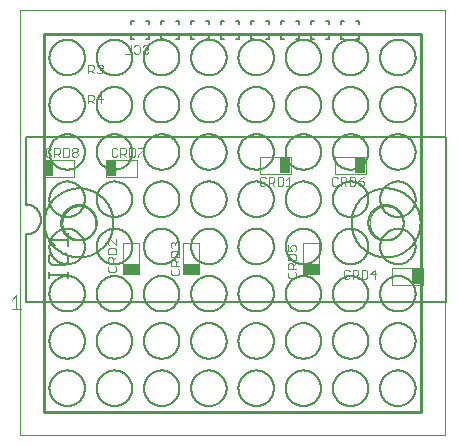
<source format=gto>
G75*
%MOIN*%
%OFA0B0*%
%FSLAX25Y25*%
%IPPOS*%
%LPD*%
%AMOC8*
5,1,8,0,0,1.08239X$1,22.5*
%
%ADD10C,0.00000*%
%ADD11C,0.00500*%
%ADD12C,0.00400*%
%ADD13C,0.00700*%
%ADD14C,0.01000*%
%ADD15C,0.00394*%
%ADD16R,0.03386X0.05354*%
%ADD17C,0.00300*%
%ADD18R,0.05354X0.03386*%
%ADD19C,0.00600*%
%ADD20C,0.00800*%
D10*
X0006000Y0012706D02*
X0006000Y0154438D01*
X0147732Y0154438D01*
X0147732Y0012706D01*
X0006000Y0012706D01*
X0020173Y0083572D02*
X0020175Y0083720D01*
X0020181Y0083868D01*
X0020191Y0084016D01*
X0020205Y0084163D01*
X0020223Y0084310D01*
X0020244Y0084456D01*
X0020270Y0084602D01*
X0020300Y0084747D01*
X0020333Y0084891D01*
X0020371Y0085034D01*
X0020412Y0085176D01*
X0020457Y0085317D01*
X0020505Y0085457D01*
X0020558Y0085596D01*
X0020614Y0085733D01*
X0020674Y0085868D01*
X0020737Y0086002D01*
X0020804Y0086134D01*
X0020875Y0086264D01*
X0020949Y0086392D01*
X0021026Y0086518D01*
X0021107Y0086642D01*
X0021191Y0086764D01*
X0021278Y0086883D01*
X0021369Y0087000D01*
X0021463Y0087115D01*
X0021559Y0087227D01*
X0021659Y0087337D01*
X0021761Y0087443D01*
X0021867Y0087547D01*
X0021975Y0087648D01*
X0022086Y0087746D01*
X0022199Y0087842D01*
X0022315Y0087934D01*
X0022433Y0088023D01*
X0022554Y0088108D01*
X0022677Y0088191D01*
X0022802Y0088270D01*
X0022929Y0088346D01*
X0023058Y0088418D01*
X0023189Y0088487D01*
X0023322Y0088552D01*
X0023457Y0088613D01*
X0023593Y0088671D01*
X0023730Y0088726D01*
X0023869Y0088776D01*
X0024010Y0088823D01*
X0024151Y0088866D01*
X0024294Y0088906D01*
X0024438Y0088941D01*
X0024582Y0088973D01*
X0024728Y0089000D01*
X0024874Y0089024D01*
X0025021Y0089044D01*
X0025168Y0089060D01*
X0025315Y0089072D01*
X0025463Y0089080D01*
X0025611Y0089084D01*
X0025759Y0089084D01*
X0025907Y0089080D01*
X0026055Y0089072D01*
X0026202Y0089060D01*
X0026349Y0089044D01*
X0026496Y0089024D01*
X0026642Y0089000D01*
X0026788Y0088973D01*
X0026932Y0088941D01*
X0027076Y0088906D01*
X0027219Y0088866D01*
X0027360Y0088823D01*
X0027501Y0088776D01*
X0027640Y0088726D01*
X0027777Y0088671D01*
X0027913Y0088613D01*
X0028048Y0088552D01*
X0028181Y0088487D01*
X0028312Y0088418D01*
X0028441Y0088346D01*
X0028568Y0088270D01*
X0028693Y0088191D01*
X0028816Y0088108D01*
X0028937Y0088023D01*
X0029055Y0087934D01*
X0029171Y0087842D01*
X0029284Y0087746D01*
X0029395Y0087648D01*
X0029503Y0087547D01*
X0029609Y0087443D01*
X0029711Y0087337D01*
X0029811Y0087227D01*
X0029907Y0087115D01*
X0030001Y0087000D01*
X0030092Y0086883D01*
X0030179Y0086764D01*
X0030263Y0086642D01*
X0030344Y0086518D01*
X0030421Y0086392D01*
X0030495Y0086264D01*
X0030566Y0086134D01*
X0030633Y0086002D01*
X0030696Y0085868D01*
X0030756Y0085733D01*
X0030812Y0085596D01*
X0030865Y0085457D01*
X0030913Y0085317D01*
X0030958Y0085176D01*
X0030999Y0085034D01*
X0031037Y0084891D01*
X0031070Y0084747D01*
X0031100Y0084602D01*
X0031126Y0084456D01*
X0031147Y0084310D01*
X0031165Y0084163D01*
X0031179Y0084016D01*
X0031189Y0083868D01*
X0031195Y0083720D01*
X0031197Y0083572D01*
X0031195Y0083424D01*
X0031189Y0083276D01*
X0031179Y0083128D01*
X0031165Y0082981D01*
X0031147Y0082834D01*
X0031126Y0082688D01*
X0031100Y0082542D01*
X0031070Y0082397D01*
X0031037Y0082253D01*
X0030999Y0082110D01*
X0030958Y0081968D01*
X0030913Y0081827D01*
X0030865Y0081687D01*
X0030812Y0081548D01*
X0030756Y0081411D01*
X0030696Y0081276D01*
X0030633Y0081142D01*
X0030566Y0081010D01*
X0030495Y0080880D01*
X0030421Y0080752D01*
X0030344Y0080626D01*
X0030263Y0080502D01*
X0030179Y0080380D01*
X0030092Y0080261D01*
X0030001Y0080144D01*
X0029907Y0080029D01*
X0029811Y0079917D01*
X0029711Y0079807D01*
X0029609Y0079701D01*
X0029503Y0079597D01*
X0029395Y0079496D01*
X0029284Y0079398D01*
X0029171Y0079302D01*
X0029055Y0079210D01*
X0028937Y0079121D01*
X0028816Y0079036D01*
X0028693Y0078953D01*
X0028568Y0078874D01*
X0028441Y0078798D01*
X0028312Y0078726D01*
X0028181Y0078657D01*
X0028048Y0078592D01*
X0027913Y0078531D01*
X0027777Y0078473D01*
X0027640Y0078418D01*
X0027501Y0078368D01*
X0027360Y0078321D01*
X0027219Y0078278D01*
X0027076Y0078238D01*
X0026932Y0078203D01*
X0026788Y0078171D01*
X0026642Y0078144D01*
X0026496Y0078120D01*
X0026349Y0078100D01*
X0026202Y0078084D01*
X0026055Y0078072D01*
X0025907Y0078064D01*
X0025759Y0078060D01*
X0025611Y0078060D01*
X0025463Y0078064D01*
X0025315Y0078072D01*
X0025168Y0078084D01*
X0025021Y0078100D01*
X0024874Y0078120D01*
X0024728Y0078144D01*
X0024582Y0078171D01*
X0024438Y0078203D01*
X0024294Y0078238D01*
X0024151Y0078278D01*
X0024010Y0078321D01*
X0023869Y0078368D01*
X0023730Y0078418D01*
X0023593Y0078473D01*
X0023457Y0078531D01*
X0023322Y0078592D01*
X0023189Y0078657D01*
X0023058Y0078726D01*
X0022929Y0078798D01*
X0022802Y0078874D01*
X0022677Y0078953D01*
X0022554Y0079036D01*
X0022433Y0079121D01*
X0022315Y0079210D01*
X0022199Y0079302D01*
X0022086Y0079398D01*
X0021975Y0079496D01*
X0021867Y0079597D01*
X0021761Y0079701D01*
X0021659Y0079807D01*
X0021559Y0079917D01*
X0021463Y0080029D01*
X0021369Y0080144D01*
X0021278Y0080261D01*
X0021191Y0080380D01*
X0021107Y0080502D01*
X0021026Y0080626D01*
X0020949Y0080752D01*
X0020875Y0080880D01*
X0020804Y0081010D01*
X0020737Y0081142D01*
X0020674Y0081276D01*
X0020614Y0081411D01*
X0020558Y0081548D01*
X0020505Y0081687D01*
X0020457Y0081827D01*
X0020412Y0081968D01*
X0020371Y0082110D01*
X0020333Y0082253D01*
X0020300Y0082397D01*
X0020270Y0082542D01*
X0020244Y0082688D01*
X0020223Y0082834D01*
X0020205Y0082981D01*
X0020191Y0083128D01*
X0020181Y0083276D01*
X0020175Y0083424D01*
X0020173Y0083572D01*
X0122535Y0083572D02*
X0122537Y0083720D01*
X0122543Y0083868D01*
X0122553Y0084016D01*
X0122567Y0084163D01*
X0122585Y0084310D01*
X0122606Y0084456D01*
X0122632Y0084602D01*
X0122662Y0084747D01*
X0122695Y0084891D01*
X0122733Y0085034D01*
X0122774Y0085176D01*
X0122819Y0085317D01*
X0122867Y0085457D01*
X0122920Y0085596D01*
X0122976Y0085733D01*
X0123036Y0085868D01*
X0123099Y0086002D01*
X0123166Y0086134D01*
X0123237Y0086264D01*
X0123311Y0086392D01*
X0123388Y0086518D01*
X0123469Y0086642D01*
X0123553Y0086764D01*
X0123640Y0086883D01*
X0123731Y0087000D01*
X0123825Y0087115D01*
X0123921Y0087227D01*
X0124021Y0087337D01*
X0124123Y0087443D01*
X0124229Y0087547D01*
X0124337Y0087648D01*
X0124448Y0087746D01*
X0124561Y0087842D01*
X0124677Y0087934D01*
X0124795Y0088023D01*
X0124916Y0088108D01*
X0125039Y0088191D01*
X0125164Y0088270D01*
X0125291Y0088346D01*
X0125420Y0088418D01*
X0125551Y0088487D01*
X0125684Y0088552D01*
X0125819Y0088613D01*
X0125955Y0088671D01*
X0126092Y0088726D01*
X0126231Y0088776D01*
X0126372Y0088823D01*
X0126513Y0088866D01*
X0126656Y0088906D01*
X0126800Y0088941D01*
X0126944Y0088973D01*
X0127090Y0089000D01*
X0127236Y0089024D01*
X0127383Y0089044D01*
X0127530Y0089060D01*
X0127677Y0089072D01*
X0127825Y0089080D01*
X0127973Y0089084D01*
X0128121Y0089084D01*
X0128269Y0089080D01*
X0128417Y0089072D01*
X0128564Y0089060D01*
X0128711Y0089044D01*
X0128858Y0089024D01*
X0129004Y0089000D01*
X0129150Y0088973D01*
X0129294Y0088941D01*
X0129438Y0088906D01*
X0129581Y0088866D01*
X0129722Y0088823D01*
X0129863Y0088776D01*
X0130002Y0088726D01*
X0130139Y0088671D01*
X0130275Y0088613D01*
X0130410Y0088552D01*
X0130543Y0088487D01*
X0130674Y0088418D01*
X0130803Y0088346D01*
X0130930Y0088270D01*
X0131055Y0088191D01*
X0131178Y0088108D01*
X0131299Y0088023D01*
X0131417Y0087934D01*
X0131533Y0087842D01*
X0131646Y0087746D01*
X0131757Y0087648D01*
X0131865Y0087547D01*
X0131971Y0087443D01*
X0132073Y0087337D01*
X0132173Y0087227D01*
X0132269Y0087115D01*
X0132363Y0087000D01*
X0132454Y0086883D01*
X0132541Y0086764D01*
X0132625Y0086642D01*
X0132706Y0086518D01*
X0132783Y0086392D01*
X0132857Y0086264D01*
X0132928Y0086134D01*
X0132995Y0086002D01*
X0133058Y0085868D01*
X0133118Y0085733D01*
X0133174Y0085596D01*
X0133227Y0085457D01*
X0133275Y0085317D01*
X0133320Y0085176D01*
X0133361Y0085034D01*
X0133399Y0084891D01*
X0133432Y0084747D01*
X0133462Y0084602D01*
X0133488Y0084456D01*
X0133509Y0084310D01*
X0133527Y0084163D01*
X0133541Y0084016D01*
X0133551Y0083868D01*
X0133557Y0083720D01*
X0133559Y0083572D01*
X0133557Y0083424D01*
X0133551Y0083276D01*
X0133541Y0083128D01*
X0133527Y0082981D01*
X0133509Y0082834D01*
X0133488Y0082688D01*
X0133462Y0082542D01*
X0133432Y0082397D01*
X0133399Y0082253D01*
X0133361Y0082110D01*
X0133320Y0081968D01*
X0133275Y0081827D01*
X0133227Y0081687D01*
X0133174Y0081548D01*
X0133118Y0081411D01*
X0133058Y0081276D01*
X0132995Y0081142D01*
X0132928Y0081010D01*
X0132857Y0080880D01*
X0132783Y0080752D01*
X0132706Y0080626D01*
X0132625Y0080502D01*
X0132541Y0080380D01*
X0132454Y0080261D01*
X0132363Y0080144D01*
X0132269Y0080029D01*
X0132173Y0079917D01*
X0132073Y0079807D01*
X0131971Y0079701D01*
X0131865Y0079597D01*
X0131757Y0079496D01*
X0131646Y0079398D01*
X0131533Y0079302D01*
X0131417Y0079210D01*
X0131299Y0079121D01*
X0131178Y0079036D01*
X0131055Y0078953D01*
X0130930Y0078874D01*
X0130803Y0078798D01*
X0130674Y0078726D01*
X0130543Y0078657D01*
X0130410Y0078592D01*
X0130275Y0078531D01*
X0130139Y0078473D01*
X0130002Y0078418D01*
X0129863Y0078368D01*
X0129722Y0078321D01*
X0129581Y0078278D01*
X0129438Y0078238D01*
X0129294Y0078203D01*
X0129150Y0078171D01*
X0129004Y0078144D01*
X0128858Y0078120D01*
X0128711Y0078100D01*
X0128564Y0078084D01*
X0128417Y0078072D01*
X0128269Y0078064D01*
X0128121Y0078060D01*
X0127973Y0078060D01*
X0127825Y0078064D01*
X0127677Y0078072D01*
X0127530Y0078084D01*
X0127383Y0078100D01*
X0127236Y0078120D01*
X0127090Y0078144D01*
X0126944Y0078171D01*
X0126800Y0078203D01*
X0126656Y0078238D01*
X0126513Y0078278D01*
X0126372Y0078321D01*
X0126231Y0078368D01*
X0126092Y0078418D01*
X0125955Y0078473D01*
X0125819Y0078531D01*
X0125684Y0078592D01*
X0125551Y0078657D01*
X0125420Y0078726D01*
X0125291Y0078798D01*
X0125164Y0078874D01*
X0125039Y0078953D01*
X0124916Y0079036D01*
X0124795Y0079121D01*
X0124677Y0079210D01*
X0124561Y0079302D01*
X0124448Y0079398D01*
X0124337Y0079496D01*
X0124229Y0079597D01*
X0124123Y0079701D01*
X0124021Y0079807D01*
X0123921Y0079917D01*
X0123825Y0080029D01*
X0123731Y0080144D01*
X0123640Y0080261D01*
X0123553Y0080380D01*
X0123469Y0080502D01*
X0123388Y0080626D01*
X0123311Y0080752D01*
X0123237Y0080880D01*
X0123166Y0081010D01*
X0123099Y0081142D01*
X0123036Y0081276D01*
X0122976Y0081411D01*
X0122920Y0081548D01*
X0122867Y0081687D01*
X0122819Y0081827D01*
X0122774Y0081968D01*
X0122733Y0082110D01*
X0122695Y0082253D01*
X0122662Y0082397D01*
X0122632Y0082542D01*
X0122606Y0082688D01*
X0122585Y0082834D01*
X0122567Y0082981D01*
X0122553Y0083128D01*
X0122543Y0083276D01*
X0122537Y0083424D01*
X0122535Y0083572D01*
D11*
X0110330Y0091446D02*
X0110332Y0091599D01*
X0110338Y0091753D01*
X0110348Y0091906D01*
X0110362Y0092058D01*
X0110380Y0092211D01*
X0110402Y0092362D01*
X0110427Y0092513D01*
X0110457Y0092664D01*
X0110491Y0092814D01*
X0110528Y0092962D01*
X0110569Y0093110D01*
X0110614Y0093256D01*
X0110663Y0093402D01*
X0110716Y0093546D01*
X0110772Y0093688D01*
X0110832Y0093829D01*
X0110896Y0093969D01*
X0110963Y0094107D01*
X0111034Y0094243D01*
X0111109Y0094377D01*
X0111186Y0094509D01*
X0111268Y0094639D01*
X0111352Y0094767D01*
X0111440Y0094893D01*
X0111531Y0095016D01*
X0111625Y0095137D01*
X0111723Y0095255D01*
X0111823Y0095371D01*
X0111927Y0095484D01*
X0112033Y0095595D01*
X0112142Y0095703D01*
X0112254Y0095808D01*
X0112368Y0095909D01*
X0112486Y0096008D01*
X0112605Y0096104D01*
X0112727Y0096197D01*
X0112852Y0096286D01*
X0112979Y0096373D01*
X0113108Y0096455D01*
X0113239Y0096535D01*
X0113372Y0096611D01*
X0113507Y0096684D01*
X0113644Y0096753D01*
X0113783Y0096818D01*
X0113923Y0096880D01*
X0114065Y0096938D01*
X0114208Y0096993D01*
X0114353Y0097044D01*
X0114499Y0097091D01*
X0114646Y0097134D01*
X0114794Y0097173D01*
X0114943Y0097209D01*
X0115093Y0097240D01*
X0115244Y0097268D01*
X0115395Y0097292D01*
X0115548Y0097312D01*
X0115700Y0097328D01*
X0115853Y0097340D01*
X0116006Y0097348D01*
X0116159Y0097352D01*
X0116313Y0097352D01*
X0116466Y0097348D01*
X0116619Y0097340D01*
X0116772Y0097328D01*
X0116924Y0097312D01*
X0117077Y0097292D01*
X0117228Y0097268D01*
X0117379Y0097240D01*
X0117529Y0097209D01*
X0117678Y0097173D01*
X0117826Y0097134D01*
X0117973Y0097091D01*
X0118119Y0097044D01*
X0118264Y0096993D01*
X0118407Y0096938D01*
X0118549Y0096880D01*
X0118689Y0096818D01*
X0118828Y0096753D01*
X0118965Y0096684D01*
X0119100Y0096611D01*
X0119233Y0096535D01*
X0119364Y0096455D01*
X0119493Y0096373D01*
X0119620Y0096286D01*
X0119745Y0096197D01*
X0119867Y0096104D01*
X0119986Y0096008D01*
X0120104Y0095909D01*
X0120218Y0095808D01*
X0120330Y0095703D01*
X0120439Y0095595D01*
X0120545Y0095484D01*
X0120649Y0095371D01*
X0120749Y0095255D01*
X0120847Y0095137D01*
X0120941Y0095016D01*
X0121032Y0094893D01*
X0121120Y0094767D01*
X0121204Y0094639D01*
X0121286Y0094509D01*
X0121363Y0094377D01*
X0121438Y0094243D01*
X0121509Y0094107D01*
X0121576Y0093969D01*
X0121640Y0093829D01*
X0121700Y0093688D01*
X0121756Y0093546D01*
X0121809Y0093402D01*
X0121858Y0093256D01*
X0121903Y0093110D01*
X0121944Y0092962D01*
X0121981Y0092814D01*
X0122015Y0092664D01*
X0122045Y0092513D01*
X0122070Y0092362D01*
X0122092Y0092211D01*
X0122110Y0092058D01*
X0122124Y0091906D01*
X0122134Y0091753D01*
X0122140Y0091599D01*
X0122142Y0091446D01*
X0122140Y0091293D01*
X0122134Y0091139D01*
X0122124Y0090986D01*
X0122110Y0090834D01*
X0122092Y0090681D01*
X0122070Y0090530D01*
X0122045Y0090379D01*
X0122015Y0090228D01*
X0121981Y0090078D01*
X0121944Y0089930D01*
X0121903Y0089782D01*
X0121858Y0089636D01*
X0121809Y0089490D01*
X0121756Y0089346D01*
X0121700Y0089204D01*
X0121640Y0089063D01*
X0121576Y0088923D01*
X0121509Y0088785D01*
X0121438Y0088649D01*
X0121363Y0088515D01*
X0121286Y0088383D01*
X0121204Y0088253D01*
X0121120Y0088125D01*
X0121032Y0087999D01*
X0120941Y0087876D01*
X0120847Y0087755D01*
X0120749Y0087637D01*
X0120649Y0087521D01*
X0120545Y0087408D01*
X0120439Y0087297D01*
X0120330Y0087189D01*
X0120218Y0087084D01*
X0120104Y0086983D01*
X0119986Y0086884D01*
X0119867Y0086788D01*
X0119745Y0086695D01*
X0119620Y0086606D01*
X0119493Y0086519D01*
X0119364Y0086437D01*
X0119233Y0086357D01*
X0119100Y0086281D01*
X0118965Y0086208D01*
X0118828Y0086139D01*
X0118689Y0086074D01*
X0118549Y0086012D01*
X0118407Y0085954D01*
X0118264Y0085899D01*
X0118119Y0085848D01*
X0117973Y0085801D01*
X0117826Y0085758D01*
X0117678Y0085719D01*
X0117529Y0085683D01*
X0117379Y0085652D01*
X0117228Y0085624D01*
X0117077Y0085600D01*
X0116924Y0085580D01*
X0116772Y0085564D01*
X0116619Y0085552D01*
X0116466Y0085544D01*
X0116313Y0085540D01*
X0116159Y0085540D01*
X0116006Y0085544D01*
X0115853Y0085552D01*
X0115700Y0085564D01*
X0115548Y0085580D01*
X0115395Y0085600D01*
X0115244Y0085624D01*
X0115093Y0085652D01*
X0114943Y0085683D01*
X0114794Y0085719D01*
X0114646Y0085758D01*
X0114499Y0085801D01*
X0114353Y0085848D01*
X0114208Y0085899D01*
X0114065Y0085954D01*
X0113923Y0086012D01*
X0113783Y0086074D01*
X0113644Y0086139D01*
X0113507Y0086208D01*
X0113372Y0086281D01*
X0113239Y0086357D01*
X0113108Y0086437D01*
X0112979Y0086519D01*
X0112852Y0086606D01*
X0112727Y0086695D01*
X0112605Y0086788D01*
X0112486Y0086884D01*
X0112368Y0086983D01*
X0112254Y0087084D01*
X0112142Y0087189D01*
X0112033Y0087297D01*
X0111927Y0087408D01*
X0111823Y0087521D01*
X0111723Y0087637D01*
X0111625Y0087755D01*
X0111531Y0087876D01*
X0111440Y0087999D01*
X0111352Y0088125D01*
X0111268Y0088253D01*
X0111186Y0088383D01*
X0111109Y0088515D01*
X0111034Y0088649D01*
X0110963Y0088785D01*
X0110896Y0088923D01*
X0110832Y0089063D01*
X0110772Y0089204D01*
X0110716Y0089346D01*
X0110663Y0089490D01*
X0110614Y0089636D01*
X0110569Y0089782D01*
X0110528Y0089930D01*
X0110491Y0090078D01*
X0110457Y0090228D01*
X0110427Y0090379D01*
X0110402Y0090530D01*
X0110380Y0090681D01*
X0110362Y0090834D01*
X0110348Y0090986D01*
X0110338Y0091139D01*
X0110332Y0091293D01*
X0110330Y0091446D01*
X0094582Y0091446D02*
X0094584Y0091599D01*
X0094590Y0091753D01*
X0094600Y0091906D01*
X0094614Y0092058D01*
X0094632Y0092211D01*
X0094654Y0092362D01*
X0094679Y0092513D01*
X0094709Y0092664D01*
X0094743Y0092814D01*
X0094780Y0092962D01*
X0094821Y0093110D01*
X0094866Y0093256D01*
X0094915Y0093402D01*
X0094968Y0093546D01*
X0095024Y0093688D01*
X0095084Y0093829D01*
X0095148Y0093969D01*
X0095215Y0094107D01*
X0095286Y0094243D01*
X0095361Y0094377D01*
X0095438Y0094509D01*
X0095520Y0094639D01*
X0095604Y0094767D01*
X0095692Y0094893D01*
X0095783Y0095016D01*
X0095877Y0095137D01*
X0095975Y0095255D01*
X0096075Y0095371D01*
X0096179Y0095484D01*
X0096285Y0095595D01*
X0096394Y0095703D01*
X0096506Y0095808D01*
X0096620Y0095909D01*
X0096738Y0096008D01*
X0096857Y0096104D01*
X0096979Y0096197D01*
X0097104Y0096286D01*
X0097231Y0096373D01*
X0097360Y0096455D01*
X0097491Y0096535D01*
X0097624Y0096611D01*
X0097759Y0096684D01*
X0097896Y0096753D01*
X0098035Y0096818D01*
X0098175Y0096880D01*
X0098317Y0096938D01*
X0098460Y0096993D01*
X0098605Y0097044D01*
X0098751Y0097091D01*
X0098898Y0097134D01*
X0099046Y0097173D01*
X0099195Y0097209D01*
X0099345Y0097240D01*
X0099496Y0097268D01*
X0099647Y0097292D01*
X0099800Y0097312D01*
X0099952Y0097328D01*
X0100105Y0097340D01*
X0100258Y0097348D01*
X0100411Y0097352D01*
X0100565Y0097352D01*
X0100718Y0097348D01*
X0100871Y0097340D01*
X0101024Y0097328D01*
X0101176Y0097312D01*
X0101329Y0097292D01*
X0101480Y0097268D01*
X0101631Y0097240D01*
X0101781Y0097209D01*
X0101930Y0097173D01*
X0102078Y0097134D01*
X0102225Y0097091D01*
X0102371Y0097044D01*
X0102516Y0096993D01*
X0102659Y0096938D01*
X0102801Y0096880D01*
X0102941Y0096818D01*
X0103080Y0096753D01*
X0103217Y0096684D01*
X0103352Y0096611D01*
X0103485Y0096535D01*
X0103616Y0096455D01*
X0103745Y0096373D01*
X0103872Y0096286D01*
X0103997Y0096197D01*
X0104119Y0096104D01*
X0104238Y0096008D01*
X0104356Y0095909D01*
X0104470Y0095808D01*
X0104582Y0095703D01*
X0104691Y0095595D01*
X0104797Y0095484D01*
X0104901Y0095371D01*
X0105001Y0095255D01*
X0105099Y0095137D01*
X0105193Y0095016D01*
X0105284Y0094893D01*
X0105372Y0094767D01*
X0105456Y0094639D01*
X0105538Y0094509D01*
X0105615Y0094377D01*
X0105690Y0094243D01*
X0105761Y0094107D01*
X0105828Y0093969D01*
X0105892Y0093829D01*
X0105952Y0093688D01*
X0106008Y0093546D01*
X0106061Y0093402D01*
X0106110Y0093256D01*
X0106155Y0093110D01*
X0106196Y0092962D01*
X0106233Y0092814D01*
X0106267Y0092664D01*
X0106297Y0092513D01*
X0106322Y0092362D01*
X0106344Y0092211D01*
X0106362Y0092058D01*
X0106376Y0091906D01*
X0106386Y0091753D01*
X0106392Y0091599D01*
X0106394Y0091446D01*
X0106392Y0091293D01*
X0106386Y0091139D01*
X0106376Y0090986D01*
X0106362Y0090834D01*
X0106344Y0090681D01*
X0106322Y0090530D01*
X0106297Y0090379D01*
X0106267Y0090228D01*
X0106233Y0090078D01*
X0106196Y0089930D01*
X0106155Y0089782D01*
X0106110Y0089636D01*
X0106061Y0089490D01*
X0106008Y0089346D01*
X0105952Y0089204D01*
X0105892Y0089063D01*
X0105828Y0088923D01*
X0105761Y0088785D01*
X0105690Y0088649D01*
X0105615Y0088515D01*
X0105538Y0088383D01*
X0105456Y0088253D01*
X0105372Y0088125D01*
X0105284Y0087999D01*
X0105193Y0087876D01*
X0105099Y0087755D01*
X0105001Y0087637D01*
X0104901Y0087521D01*
X0104797Y0087408D01*
X0104691Y0087297D01*
X0104582Y0087189D01*
X0104470Y0087084D01*
X0104356Y0086983D01*
X0104238Y0086884D01*
X0104119Y0086788D01*
X0103997Y0086695D01*
X0103872Y0086606D01*
X0103745Y0086519D01*
X0103616Y0086437D01*
X0103485Y0086357D01*
X0103352Y0086281D01*
X0103217Y0086208D01*
X0103080Y0086139D01*
X0102941Y0086074D01*
X0102801Y0086012D01*
X0102659Y0085954D01*
X0102516Y0085899D01*
X0102371Y0085848D01*
X0102225Y0085801D01*
X0102078Y0085758D01*
X0101930Y0085719D01*
X0101781Y0085683D01*
X0101631Y0085652D01*
X0101480Y0085624D01*
X0101329Y0085600D01*
X0101176Y0085580D01*
X0101024Y0085564D01*
X0100871Y0085552D01*
X0100718Y0085544D01*
X0100565Y0085540D01*
X0100411Y0085540D01*
X0100258Y0085544D01*
X0100105Y0085552D01*
X0099952Y0085564D01*
X0099800Y0085580D01*
X0099647Y0085600D01*
X0099496Y0085624D01*
X0099345Y0085652D01*
X0099195Y0085683D01*
X0099046Y0085719D01*
X0098898Y0085758D01*
X0098751Y0085801D01*
X0098605Y0085848D01*
X0098460Y0085899D01*
X0098317Y0085954D01*
X0098175Y0086012D01*
X0098035Y0086074D01*
X0097896Y0086139D01*
X0097759Y0086208D01*
X0097624Y0086281D01*
X0097491Y0086357D01*
X0097360Y0086437D01*
X0097231Y0086519D01*
X0097104Y0086606D01*
X0096979Y0086695D01*
X0096857Y0086788D01*
X0096738Y0086884D01*
X0096620Y0086983D01*
X0096506Y0087084D01*
X0096394Y0087189D01*
X0096285Y0087297D01*
X0096179Y0087408D01*
X0096075Y0087521D01*
X0095975Y0087637D01*
X0095877Y0087755D01*
X0095783Y0087876D01*
X0095692Y0087999D01*
X0095604Y0088125D01*
X0095520Y0088253D01*
X0095438Y0088383D01*
X0095361Y0088515D01*
X0095286Y0088649D01*
X0095215Y0088785D01*
X0095148Y0088923D01*
X0095084Y0089063D01*
X0095024Y0089204D01*
X0094968Y0089346D01*
X0094915Y0089490D01*
X0094866Y0089636D01*
X0094821Y0089782D01*
X0094780Y0089930D01*
X0094743Y0090078D01*
X0094709Y0090228D01*
X0094679Y0090379D01*
X0094654Y0090530D01*
X0094632Y0090681D01*
X0094614Y0090834D01*
X0094600Y0090986D01*
X0094590Y0091139D01*
X0094584Y0091293D01*
X0094582Y0091446D01*
X0078834Y0091446D02*
X0078836Y0091599D01*
X0078842Y0091753D01*
X0078852Y0091906D01*
X0078866Y0092058D01*
X0078884Y0092211D01*
X0078906Y0092362D01*
X0078931Y0092513D01*
X0078961Y0092664D01*
X0078995Y0092814D01*
X0079032Y0092962D01*
X0079073Y0093110D01*
X0079118Y0093256D01*
X0079167Y0093402D01*
X0079220Y0093546D01*
X0079276Y0093688D01*
X0079336Y0093829D01*
X0079400Y0093969D01*
X0079467Y0094107D01*
X0079538Y0094243D01*
X0079613Y0094377D01*
X0079690Y0094509D01*
X0079772Y0094639D01*
X0079856Y0094767D01*
X0079944Y0094893D01*
X0080035Y0095016D01*
X0080129Y0095137D01*
X0080227Y0095255D01*
X0080327Y0095371D01*
X0080431Y0095484D01*
X0080537Y0095595D01*
X0080646Y0095703D01*
X0080758Y0095808D01*
X0080872Y0095909D01*
X0080990Y0096008D01*
X0081109Y0096104D01*
X0081231Y0096197D01*
X0081356Y0096286D01*
X0081483Y0096373D01*
X0081612Y0096455D01*
X0081743Y0096535D01*
X0081876Y0096611D01*
X0082011Y0096684D01*
X0082148Y0096753D01*
X0082287Y0096818D01*
X0082427Y0096880D01*
X0082569Y0096938D01*
X0082712Y0096993D01*
X0082857Y0097044D01*
X0083003Y0097091D01*
X0083150Y0097134D01*
X0083298Y0097173D01*
X0083447Y0097209D01*
X0083597Y0097240D01*
X0083748Y0097268D01*
X0083899Y0097292D01*
X0084052Y0097312D01*
X0084204Y0097328D01*
X0084357Y0097340D01*
X0084510Y0097348D01*
X0084663Y0097352D01*
X0084817Y0097352D01*
X0084970Y0097348D01*
X0085123Y0097340D01*
X0085276Y0097328D01*
X0085428Y0097312D01*
X0085581Y0097292D01*
X0085732Y0097268D01*
X0085883Y0097240D01*
X0086033Y0097209D01*
X0086182Y0097173D01*
X0086330Y0097134D01*
X0086477Y0097091D01*
X0086623Y0097044D01*
X0086768Y0096993D01*
X0086911Y0096938D01*
X0087053Y0096880D01*
X0087193Y0096818D01*
X0087332Y0096753D01*
X0087469Y0096684D01*
X0087604Y0096611D01*
X0087737Y0096535D01*
X0087868Y0096455D01*
X0087997Y0096373D01*
X0088124Y0096286D01*
X0088249Y0096197D01*
X0088371Y0096104D01*
X0088490Y0096008D01*
X0088608Y0095909D01*
X0088722Y0095808D01*
X0088834Y0095703D01*
X0088943Y0095595D01*
X0089049Y0095484D01*
X0089153Y0095371D01*
X0089253Y0095255D01*
X0089351Y0095137D01*
X0089445Y0095016D01*
X0089536Y0094893D01*
X0089624Y0094767D01*
X0089708Y0094639D01*
X0089790Y0094509D01*
X0089867Y0094377D01*
X0089942Y0094243D01*
X0090013Y0094107D01*
X0090080Y0093969D01*
X0090144Y0093829D01*
X0090204Y0093688D01*
X0090260Y0093546D01*
X0090313Y0093402D01*
X0090362Y0093256D01*
X0090407Y0093110D01*
X0090448Y0092962D01*
X0090485Y0092814D01*
X0090519Y0092664D01*
X0090549Y0092513D01*
X0090574Y0092362D01*
X0090596Y0092211D01*
X0090614Y0092058D01*
X0090628Y0091906D01*
X0090638Y0091753D01*
X0090644Y0091599D01*
X0090646Y0091446D01*
X0090644Y0091293D01*
X0090638Y0091139D01*
X0090628Y0090986D01*
X0090614Y0090834D01*
X0090596Y0090681D01*
X0090574Y0090530D01*
X0090549Y0090379D01*
X0090519Y0090228D01*
X0090485Y0090078D01*
X0090448Y0089930D01*
X0090407Y0089782D01*
X0090362Y0089636D01*
X0090313Y0089490D01*
X0090260Y0089346D01*
X0090204Y0089204D01*
X0090144Y0089063D01*
X0090080Y0088923D01*
X0090013Y0088785D01*
X0089942Y0088649D01*
X0089867Y0088515D01*
X0089790Y0088383D01*
X0089708Y0088253D01*
X0089624Y0088125D01*
X0089536Y0087999D01*
X0089445Y0087876D01*
X0089351Y0087755D01*
X0089253Y0087637D01*
X0089153Y0087521D01*
X0089049Y0087408D01*
X0088943Y0087297D01*
X0088834Y0087189D01*
X0088722Y0087084D01*
X0088608Y0086983D01*
X0088490Y0086884D01*
X0088371Y0086788D01*
X0088249Y0086695D01*
X0088124Y0086606D01*
X0087997Y0086519D01*
X0087868Y0086437D01*
X0087737Y0086357D01*
X0087604Y0086281D01*
X0087469Y0086208D01*
X0087332Y0086139D01*
X0087193Y0086074D01*
X0087053Y0086012D01*
X0086911Y0085954D01*
X0086768Y0085899D01*
X0086623Y0085848D01*
X0086477Y0085801D01*
X0086330Y0085758D01*
X0086182Y0085719D01*
X0086033Y0085683D01*
X0085883Y0085652D01*
X0085732Y0085624D01*
X0085581Y0085600D01*
X0085428Y0085580D01*
X0085276Y0085564D01*
X0085123Y0085552D01*
X0084970Y0085544D01*
X0084817Y0085540D01*
X0084663Y0085540D01*
X0084510Y0085544D01*
X0084357Y0085552D01*
X0084204Y0085564D01*
X0084052Y0085580D01*
X0083899Y0085600D01*
X0083748Y0085624D01*
X0083597Y0085652D01*
X0083447Y0085683D01*
X0083298Y0085719D01*
X0083150Y0085758D01*
X0083003Y0085801D01*
X0082857Y0085848D01*
X0082712Y0085899D01*
X0082569Y0085954D01*
X0082427Y0086012D01*
X0082287Y0086074D01*
X0082148Y0086139D01*
X0082011Y0086208D01*
X0081876Y0086281D01*
X0081743Y0086357D01*
X0081612Y0086437D01*
X0081483Y0086519D01*
X0081356Y0086606D01*
X0081231Y0086695D01*
X0081109Y0086788D01*
X0080990Y0086884D01*
X0080872Y0086983D01*
X0080758Y0087084D01*
X0080646Y0087189D01*
X0080537Y0087297D01*
X0080431Y0087408D01*
X0080327Y0087521D01*
X0080227Y0087637D01*
X0080129Y0087755D01*
X0080035Y0087876D01*
X0079944Y0087999D01*
X0079856Y0088125D01*
X0079772Y0088253D01*
X0079690Y0088383D01*
X0079613Y0088515D01*
X0079538Y0088649D01*
X0079467Y0088785D01*
X0079400Y0088923D01*
X0079336Y0089063D01*
X0079276Y0089204D01*
X0079220Y0089346D01*
X0079167Y0089490D01*
X0079118Y0089636D01*
X0079073Y0089782D01*
X0079032Y0089930D01*
X0078995Y0090078D01*
X0078961Y0090228D01*
X0078931Y0090379D01*
X0078906Y0090530D01*
X0078884Y0090681D01*
X0078866Y0090834D01*
X0078852Y0090986D01*
X0078842Y0091139D01*
X0078836Y0091293D01*
X0078834Y0091446D01*
X0063086Y0091446D02*
X0063088Y0091599D01*
X0063094Y0091753D01*
X0063104Y0091906D01*
X0063118Y0092058D01*
X0063136Y0092211D01*
X0063158Y0092362D01*
X0063183Y0092513D01*
X0063213Y0092664D01*
X0063247Y0092814D01*
X0063284Y0092962D01*
X0063325Y0093110D01*
X0063370Y0093256D01*
X0063419Y0093402D01*
X0063472Y0093546D01*
X0063528Y0093688D01*
X0063588Y0093829D01*
X0063652Y0093969D01*
X0063719Y0094107D01*
X0063790Y0094243D01*
X0063865Y0094377D01*
X0063942Y0094509D01*
X0064024Y0094639D01*
X0064108Y0094767D01*
X0064196Y0094893D01*
X0064287Y0095016D01*
X0064381Y0095137D01*
X0064479Y0095255D01*
X0064579Y0095371D01*
X0064683Y0095484D01*
X0064789Y0095595D01*
X0064898Y0095703D01*
X0065010Y0095808D01*
X0065124Y0095909D01*
X0065242Y0096008D01*
X0065361Y0096104D01*
X0065483Y0096197D01*
X0065608Y0096286D01*
X0065735Y0096373D01*
X0065864Y0096455D01*
X0065995Y0096535D01*
X0066128Y0096611D01*
X0066263Y0096684D01*
X0066400Y0096753D01*
X0066539Y0096818D01*
X0066679Y0096880D01*
X0066821Y0096938D01*
X0066964Y0096993D01*
X0067109Y0097044D01*
X0067255Y0097091D01*
X0067402Y0097134D01*
X0067550Y0097173D01*
X0067699Y0097209D01*
X0067849Y0097240D01*
X0068000Y0097268D01*
X0068151Y0097292D01*
X0068304Y0097312D01*
X0068456Y0097328D01*
X0068609Y0097340D01*
X0068762Y0097348D01*
X0068915Y0097352D01*
X0069069Y0097352D01*
X0069222Y0097348D01*
X0069375Y0097340D01*
X0069528Y0097328D01*
X0069680Y0097312D01*
X0069833Y0097292D01*
X0069984Y0097268D01*
X0070135Y0097240D01*
X0070285Y0097209D01*
X0070434Y0097173D01*
X0070582Y0097134D01*
X0070729Y0097091D01*
X0070875Y0097044D01*
X0071020Y0096993D01*
X0071163Y0096938D01*
X0071305Y0096880D01*
X0071445Y0096818D01*
X0071584Y0096753D01*
X0071721Y0096684D01*
X0071856Y0096611D01*
X0071989Y0096535D01*
X0072120Y0096455D01*
X0072249Y0096373D01*
X0072376Y0096286D01*
X0072501Y0096197D01*
X0072623Y0096104D01*
X0072742Y0096008D01*
X0072860Y0095909D01*
X0072974Y0095808D01*
X0073086Y0095703D01*
X0073195Y0095595D01*
X0073301Y0095484D01*
X0073405Y0095371D01*
X0073505Y0095255D01*
X0073603Y0095137D01*
X0073697Y0095016D01*
X0073788Y0094893D01*
X0073876Y0094767D01*
X0073960Y0094639D01*
X0074042Y0094509D01*
X0074119Y0094377D01*
X0074194Y0094243D01*
X0074265Y0094107D01*
X0074332Y0093969D01*
X0074396Y0093829D01*
X0074456Y0093688D01*
X0074512Y0093546D01*
X0074565Y0093402D01*
X0074614Y0093256D01*
X0074659Y0093110D01*
X0074700Y0092962D01*
X0074737Y0092814D01*
X0074771Y0092664D01*
X0074801Y0092513D01*
X0074826Y0092362D01*
X0074848Y0092211D01*
X0074866Y0092058D01*
X0074880Y0091906D01*
X0074890Y0091753D01*
X0074896Y0091599D01*
X0074898Y0091446D01*
X0074896Y0091293D01*
X0074890Y0091139D01*
X0074880Y0090986D01*
X0074866Y0090834D01*
X0074848Y0090681D01*
X0074826Y0090530D01*
X0074801Y0090379D01*
X0074771Y0090228D01*
X0074737Y0090078D01*
X0074700Y0089930D01*
X0074659Y0089782D01*
X0074614Y0089636D01*
X0074565Y0089490D01*
X0074512Y0089346D01*
X0074456Y0089204D01*
X0074396Y0089063D01*
X0074332Y0088923D01*
X0074265Y0088785D01*
X0074194Y0088649D01*
X0074119Y0088515D01*
X0074042Y0088383D01*
X0073960Y0088253D01*
X0073876Y0088125D01*
X0073788Y0087999D01*
X0073697Y0087876D01*
X0073603Y0087755D01*
X0073505Y0087637D01*
X0073405Y0087521D01*
X0073301Y0087408D01*
X0073195Y0087297D01*
X0073086Y0087189D01*
X0072974Y0087084D01*
X0072860Y0086983D01*
X0072742Y0086884D01*
X0072623Y0086788D01*
X0072501Y0086695D01*
X0072376Y0086606D01*
X0072249Y0086519D01*
X0072120Y0086437D01*
X0071989Y0086357D01*
X0071856Y0086281D01*
X0071721Y0086208D01*
X0071584Y0086139D01*
X0071445Y0086074D01*
X0071305Y0086012D01*
X0071163Y0085954D01*
X0071020Y0085899D01*
X0070875Y0085848D01*
X0070729Y0085801D01*
X0070582Y0085758D01*
X0070434Y0085719D01*
X0070285Y0085683D01*
X0070135Y0085652D01*
X0069984Y0085624D01*
X0069833Y0085600D01*
X0069680Y0085580D01*
X0069528Y0085564D01*
X0069375Y0085552D01*
X0069222Y0085544D01*
X0069069Y0085540D01*
X0068915Y0085540D01*
X0068762Y0085544D01*
X0068609Y0085552D01*
X0068456Y0085564D01*
X0068304Y0085580D01*
X0068151Y0085600D01*
X0068000Y0085624D01*
X0067849Y0085652D01*
X0067699Y0085683D01*
X0067550Y0085719D01*
X0067402Y0085758D01*
X0067255Y0085801D01*
X0067109Y0085848D01*
X0066964Y0085899D01*
X0066821Y0085954D01*
X0066679Y0086012D01*
X0066539Y0086074D01*
X0066400Y0086139D01*
X0066263Y0086208D01*
X0066128Y0086281D01*
X0065995Y0086357D01*
X0065864Y0086437D01*
X0065735Y0086519D01*
X0065608Y0086606D01*
X0065483Y0086695D01*
X0065361Y0086788D01*
X0065242Y0086884D01*
X0065124Y0086983D01*
X0065010Y0087084D01*
X0064898Y0087189D01*
X0064789Y0087297D01*
X0064683Y0087408D01*
X0064579Y0087521D01*
X0064479Y0087637D01*
X0064381Y0087755D01*
X0064287Y0087876D01*
X0064196Y0087999D01*
X0064108Y0088125D01*
X0064024Y0088253D01*
X0063942Y0088383D01*
X0063865Y0088515D01*
X0063790Y0088649D01*
X0063719Y0088785D01*
X0063652Y0088923D01*
X0063588Y0089063D01*
X0063528Y0089204D01*
X0063472Y0089346D01*
X0063419Y0089490D01*
X0063370Y0089636D01*
X0063325Y0089782D01*
X0063284Y0089930D01*
X0063247Y0090078D01*
X0063213Y0090228D01*
X0063183Y0090379D01*
X0063158Y0090530D01*
X0063136Y0090681D01*
X0063118Y0090834D01*
X0063104Y0090986D01*
X0063094Y0091139D01*
X0063088Y0091293D01*
X0063086Y0091446D01*
X0047338Y0091446D02*
X0047340Y0091599D01*
X0047346Y0091753D01*
X0047356Y0091906D01*
X0047370Y0092058D01*
X0047388Y0092211D01*
X0047410Y0092362D01*
X0047435Y0092513D01*
X0047465Y0092664D01*
X0047499Y0092814D01*
X0047536Y0092962D01*
X0047577Y0093110D01*
X0047622Y0093256D01*
X0047671Y0093402D01*
X0047724Y0093546D01*
X0047780Y0093688D01*
X0047840Y0093829D01*
X0047904Y0093969D01*
X0047971Y0094107D01*
X0048042Y0094243D01*
X0048117Y0094377D01*
X0048194Y0094509D01*
X0048276Y0094639D01*
X0048360Y0094767D01*
X0048448Y0094893D01*
X0048539Y0095016D01*
X0048633Y0095137D01*
X0048731Y0095255D01*
X0048831Y0095371D01*
X0048935Y0095484D01*
X0049041Y0095595D01*
X0049150Y0095703D01*
X0049262Y0095808D01*
X0049376Y0095909D01*
X0049494Y0096008D01*
X0049613Y0096104D01*
X0049735Y0096197D01*
X0049860Y0096286D01*
X0049987Y0096373D01*
X0050116Y0096455D01*
X0050247Y0096535D01*
X0050380Y0096611D01*
X0050515Y0096684D01*
X0050652Y0096753D01*
X0050791Y0096818D01*
X0050931Y0096880D01*
X0051073Y0096938D01*
X0051216Y0096993D01*
X0051361Y0097044D01*
X0051507Y0097091D01*
X0051654Y0097134D01*
X0051802Y0097173D01*
X0051951Y0097209D01*
X0052101Y0097240D01*
X0052252Y0097268D01*
X0052403Y0097292D01*
X0052556Y0097312D01*
X0052708Y0097328D01*
X0052861Y0097340D01*
X0053014Y0097348D01*
X0053167Y0097352D01*
X0053321Y0097352D01*
X0053474Y0097348D01*
X0053627Y0097340D01*
X0053780Y0097328D01*
X0053932Y0097312D01*
X0054085Y0097292D01*
X0054236Y0097268D01*
X0054387Y0097240D01*
X0054537Y0097209D01*
X0054686Y0097173D01*
X0054834Y0097134D01*
X0054981Y0097091D01*
X0055127Y0097044D01*
X0055272Y0096993D01*
X0055415Y0096938D01*
X0055557Y0096880D01*
X0055697Y0096818D01*
X0055836Y0096753D01*
X0055973Y0096684D01*
X0056108Y0096611D01*
X0056241Y0096535D01*
X0056372Y0096455D01*
X0056501Y0096373D01*
X0056628Y0096286D01*
X0056753Y0096197D01*
X0056875Y0096104D01*
X0056994Y0096008D01*
X0057112Y0095909D01*
X0057226Y0095808D01*
X0057338Y0095703D01*
X0057447Y0095595D01*
X0057553Y0095484D01*
X0057657Y0095371D01*
X0057757Y0095255D01*
X0057855Y0095137D01*
X0057949Y0095016D01*
X0058040Y0094893D01*
X0058128Y0094767D01*
X0058212Y0094639D01*
X0058294Y0094509D01*
X0058371Y0094377D01*
X0058446Y0094243D01*
X0058517Y0094107D01*
X0058584Y0093969D01*
X0058648Y0093829D01*
X0058708Y0093688D01*
X0058764Y0093546D01*
X0058817Y0093402D01*
X0058866Y0093256D01*
X0058911Y0093110D01*
X0058952Y0092962D01*
X0058989Y0092814D01*
X0059023Y0092664D01*
X0059053Y0092513D01*
X0059078Y0092362D01*
X0059100Y0092211D01*
X0059118Y0092058D01*
X0059132Y0091906D01*
X0059142Y0091753D01*
X0059148Y0091599D01*
X0059150Y0091446D01*
X0059148Y0091293D01*
X0059142Y0091139D01*
X0059132Y0090986D01*
X0059118Y0090834D01*
X0059100Y0090681D01*
X0059078Y0090530D01*
X0059053Y0090379D01*
X0059023Y0090228D01*
X0058989Y0090078D01*
X0058952Y0089930D01*
X0058911Y0089782D01*
X0058866Y0089636D01*
X0058817Y0089490D01*
X0058764Y0089346D01*
X0058708Y0089204D01*
X0058648Y0089063D01*
X0058584Y0088923D01*
X0058517Y0088785D01*
X0058446Y0088649D01*
X0058371Y0088515D01*
X0058294Y0088383D01*
X0058212Y0088253D01*
X0058128Y0088125D01*
X0058040Y0087999D01*
X0057949Y0087876D01*
X0057855Y0087755D01*
X0057757Y0087637D01*
X0057657Y0087521D01*
X0057553Y0087408D01*
X0057447Y0087297D01*
X0057338Y0087189D01*
X0057226Y0087084D01*
X0057112Y0086983D01*
X0056994Y0086884D01*
X0056875Y0086788D01*
X0056753Y0086695D01*
X0056628Y0086606D01*
X0056501Y0086519D01*
X0056372Y0086437D01*
X0056241Y0086357D01*
X0056108Y0086281D01*
X0055973Y0086208D01*
X0055836Y0086139D01*
X0055697Y0086074D01*
X0055557Y0086012D01*
X0055415Y0085954D01*
X0055272Y0085899D01*
X0055127Y0085848D01*
X0054981Y0085801D01*
X0054834Y0085758D01*
X0054686Y0085719D01*
X0054537Y0085683D01*
X0054387Y0085652D01*
X0054236Y0085624D01*
X0054085Y0085600D01*
X0053932Y0085580D01*
X0053780Y0085564D01*
X0053627Y0085552D01*
X0053474Y0085544D01*
X0053321Y0085540D01*
X0053167Y0085540D01*
X0053014Y0085544D01*
X0052861Y0085552D01*
X0052708Y0085564D01*
X0052556Y0085580D01*
X0052403Y0085600D01*
X0052252Y0085624D01*
X0052101Y0085652D01*
X0051951Y0085683D01*
X0051802Y0085719D01*
X0051654Y0085758D01*
X0051507Y0085801D01*
X0051361Y0085848D01*
X0051216Y0085899D01*
X0051073Y0085954D01*
X0050931Y0086012D01*
X0050791Y0086074D01*
X0050652Y0086139D01*
X0050515Y0086208D01*
X0050380Y0086281D01*
X0050247Y0086357D01*
X0050116Y0086437D01*
X0049987Y0086519D01*
X0049860Y0086606D01*
X0049735Y0086695D01*
X0049613Y0086788D01*
X0049494Y0086884D01*
X0049376Y0086983D01*
X0049262Y0087084D01*
X0049150Y0087189D01*
X0049041Y0087297D01*
X0048935Y0087408D01*
X0048831Y0087521D01*
X0048731Y0087637D01*
X0048633Y0087755D01*
X0048539Y0087876D01*
X0048448Y0087999D01*
X0048360Y0088125D01*
X0048276Y0088253D01*
X0048194Y0088383D01*
X0048117Y0088515D01*
X0048042Y0088649D01*
X0047971Y0088785D01*
X0047904Y0088923D01*
X0047840Y0089063D01*
X0047780Y0089204D01*
X0047724Y0089346D01*
X0047671Y0089490D01*
X0047622Y0089636D01*
X0047577Y0089782D01*
X0047536Y0089930D01*
X0047499Y0090078D01*
X0047465Y0090228D01*
X0047435Y0090379D01*
X0047410Y0090530D01*
X0047388Y0090681D01*
X0047370Y0090834D01*
X0047356Y0090986D01*
X0047346Y0091139D01*
X0047340Y0091293D01*
X0047338Y0091446D01*
X0031590Y0091446D02*
X0031592Y0091599D01*
X0031598Y0091753D01*
X0031608Y0091906D01*
X0031622Y0092058D01*
X0031640Y0092211D01*
X0031662Y0092362D01*
X0031687Y0092513D01*
X0031717Y0092664D01*
X0031751Y0092814D01*
X0031788Y0092962D01*
X0031829Y0093110D01*
X0031874Y0093256D01*
X0031923Y0093402D01*
X0031976Y0093546D01*
X0032032Y0093688D01*
X0032092Y0093829D01*
X0032156Y0093969D01*
X0032223Y0094107D01*
X0032294Y0094243D01*
X0032369Y0094377D01*
X0032446Y0094509D01*
X0032528Y0094639D01*
X0032612Y0094767D01*
X0032700Y0094893D01*
X0032791Y0095016D01*
X0032885Y0095137D01*
X0032983Y0095255D01*
X0033083Y0095371D01*
X0033187Y0095484D01*
X0033293Y0095595D01*
X0033402Y0095703D01*
X0033514Y0095808D01*
X0033628Y0095909D01*
X0033746Y0096008D01*
X0033865Y0096104D01*
X0033987Y0096197D01*
X0034112Y0096286D01*
X0034239Y0096373D01*
X0034368Y0096455D01*
X0034499Y0096535D01*
X0034632Y0096611D01*
X0034767Y0096684D01*
X0034904Y0096753D01*
X0035043Y0096818D01*
X0035183Y0096880D01*
X0035325Y0096938D01*
X0035468Y0096993D01*
X0035613Y0097044D01*
X0035759Y0097091D01*
X0035906Y0097134D01*
X0036054Y0097173D01*
X0036203Y0097209D01*
X0036353Y0097240D01*
X0036504Y0097268D01*
X0036655Y0097292D01*
X0036808Y0097312D01*
X0036960Y0097328D01*
X0037113Y0097340D01*
X0037266Y0097348D01*
X0037419Y0097352D01*
X0037573Y0097352D01*
X0037726Y0097348D01*
X0037879Y0097340D01*
X0038032Y0097328D01*
X0038184Y0097312D01*
X0038337Y0097292D01*
X0038488Y0097268D01*
X0038639Y0097240D01*
X0038789Y0097209D01*
X0038938Y0097173D01*
X0039086Y0097134D01*
X0039233Y0097091D01*
X0039379Y0097044D01*
X0039524Y0096993D01*
X0039667Y0096938D01*
X0039809Y0096880D01*
X0039949Y0096818D01*
X0040088Y0096753D01*
X0040225Y0096684D01*
X0040360Y0096611D01*
X0040493Y0096535D01*
X0040624Y0096455D01*
X0040753Y0096373D01*
X0040880Y0096286D01*
X0041005Y0096197D01*
X0041127Y0096104D01*
X0041246Y0096008D01*
X0041364Y0095909D01*
X0041478Y0095808D01*
X0041590Y0095703D01*
X0041699Y0095595D01*
X0041805Y0095484D01*
X0041909Y0095371D01*
X0042009Y0095255D01*
X0042107Y0095137D01*
X0042201Y0095016D01*
X0042292Y0094893D01*
X0042380Y0094767D01*
X0042464Y0094639D01*
X0042546Y0094509D01*
X0042623Y0094377D01*
X0042698Y0094243D01*
X0042769Y0094107D01*
X0042836Y0093969D01*
X0042900Y0093829D01*
X0042960Y0093688D01*
X0043016Y0093546D01*
X0043069Y0093402D01*
X0043118Y0093256D01*
X0043163Y0093110D01*
X0043204Y0092962D01*
X0043241Y0092814D01*
X0043275Y0092664D01*
X0043305Y0092513D01*
X0043330Y0092362D01*
X0043352Y0092211D01*
X0043370Y0092058D01*
X0043384Y0091906D01*
X0043394Y0091753D01*
X0043400Y0091599D01*
X0043402Y0091446D01*
X0043400Y0091293D01*
X0043394Y0091139D01*
X0043384Y0090986D01*
X0043370Y0090834D01*
X0043352Y0090681D01*
X0043330Y0090530D01*
X0043305Y0090379D01*
X0043275Y0090228D01*
X0043241Y0090078D01*
X0043204Y0089930D01*
X0043163Y0089782D01*
X0043118Y0089636D01*
X0043069Y0089490D01*
X0043016Y0089346D01*
X0042960Y0089204D01*
X0042900Y0089063D01*
X0042836Y0088923D01*
X0042769Y0088785D01*
X0042698Y0088649D01*
X0042623Y0088515D01*
X0042546Y0088383D01*
X0042464Y0088253D01*
X0042380Y0088125D01*
X0042292Y0087999D01*
X0042201Y0087876D01*
X0042107Y0087755D01*
X0042009Y0087637D01*
X0041909Y0087521D01*
X0041805Y0087408D01*
X0041699Y0087297D01*
X0041590Y0087189D01*
X0041478Y0087084D01*
X0041364Y0086983D01*
X0041246Y0086884D01*
X0041127Y0086788D01*
X0041005Y0086695D01*
X0040880Y0086606D01*
X0040753Y0086519D01*
X0040624Y0086437D01*
X0040493Y0086357D01*
X0040360Y0086281D01*
X0040225Y0086208D01*
X0040088Y0086139D01*
X0039949Y0086074D01*
X0039809Y0086012D01*
X0039667Y0085954D01*
X0039524Y0085899D01*
X0039379Y0085848D01*
X0039233Y0085801D01*
X0039086Y0085758D01*
X0038938Y0085719D01*
X0038789Y0085683D01*
X0038639Y0085652D01*
X0038488Y0085624D01*
X0038337Y0085600D01*
X0038184Y0085580D01*
X0038032Y0085564D01*
X0037879Y0085552D01*
X0037726Y0085544D01*
X0037573Y0085540D01*
X0037419Y0085540D01*
X0037266Y0085544D01*
X0037113Y0085552D01*
X0036960Y0085564D01*
X0036808Y0085580D01*
X0036655Y0085600D01*
X0036504Y0085624D01*
X0036353Y0085652D01*
X0036203Y0085683D01*
X0036054Y0085719D01*
X0035906Y0085758D01*
X0035759Y0085801D01*
X0035613Y0085848D01*
X0035468Y0085899D01*
X0035325Y0085954D01*
X0035183Y0086012D01*
X0035043Y0086074D01*
X0034904Y0086139D01*
X0034767Y0086208D01*
X0034632Y0086281D01*
X0034499Y0086357D01*
X0034368Y0086437D01*
X0034239Y0086519D01*
X0034112Y0086606D01*
X0033987Y0086695D01*
X0033865Y0086788D01*
X0033746Y0086884D01*
X0033628Y0086983D01*
X0033514Y0087084D01*
X0033402Y0087189D01*
X0033293Y0087297D01*
X0033187Y0087408D01*
X0033083Y0087521D01*
X0032983Y0087637D01*
X0032885Y0087755D01*
X0032791Y0087876D01*
X0032700Y0087999D01*
X0032612Y0088125D01*
X0032528Y0088253D01*
X0032446Y0088383D01*
X0032369Y0088515D01*
X0032294Y0088649D01*
X0032223Y0088785D01*
X0032156Y0088923D01*
X0032092Y0089063D01*
X0032032Y0089204D01*
X0031976Y0089346D01*
X0031923Y0089490D01*
X0031874Y0089636D01*
X0031829Y0089782D01*
X0031788Y0089930D01*
X0031751Y0090078D01*
X0031717Y0090228D01*
X0031687Y0090379D01*
X0031662Y0090530D01*
X0031640Y0090681D01*
X0031622Y0090834D01*
X0031608Y0090986D01*
X0031598Y0091139D01*
X0031592Y0091293D01*
X0031590Y0091446D01*
X0015842Y0091446D02*
X0015844Y0091599D01*
X0015850Y0091753D01*
X0015860Y0091906D01*
X0015874Y0092058D01*
X0015892Y0092211D01*
X0015914Y0092362D01*
X0015939Y0092513D01*
X0015969Y0092664D01*
X0016003Y0092814D01*
X0016040Y0092962D01*
X0016081Y0093110D01*
X0016126Y0093256D01*
X0016175Y0093402D01*
X0016228Y0093546D01*
X0016284Y0093688D01*
X0016344Y0093829D01*
X0016408Y0093969D01*
X0016475Y0094107D01*
X0016546Y0094243D01*
X0016621Y0094377D01*
X0016698Y0094509D01*
X0016780Y0094639D01*
X0016864Y0094767D01*
X0016952Y0094893D01*
X0017043Y0095016D01*
X0017137Y0095137D01*
X0017235Y0095255D01*
X0017335Y0095371D01*
X0017439Y0095484D01*
X0017545Y0095595D01*
X0017654Y0095703D01*
X0017766Y0095808D01*
X0017880Y0095909D01*
X0017998Y0096008D01*
X0018117Y0096104D01*
X0018239Y0096197D01*
X0018364Y0096286D01*
X0018491Y0096373D01*
X0018620Y0096455D01*
X0018751Y0096535D01*
X0018884Y0096611D01*
X0019019Y0096684D01*
X0019156Y0096753D01*
X0019295Y0096818D01*
X0019435Y0096880D01*
X0019577Y0096938D01*
X0019720Y0096993D01*
X0019865Y0097044D01*
X0020011Y0097091D01*
X0020158Y0097134D01*
X0020306Y0097173D01*
X0020455Y0097209D01*
X0020605Y0097240D01*
X0020756Y0097268D01*
X0020907Y0097292D01*
X0021060Y0097312D01*
X0021212Y0097328D01*
X0021365Y0097340D01*
X0021518Y0097348D01*
X0021671Y0097352D01*
X0021825Y0097352D01*
X0021978Y0097348D01*
X0022131Y0097340D01*
X0022284Y0097328D01*
X0022436Y0097312D01*
X0022589Y0097292D01*
X0022740Y0097268D01*
X0022891Y0097240D01*
X0023041Y0097209D01*
X0023190Y0097173D01*
X0023338Y0097134D01*
X0023485Y0097091D01*
X0023631Y0097044D01*
X0023776Y0096993D01*
X0023919Y0096938D01*
X0024061Y0096880D01*
X0024201Y0096818D01*
X0024340Y0096753D01*
X0024477Y0096684D01*
X0024612Y0096611D01*
X0024745Y0096535D01*
X0024876Y0096455D01*
X0025005Y0096373D01*
X0025132Y0096286D01*
X0025257Y0096197D01*
X0025379Y0096104D01*
X0025498Y0096008D01*
X0025616Y0095909D01*
X0025730Y0095808D01*
X0025842Y0095703D01*
X0025951Y0095595D01*
X0026057Y0095484D01*
X0026161Y0095371D01*
X0026261Y0095255D01*
X0026359Y0095137D01*
X0026453Y0095016D01*
X0026544Y0094893D01*
X0026632Y0094767D01*
X0026716Y0094639D01*
X0026798Y0094509D01*
X0026875Y0094377D01*
X0026950Y0094243D01*
X0027021Y0094107D01*
X0027088Y0093969D01*
X0027152Y0093829D01*
X0027212Y0093688D01*
X0027268Y0093546D01*
X0027321Y0093402D01*
X0027370Y0093256D01*
X0027415Y0093110D01*
X0027456Y0092962D01*
X0027493Y0092814D01*
X0027527Y0092664D01*
X0027557Y0092513D01*
X0027582Y0092362D01*
X0027604Y0092211D01*
X0027622Y0092058D01*
X0027636Y0091906D01*
X0027646Y0091753D01*
X0027652Y0091599D01*
X0027654Y0091446D01*
X0027652Y0091293D01*
X0027646Y0091139D01*
X0027636Y0090986D01*
X0027622Y0090834D01*
X0027604Y0090681D01*
X0027582Y0090530D01*
X0027557Y0090379D01*
X0027527Y0090228D01*
X0027493Y0090078D01*
X0027456Y0089930D01*
X0027415Y0089782D01*
X0027370Y0089636D01*
X0027321Y0089490D01*
X0027268Y0089346D01*
X0027212Y0089204D01*
X0027152Y0089063D01*
X0027088Y0088923D01*
X0027021Y0088785D01*
X0026950Y0088649D01*
X0026875Y0088515D01*
X0026798Y0088383D01*
X0026716Y0088253D01*
X0026632Y0088125D01*
X0026544Y0087999D01*
X0026453Y0087876D01*
X0026359Y0087755D01*
X0026261Y0087637D01*
X0026161Y0087521D01*
X0026057Y0087408D01*
X0025951Y0087297D01*
X0025842Y0087189D01*
X0025730Y0087084D01*
X0025616Y0086983D01*
X0025498Y0086884D01*
X0025379Y0086788D01*
X0025257Y0086695D01*
X0025132Y0086606D01*
X0025005Y0086519D01*
X0024876Y0086437D01*
X0024745Y0086357D01*
X0024612Y0086281D01*
X0024477Y0086208D01*
X0024340Y0086139D01*
X0024201Y0086074D01*
X0024061Y0086012D01*
X0023919Y0085954D01*
X0023776Y0085899D01*
X0023631Y0085848D01*
X0023485Y0085801D01*
X0023338Y0085758D01*
X0023190Y0085719D01*
X0023041Y0085683D01*
X0022891Y0085652D01*
X0022740Y0085624D01*
X0022589Y0085600D01*
X0022436Y0085580D01*
X0022284Y0085564D01*
X0022131Y0085552D01*
X0021978Y0085544D01*
X0021825Y0085540D01*
X0021671Y0085540D01*
X0021518Y0085544D01*
X0021365Y0085552D01*
X0021212Y0085564D01*
X0021060Y0085580D01*
X0020907Y0085600D01*
X0020756Y0085624D01*
X0020605Y0085652D01*
X0020455Y0085683D01*
X0020306Y0085719D01*
X0020158Y0085758D01*
X0020011Y0085801D01*
X0019865Y0085848D01*
X0019720Y0085899D01*
X0019577Y0085954D01*
X0019435Y0086012D01*
X0019295Y0086074D01*
X0019156Y0086139D01*
X0019019Y0086208D01*
X0018884Y0086281D01*
X0018751Y0086357D01*
X0018620Y0086437D01*
X0018491Y0086519D01*
X0018364Y0086606D01*
X0018239Y0086695D01*
X0018117Y0086788D01*
X0017998Y0086884D01*
X0017880Y0086983D01*
X0017766Y0087084D01*
X0017654Y0087189D01*
X0017545Y0087297D01*
X0017439Y0087408D01*
X0017335Y0087521D01*
X0017235Y0087637D01*
X0017137Y0087755D01*
X0017043Y0087876D01*
X0016952Y0087999D01*
X0016864Y0088125D01*
X0016780Y0088253D01*
X0016698Y0088383D01*
X0016621Y0088515D01*
X0016546Y0088649D01*
X0016475Y0088785D01*
X0016408Y0088923D01*
X0016344Y0089063D01*
X0016284Y0089204D01*
X0016228Y0089346D01*
X0016175Y0089490D01*
X0016126Y0089636D01*
X0016081Y0089782D01*
X0016040Y0089930D01*
X0016003Y0090078D01*
X0015969Y0090228D01*
X0015939Y0090379D01*
X0015914Y0090530D01*
X0015892Y0090681D01*
X0015874Y0090834D01*
X0015860Y0090986D01*
X0015850Y0091139D01*
X0015844Y0091293D01*
X0015842Y0091446D01*
X0007921Y0089371D02*
X0007921Y0112265D01*
X0148079Y0112265D01*
X0148079Y0057146D01*
X0007921Y0057146D01*
X0008000Y0057206D02*
X0008000Y0059706D01*
X0008000Y0079706D01*
X0008140Y0079708D01*
X0008280Y0079714D01*
X0008420Y0079724D01*
X0008560Y0079737D01*
X0008699Y0079755D01*
X0008838Y0079777D01*
X0008975Y0079802D01*
X0009113Y0079831D01*
X0009249Y0079864D01*
X0009384Y0079901D01*
X0009518Y0079942D01*
X0009651Y0079987D01*
X0009783Y0080035D01*
X0009913Y0080087D01*
X0010042Y0080142D01*
X0010169Y0080201D01*
X0010295Y0080264D01*
X0010419Y0080330D01*
X0010540Y0080399D01*
X0010660Y0080472D01*
X0010778Y0080549D01*
X0010893Y0080628D01*
X0011007Y0080711D01*
X0011117Y0080797D01*
X0011226Y0080886D01*
X0011332Y0080978D01*
X0011435Y0081073D01*
X0011536Y0081170D01*
X0011633Y0081271D01*
X0011728Y0081374D01*
X0011820Y0081480D01*
X0011909Y0081589D01*
X0011995Y0081699D01*
X0012078Y0081813D01*
X0012157Y0081928D01*
X0012234Y0082046D01*
X0012307Y0082166D01*
X0012376Y0082287D01*
X0012442Y0082411D01*
X0012505Y0082537D01*
X0012564Y0082664D01*
X0012619Y0082793D01*
X0012671Y0082923D01*
X0012719Y0083055D01*
X0012764Y0083188D01*
X0012805Y0083322D01*
X0012842Y0083457D01*
X0012875Y0083593D01*
X0012904Y0083731D01*
X0012929Y0083868D01*
X0012951Y0084007D01*
X0012969Y0084146D01*
X0012982Y0084286D01*
X0012992Y0084426D01*
X0012998Y0084566D01*
X0013000Y0084706D01*
X0012998Y0084846D01*
X0012992Y0084986D01*
X0012982Y0085126D01*
X0012969Y0085266D01*
X0012951Y0085405D01*
X0012929Y0085544D01*
X0012904Y0085681D01*
X0012875Y0085819D01*
X0012842Y0085955D01*
X0012805Y0086090D01*
X0012764Y0086224D01*
X0012719Y0086357D01*
X0012671Y0086489D01*
X0012619Y0086619D01*
X0012564Y0086748D01*
X0012505Y0086875D01*
X0012442Y0087001D01*
X0012376Y0087125D01*
X0012307Y0087246D01*
X0012234Y0087366D01*
X0012157Y0087484D01*
X0012078Y0087599D01*
X0011995Y0087713D01*
X0011909Y0087823D01*
X0011820Y0087932D01*
X0011728Y0088038D01*
X0011633Y0088141D01*
X0011536Y0088242D01*
X0011435Y0088339D01*
X0011332Y0088434D01*
X0011226Y0088526D01*
X0011117Y0088615D01*
X0011007Y0088701D01*
X0010893Y0088784D01*
X0010778Y0088863D01*
X0010660Y0088940D01*
X0010540Y0089013D01*
X0010419Y0089082D01*
X0010295Y0089148D01*
X0010169Y0089211D01*
X0010042Y0089270D01*
X0009913Y0089325D01*
X0009783Y0089377D01*
X0009651Y0089425D01*
X0009518Y0089470D01*
X0009384Y0089511D01*
X0009249Y0089548D01*
X0009113Y0089581D01*
X0008975Y0089610D01*
X0008838Y0089635D01*
X0008699Y0089657D01*
X0008560Y0089675D01*
X0008420Y0089688D01*
X0008280Y0089698D01*
X0008140Y0089704D01*
X0008000Y0089706D01*
X0015842Y0075698D02*
X0015844Y0075851D01*
X0015850Y0076005D01*
X0015860Y0076158D01*
X0015874Y0076310D01*
X0015892Y0076463D01*
X0015914Y0076614D01*
X0015939Y0076765D01*
X0015969Y0076916D01*
X0016003Y0077066D01*
X0016040Y0077214D01*
X0016081Y0077362D01*
X0016126Y0077508D01*
X0016175Y0077654D01*
X0016228Y0077798D01*
X0016284Y0077940D01*
X0016344Y0078081D01*
X0016408Y0078221D01*
X0016475Y0078359D01*
X0016546Y0078495D01*
X0016621Y0078629D01*
X0016698Y0078761D01*
X0016780Y0078891D01*
X0016864Y0079019D01*
X0016952Y0079145D01*
X0017043Y0079268D01*
X0017137Y0079389D01*
X0017235Y0079507D01*
X0017335Y0079623D01*
X0017439Y0079736D01*
X0017545Y0079847D01*
X0017654Y0079955D01*
X0017766Y0080060D01*
X0017880Y0080161D01*
X0017998Y0080260D01*
X0018117Y0080356D01*
X0018239Y0080449D01*
X0018364Y0080538D01*
X0018491Y0080625D01*
X0018620Y0080707D01*
X0018751Y0080787D01*
X0018884Y0080863D01*
X0019019Y0080936D01*
X0019156Y0081005D01*
X0019295Y0081070D01*
X0019435Y0081132D01*
X0019577Y0081190D01*
X0019720Y0081245D01*
X0019865Y0081296D01*
X0020011Y0081343D01*
X0020158Y0081386D01*
X0020306Y0081425D01*
X0020455Y0081461D01*
X0020605Y0081492D01*
X0020756Y0081520D01*
X0020907Y0081544D01*
X0021060Y0081564D01*
X0021212Y0081580D01*
X0021365Y0081592D01*
X0021518Y0081600D01*
X0021671Y0081604D01*
X0021825Y0081604D01*
X0021978Y0081600D01*
X0022131Y0081592D01*
X0022284Y0081580D01*
X0022436Y0081564D01*
X0022589Y0081544D01*
X0022740Y0081520D01*
X0022891Y0081492D01*
X0023041Y0081461D01*
X0023190Y0081425D01*
X0023338Y0081386D01*
X0023485Y0081343D01*
X0023631Y0081296D01*
X0023776Y0081245D01*
X0023919Y0081190D01*
X0024061Y0081132D01*
X0024201Y0081070D01*
X0024340Y0081005D01*
X0024477Y0080936D01*
X0024612Y0080863D01*
X0024745Y0080787D01*
X0024876Y0080707D01*
X0025005Y0080625D01*
X0025132Y0080538D01*
X0025257Y0080449D01*
X0025379Y0080356D01*
X0025498Y0080260D01*
X0025616Y0080161D01*
X0025730Y0080060D01*
X0025842Y0079955D01*
X0025951Y0079847D01*
X0026057Y0079736D01*
X0026161Y0079623D01*
X0026261Y0079507D01*
X0026359Y0079389D01*
X0026453Y0079268D01*
X0026544Y0079145D01*
X0026632Y0079019D01*
X0026716Y0078891D01*
X0026798Y0078761D01*
X0026875Y0078629D01*
X0026950Y0078495D01*
X0027021Y0078359D01*
X0027088Y0078221D01*
X0027152Y0078081D01*
X0027212Y0077940D01*
X0027268Y0077798D01*
X0027321Y0077654D01*
X0027370Y0077508D01*
X0027415Y0077362D01*
X0027456Y0077214D01*
X0027493Y0077066D01*
X0027527Y0076916D01*
X0027557Y0076765D01*
X0027582Y0076614D01*
X0027604Y0076463D01*
X0027622Y0076310D01*
X0027636Y0076158D01*
X0027646Y0076005D01*
X0027652Y0075851D01*
X0027654Y0075698D01*
X0027652Y0075545D01*
X0027646Y0075391D01*
X0027636Y0075238D01*
X0027622Y0075086D01*
X0027604Y0074933D01*
X0027582Y0074782D01*
X0027557Y0074631D01*
X0027527Y0074480D01*
X0027493Y0074330D01*
X0027456Y0074182D01*
X0027415Y0074034D01*
X0027370Y0073888D01*
X0027321Y0073742D01*
X0027268Y0073598D01*
X0027212Y0073456D01*
X0027152Y0073315D01*
X0027088Y0073175D01*
X0027021Y0073037D01*
X0026950Y0072901D01*
X0026875Y0072767D01*
X0026798Y0072635D01*
X0026716Y0072505D01*
X0026632Y0072377D01*
X0026544Y0072251D01*
X0026453Y0072128D01*
X0026359Y0072007D01*
X0026261Y0071889D01*
X0026161Y0071773D01*
X0026057Y0071660D01*
X0025951Y0071549D01*
X0025842Y0071441D01*
X0025730Y0071336D01*
X0025616Y0071235D01*
X0025498Y0071136D01*
X0025379Y0071040D01*
X0025257Y0070947D01*
X0025132Y0070858D01*
X0025005Y0070771D01*
X0024876Y0070689D01*
X0024745Y0070609D01*
X0024612Y0070533D01*
X0024477Y0070460D01*
X0024340Y0070391D01*
X0024201Y0070326D01*
X0024061Y0070264D01*
X0023919Y0070206D01*
X0023776Y0070151D01*
X0023631Y0070100D01*
X0023485Y0070053D01*
X0023338Y0070010D01*
X0023190Y0069971D01*
X0023041Y0069935D01*
X0022891Y0069904D01*
X0022740Y0069876D01*
X0022589Y0069852D01*
X0022436Y0069832D01*
X0022284Y0069816D01*
X0022131Y0069804D01*
X0021978Y0069796D01*
X0021825Y0069792D01*
X0021671Y0069792D01*
X0021518Y0069796D01*
X0021365Y0069804D01*
X0021212Y0069816D01*
X0021060Y0069832D01*
X0020907Y0069852D01*
X0020756Y0069876D01*
X0020605Y0069904D01*
X0020455Y0069935D01*
X0020306Y0069971D01*
X0020158Y0070010D01*
X0020011Y0070053D01*
X0019865Y0070100D01*
X0019720Y0070151D01*
X0019577Y0070206D01*
X0019435Y0070264D01*
X0019295Y0070326D01*
X0019156Y0070391D01*
X0019019Y0070460D01*
X0018884Y0070533D01*
X0018751Y0070609D01*
X0018620Y0070689D01*
X0018491Y0070771D01*
X0018364Y0070858D01*
X0018239Y0070947D01*
X0018117Y0071040D01*
X0017998Y0071136D01*
X0017880Y0071235D01*
X0017766Y0071336D01*
X0017654Y0071441D01*
X0017545Y0071549D01*
X0017439Y0071660D01*
X0017335Y0071773D01*
X0017235Y0071889D01*
X0017137Y0072007D01*
X0017043Y0072128D01*
X0016952Y0072251D01*
X0016864Y0072377D01*
X0016780Y0072505D01*
X0016698Y0072635D01*
X0016621Y0072767D01*
X0016546Y0072901D01*
X0016475Y0073037D01*
X0016408Y0073175D01*
X0016344Y0073315D01*
X0016284Y0073456D01*
X0016228Y0073598D01*
X0016175Y0073742D01*
X0016126Y0073888D01*
X0016081Y0074034D01*
X0016040Y0074182D01*
X0016003Y0074330D01*
X0015969Y0074480D01*
X0015939Y0074631D01*
X0015914Y0074782D01*
X0015892Y0074933D01*
X0015874Y0075086D01*
X0015860Y0075238D01*
X0015850Y0075391D01*
X0015844Y0075545D01*
X0015842Y0075698D01*
X0015842Y0059950D02*
X0015844Y0060103D01*
X0015850Y0060257D01*
X0015860Y0060410D01*
X0015874Y0060562D01*
X0015892Y0060715D01*
X0015914Y0060866D01*
X0015939Y0061017D01*
X0015969Y0061168D01*
X0016003Y0061318D01*
X0016040Y0061466D01*
X0016081Y0061614D01*
X0016126Y0061760D01*
X0016175Y0061906D01*
X0016228Y0062050D01*
X0016284Y0062192D01*
X0016344Y0062333D01*
X0016408Y0062473D01*
X0016475Y0062611D01*
X0016546Y0062747D01*
X0016621Y0062881D01*
X0016698Y0063013D01*
X0016780Y0063143D01*
X0016864Y0063271D01*
X0016952Y0063397D01*
X0017043Y0063520D01*
X0017137Y0063641D01*
X0017235Y0063759D01*
X0017335Y0063875D01*
X0017439Y0063988D01*
X0017545Y0064099D01*
X0017654Y0064207D01*
X0017766Y0064312D01*
X0017880Y0064413D01*
X0017998Y0064512D01*
X0018117Y0064608D01*
X0018239Y0064701D01*
X0018364Y0064790D01*
X0018491Y0064877D01*
X0018620Y0064959D01*
X0018751Y0065039D01*
X0018884Y0065115D01*
X0019019Y0065188D01*
X0019156Y0065257D01*
X0019295Y0065322D01*
X0019435Y0065384D01*
X0019577Y0065442D01*
X0019720Y0065497D01*
X0019865Y0065548D01*
X0020011Y0065595D01*
X0020158Y0065638D01*
X0020306Y0065677D01*
X0020455Y0065713D01*
X0020605Y0065744D01*
X0020756Y0065772D01*
X0020907Y0065796D01*
X0021060Y0065816D01*
X0021212Y0065832D01*
X0021365Y0065844D01*
X0021518Y0065852D01*
X0021671Y0065856D01*
X0021825Y0065856D01*
X0021978Y0065852D01*
X0022131Y0065844D01*
X0022284Y0065832D01*
X0022436Y0065816D01*
X0022589Y0065796D01*
X0022740Y0065772D01*
X0022891Y0065744D01*
X0023041Y0065713D01*
X0023190Y0065677D01*
X0023338Y0065638D01*
X0023485Y0065595D01*
X0023631Y0065548D01*
X0023776Y0065497D01*
X0023919Y0065442D01*
X0024061Y0065384D01*
X0024201Y0065322D01*
X0024340Y0065257D01*
X0024477Y0065188D01*
X0024612Y0065115D01*
X0024745Y0065039D01*
X0024876Y0064959D01*
X0025005Y0064877D01*
X0025132Y0064790D01*
X0025257Y0064701D01*
X0025379Y0064608D01*
X0025498Y0064512D01*
X0025616Y0064413D01*
X0025730Y0064312D01*
X0025842Y0064207D01*
X0025951Y0064099D01*
X0026057Y0063988D01*
X0026161Y0063875D01*
X0026261Y0063759D01*
X0026359Y0063641D01*
X0026453Y0063520D01*
X0026544Y0063397D01*
X0026632Y0063271D01*
X0026716Y0063143D01*
X0026798Y0063013D01*
X0026875Y0062881D01*
X0026950Y0062747D01*
X0027021Y0062611D01*
X0027088Y0062473D01*
X0027152Y0062333D01*
X0027212Y0062192D01*
X0027268Y0062050D01*
X0027321Y0061906D01*
X0027370Y0061760D01*
X0027415Y0061614D01*
X0027456Y0061466D01*
X0027493Y0061318D01*
X0027527Y0061168D01*
X0027557Y0061017D01*
X0027582Y0060866D01*
X0027604Y0060715D01*
X0027622Y0060562D01*
X0027636Y0060410D01*
X0027646Y0060257D01*
X0027652Y0060103D01*
X0027654Y0059950D01*
X0027652Y0059797D01*
X0027646Y0059643D01*
X0027636Y0059490D01*
X0027622Y0059338D01*
X0027604Y0059185D01*
X0027582Y0059034D01*
X0027557Y0058883D01*
X0027527Y0058732D01*
X0027493Y0058582D01*
X0027456Y0058434D01*
X0027415Y0058286D01*
X0027370Y0058140D01*
X0027321Y0057994D01*
X0027268Y0057850D01*
X0027212Y0057708D01*
X0027152Y0057567D01*
X0027088Y0057427D01*
X0027021Y0057289D01*
X0026950Y0057153D01*
X0026875Y0057019D01*
X0026798Y0056887D01*
X0026716Y0056757D01*
X0026632Y0056629D01*
X0026544Y0056503D01*
X0026453Y0056380D01*
X0026359Y0056259D01*
X0026261Y0056141D01*
X0026161Y0056025D01*
X0026057Y0055912D01*
X0025951Y0055801D01*
X0025842Y0055693D01*
X0025730Y0055588D01*
X0025616Y0055487D01*
X0025498Y0055388D01*
X0025379Y0055292D01*
X0025257Y0055199D01*
X0025132Y0055110D01*
X0025005Y0055023D01*
X0024876Y0054941D01*
X0024745Y0054861D01*
X0024612Y0054785D01*
X0024477Y0054712D01*
X0024340Y0054643D01*
X0024201Y0054578D01*
X0024061Y0054516D01*
X0023919Y0054458D01*
X0023776Y0054403D01*
X0023631Y0054352D01*
X0023485Y0054305D01*
X0023338Y0054262D01*
X0023190Y0054223D01*
X0023041Y0054187D01*
X0022891Y0054156D01*
X0022740Y0054128D01*
X0022589Y0054104D01*
X0022436Y0054084D01*
X0022284Y0054068D01*
X0022131Y0054056D01*
X0021978Y0054048D01*
X0021825Y0054044D01*
X0021671Y0054044D01*
X0021518Y0054048D01*
X0021365Y0054056D01*
X0021212Y0054068D01*
X0021060Y0054084D01*
X0020907Y0054104D01*
X0020756Y0054128D01*
X0020605Y0054156D01*
X0020455Y0054187D01*
X0020306Y0054223D01*
X0020158Y0054262D01*
X0020011Y0054305D01*
X0019865Y0054352D01*
X0019720Y0054403D01*
X0019577Y0054458D01*
X0019435Y0054516D01*
X0019295Y0054578D01*
X0019156Y0054643D01*
X0019019Y0054712D01*
X0018884Y0054785D01*
X0018751Y0054861D01*
X0018620Y0054941D01*
X0018491Y0055023D01*
X0018364Y0055110D01*
X0018239Y0055199D01*
X0018117Y0055292D01*
X0017998Y0055388D01*
X0017880Y0055487D01*
X0017766Y0055588D01*
X0017654Y0055693D01*
X0017545Y0055801D01*
X0017439Y0055912D01*
X0017335Y0056025D01*
X0017235Y0056141D01*
X0017137Y0056259D01*
X0017043Y0056380D01*
X0016952Y0056503D01*
X0016864Y0056629D01*
X0016780Y0056757D01*
X0016698Y0056887D01*
X0016621Y0057019D01*
X0016546Y0057153D01*
X0016475Y0057289D01*
X0016408Y0057427D01*
X0016344Y0057567D01*
X0016284Y0057708D01*
X0016228Y0057850D01*
X0016175Y0057994D01*
X0016126Y0058140D01*
X0016081Y0058286D01*
X0016040Y0058434D01*
X0016003Y0058582D01*
X0015969Y0058732D01*
X0015939Y0058883D01*
X0015914Y0059034D01*
X0015892Y0059185D01*
X0015874Y0059338D01*
X0015860Y0059490D01*
X0015850Y0059643D01*
X0015844Y0059797D01*
X0015842Y0059950D01*
X0015842Y0044202D02*
X0015844Y0044355D01*
X0015850Y0044509D01*
X0015860Y0044662D01*
X0015874Y0044814D01*
X0015892Y0044967D01*
X0015914Y0045118D01*
X0015939Y0045269D01*
X0015969Y0045420D01*
X0016003Y0045570D01*
X0016040Y0045718D01*
X0016081Y0045866D01*
X0016126Y0046012D01*
X0016175Y0046158D01*
X0016228Y0046302D01*
X0016284Y0046444D01*
X0016344Y0046585D01*
X0016408Y0046725D01*
X0016475Y0046863D01*
X0016546Y0046999D01*
X0016621Y0047133D01*
X0016698Y0047265D01*
X0016780Y0047395D01*
X0016864Y0047523D01*
X0016952Y0047649D01*
X0017043Y0047772D01*
X0017137Y0047893D01*
X0017235Y0048011D01*
X0017335Y0048127D01*
X0017439Y0048240D01*
X0017545Y0048351D01*
X0017654Y0048459D01*
X0017766Y0048564D01*
X0017880Y0048665D01*
X0017998Y0048764D01*
X0018117Y0048860D01*
X0018239Y0048953D01*
X0018364Y0049042D01*
X0018491Y0049129D01*
X0018620Y0049211D01*
X0018751Y0049291D01*
X0018884Y0049367D01*
X0019019Y0049440D01*
X0019156Y0049509D01*
X0019295Y0049574D01*
X0019435Y0049636D01*
X0019577Y0049694D01*
X0019720Y0049749D01*
X0019865Y0049800D01*
X0020011Y0049847D01*
X0020158Y0049890D01*
X0020306Y0049929D01*
X0020455Y0049965D01*
X0020605Y0049996D01*
X0020756Y0050024D01*
X0020907Y0050048D01*
X0021060Y0050068D01*
X0021212Y0050084D01*
X0021365Y0050096D01*
X0021518Y0050104D01*
X0021671Y0050108D01*
X0021825Y0050108D01*
X0021978Y0050104D01*
X0022131Y0050096D01*
X0022284Y0050084D01*
X0022436Y0050068D01*
X0022589Y0050048D01*
X0022740Y0050024D01*
X0022891Y0049996D01*
X0023041Y0049965D01*
X0023190Y0049929D01*
X0023338Y0049890D01*
X0023485Y0049847D01*
X0023631Y0049800D01*
X0023776Y0049749D01*
X0023919Y0049694D01*
X0024061Y0049636D01*
X0024201Y0049574D01*
X0024340Y0049509D01*
X0024477Y0049440D01*
X0024612Y0049367D01*
X0024745Y0049291D01*
X0024876Y0049211D01*
X0025005Y0049129D01*
X0025132Y0049042D01*
X0025257Y0048953D01*
X0025379Y0048860D01*
X0025498Y0048764D01*
X0025616Y0048665D01*
X0025730Y0048564D01*
X0025842Y0048459D01*
X0025951Y0048351D01*
X0026057Y0048240D01*
X0026161Y0048127D01*
X0026261Y0048011D01*
X0026359Y0047893D01*
X0026453Y0047772D01*
X0026544Y0047649D01*
X0026632Y0047523D01*
X0026716Y0047395D01*
X0026798Y0047265D01*
X0026875Y0047133D01*
X0026950Y0046999D01*
X0027021Y0046863D01*
X0027088Y0046725D01*
X0027152Y0046585D01*
X0027212Y0046444D01*
X0027268Y0046302D01*
X0027321Y0046158D01*
X0027370Y0046012D01*
X0027415Y0045866D01*
X0027456Y0045718D01*
X0027493Y0045570D01*
X0027527Y0045420D01*
X0027557Y0045269D01*
X0027582Y0045118D01*
X0027604Y0044967D01*
X0027622Y0044814D01*
X0027636Y0044662D01*
X0027646Y0044509D01*
X0027652Y0044355D01*
X0027654Y0044202D01*
X0027652Y0044049D01*
X0027646Y0043895D01*
X0027636Y0043742D01*
X0027622Y0043590D01*
X0027604Y0043437D01*
X0027582Y0043286D01*
X0027557Y0043135D01*
X0027527Y0042984D01*
X0027493Y0042834D01*
X0027456Y0042686D01*
X0027415Y0042538D01*
X0027370Y0042392D01*
X0027321Y0042246D01*
X0027268Y0042102D01*
X0027212Y0041960D01*
X0027152Y0041819D01*
X0027088Y0041679D01*
X0027021Y0041541D01*
X0026950Y0041405D01*
X0026875Y0041271D01*
X0026798Y0041139D01*
X0026716Y0041009D01*
X0026632Y0040881D01*
X0026544Y0040755D01*
X0026453Y0040632D01*
X0026359Y0040511D01*
X0026261Y0040393D01*
X0026161Y0040277D01*
X0026057Y0040164D01*
X0025951Y0040053D01*
X0025842Y0039945D01*
X0025730Y0039840D01*
X0025616Y0039739D01*
X0025498Y0039640D01*
X0025379Y0039544D01*
X0025257Y0039451D01*
X0025132Y0039362D01*
X0025005Y0039275D01*
X0024876Y0039193D01*
X0024745Y0039113D01*
X0024612Y0039037D01*
X0024477Y0038964D01*
X0024340Y0038895D01*
X0024201Y0038830D01*
X0024061Y0038768D01*
X0023919Y0038710D01*
X0023776Y0038655D01*
X0023631Y0038604D01*
X0023485Y0038557D01*
X0023338Y0038514D01*
X0023190Y0038475D01*
X0023041Y0038439D01*
X0022891Y0038408D01*
X0022740Y0038380D01*
X0022589Y0038356D01*
X0022436Y0038336D01*
X0022284Y0038320D01*
X0022131Y0038308D01*
X0021978Y0038300D01*
X0021825Y0038296D01*
X0021671Y0038296D01*
X0021518Y0038300D01*
X0021365Y0038308D01*
X0021212Y0038320D01*
X0021060Y0038336D01*
X0020907Y0038356D01*
X0020756Y0038380D01*
X0020605Y0038408D01*
X0020455Y0038439D01*
X0020306Y0038475D01*
X0020158Y0038514D01*
X0020011Y0038557D01*
X0019865Y0038604D01*
X0019720Y0038655D01*
X0019577Y0038710D01*
X0019435Y0038768D01*
X0019295Y0038830D01*
X0019156Y0038895D01*
X0019019Y0038964D01*
X0018884Y0039037D01*
X0018751Y0039113D01*
X0018620Y0039193D01*
X0018491Y0039275D01*
X0018364Y0039362D01*
X0018239Y0039451D01*
X0018117Y0039544D01*
X0017998Y0039640D01*
X0017880Y0039739D01*
X0017766Y0039840D01*
X0017654Y0039945D01*
X0017545Y0040053D01*
X0017439Y0040164D01*
X0017335Y0040277D01*
X0017235Y0040393D01*
X0017137Y0040511D01*
X0017043Y0040632D01*
X0016952Y0040755D01*
X0016864Y0040881D01*
X0016780Y0041009D01*
X0016698Y0041139D01*
X0016621Y0041271D01*
X0016546Y0041405D01*
X0016475Y0041541D01*
X0016408Y0041679D01*
X0016344Y0041819D01*
X0016284Y0041960D01*
X0016228Y0042102D01*
X0016175Y0042246D01*
X0016126Y0042392D01*
X0016081Y0042538D01*
X0016040Y0042686D01*
X0016003Y0042834D01*
X0015969Y0042984D01*
X0015939Y0043135D01*
X0015914Y0043286D01*
X0015892Y0043437D01*
X0015874Y0043590D01*
X0015860Y0043742D01*
X0015850Y0043895D01*
X0015844Y0044049D01*
X0015842Y0044202D01*
X0015842Y0028454D02*
X0015844Y0028607D01*
X0015850Y0028761D01*
X0015860Y0028914D01*
X0015874Y0029066D01*
X0015892Y0029219D01*
X0015914Y0029370D01*
X0015939Y0029521D01*
X0015969Y0029672D01*
X0016003Y0029822D01*
X0016040Y0029970D01*
X0016081Y0030118D01*
X0016126Y0030264D01*
X0016175Y0030410D01*
X0016228Y0030554D01*
X0016284Y0030696D01*
X0016344Y0030837D01*
X0016408Y0030977D01*
X0016475Y0031115D01*
X0016546Y0031251D01*
X0016621Y0031385D01*
X0016698Y0031517D01*
X0016780Y0031647D01*
X0016864Y0031775D01*
X0016952Y0031901D01*
X0017043Y0032024D01*
X0017137Y0032145D01*
X0017235Y0032263D01*
X0017335Y0032379D01*
X0017439Y0032492D01*
X0017545Y0032603D01*
X0017654Y0032711D01*
X0017766Y0032816D01*
X0017880Y0032917D01*
X0017998Y0033016D01*
X0018117Y0033112D01*
X0018239Y0033205D01*
X0018364Y0033294D01*
X0018491Y0033381D01*
X0018620Y0033463D01*
X0018751Y0033543D01*
X0018884Y0033619D01*
X0019019Y0033692D01*
X0019156Y0033761D01*
X0019295Y0033826D01*
X0019435Y0033888D01*
X0019577Y0033946D01*
X0019720Y0034001D01*
X0019865Y0034052D01*
X0020011Y0034099D01*
X0020158Y0034142D01*
X0020306Y0034181D01*
X0020455Y0034217D01*
X0020605Y0034248D01*
X0020756Y0034276D01*
X0020907Y0034300D01*
X0021060Y0034320D01*
X0021212Y0034336D01*
X0021365Y0034348D01*
X0021518Y0034356D01*
X0021671Y0034360D01*
X0021825Y0034360D01*
X0021978Y0034356D01*
X0022131Y0034348D01*
X0022284Y0034336D01*
X0022436Y0034320D01*
X0022589Y0034300D01*
X0022740Y0034276D01*
X0022891Y0034248D01*
X0023041Y0034217D01*
X0023190Y0034181D01*
X0023338Y0034142D01*
X0023485Y0034099D01*
X0023631Y0034052D01*
X0023776Y0034001D01*
X0023919Y0033946D01*
X0024061Y0033888D01*
X0024201Y0033826D01*
X0024340Y0033761D01*
X0024477Y0033692D01*
X0024612Y0033619D01*
X0024745Y0033543D01*
X0024876Y0033463D01*
X0025005Y0033381D01*
X0025132Y0033294D01*
X0025257Y0033205D01*
X0025379Y0033112D01*
X0025498Y0033016D01*
X0025616Y0032917D01*
X0025730Y0032816D01*
X0025842Y0032711D01*
X0025951Y0032603D01*
X0026057Y0032492D01*
X0026161Y0032379D01*
X0026261Y0032263D01*
X0026359Y0032145D01*
X0026453Y0032024D01*
X0026544Y0031901D01*
X0026632Y0031775D01*
X0026716Y0031647D01*
X0026798Y0031517D01*
X0026875Y0031385D01*
X0026950Y0031251D01*
X0027021Y0031115D01*
X0027088Y0030977D01*
X0027152Y0030837D01*
X0027212Y0030696D01*
X0027268Y0030554D01*
X0027321Y0030410D01*
X0027370Y0030264D01*
X0027415Y0030118D01*
X0027456Y0029970D01*
X0027493Y0029822D01*
X0027527Y0029672D01*
X0027557Y0029521D01*
X0027582Y0029370D01*
X0027604Y0029219D01*
X0027622Y0029066D01*
X0027636Y0028914D01*
X0027646Y0028761D01*
X0027652Y0028607D01*
X0027654Y0028454D01*
X0027652Y0028301D01*
X0027646Y0028147D01*
X0027636Y0027994D01*
X0027622Y0027842D01*
X0027604Y0027689D01*
X0027582Y0027538D01*
X0027557Y0027387D01*
X0027527Y0027236D01*
X0027493Y0027086D01*
X0027456Y0026938D01*
X0027415Y0026790D01*
X0027370Y0026644D01*
X0027321Y0026498D01*
X0027268Y0026354D01*
X0027212Y0026212D01*
X0027152Y0026071D01*
X0027088Y0025931D01*
X0027021Y0025793D01*
X0026950Y0025657D01*
X0026875Y0025523D01*
X0026798Y0025391D01*
X0026716Y0025261D01*
X0026632Y0025133D01*
X0026544Y0025007D01*
X0026453Y0024884D01*
X0026359Y0024763D01*
X0026261Y0024645D01*
X0026161Y0024529D01*
X0026057Y0024416D01*
X0025951Y0024305D01*
X0025842Y0024197D01*
X0025730Y0024092D01*
X0025616Y0023991D01*
X0025498Y0023892D01*
X0025379Y0023796D01*
X0025257Y0023703D01*
X0025132Y0023614D01*
X0025005Y0023527D01*
X0024876Y0023445D01*
X0024745Y0023365D01*
X0024612Y0023289D01*
X0024477Y0023216D01*
X0024340Y0023147D01*
X0024201Y0023082D01*
X0024061Y0023020D01*
X0023919Y0022962D01*
X0023776Y0022907D01*
X0023631Y0022856D01*
X0023485Y0022809D01*
X0023338Y0022766D01*
X0023190Y0022727D01*
X0023041Y0022691D01*
X0022891Y0022660D01*
X0022740Y0022632D01*
X0022589Y0022608D01*
X0022436Y0022588D01*
X0022284Y0022572D01*
X0022131Y0022560D01*
X0021978Y0022552D01*
X0021825Y0022548D01*
X0021671Y0022548D01*
X0021518Y0022552D01*
X0021365Y0022560D01*
X0021212Y0022572D01*
X0021060Y0022588D01*
X0020907Y0022608D01*
X0020756Y0022632D01*
X0020605Y0022660D01*
X0020455Y0022691D01*
X0020306Y0022727D01*
X0020158Y0022766D01*
X0020011Y0022809D01*
X0019865Y0022856D01*
X0019720Y0022907D01*
X0019577Y0022962D01*
X0019435Y0023020D01*
X0019295Y0023082D01*
X0019156Y0023147D01*
X0019019Y0023216D01*
X0018884Y0023289D01*
X0018751Y0023365D01*
X0018620Y0023445D01*
X0018491Y0023527D01*
X0018364Y0023614D01*
X0018239Y0023703D01*
X0018117Y0023796D01*
X0017998Y0023892D01*
X0017880Y0023991D01*
X0017766Y0024092D01*
X0017654Y0024197D01*
X0017545Y0024305D01*
X0017439Y0024416D01*
X0017335Y0024529D01*
X0017235Y0024645D01*
X0017137Y0024763D01*
X0017043Y0024884D01*
X0016952Y0025007D01*
X0016864Y0025133D01*
X0016780Y0025261D01*
X0016698Y0025391D01*
X0016621Y0025523D01*
X0016546Y0025657D01*
X0016475Y0025793D01*
X0016408Y0025931D01*
X0016344Y0026071D01*
X0016284Y0026212D01*
X0016228Y0026354D01*
X0016175Y0026498D01*
X0016126Y0026644D01*
X0016081Y0026790D01*
X0016040Y0026938D01*
X0016003Y0027086D01*
X0015969Y0027236D01*
X0015939Y0027387D01*
X0015914Y0027538D01*
X0015892Y0027689D01*
X0015874Y0027842D01*
X0015860Y0027994D01*
X0015850Y0028147D01*
X0015844Y0028301D01*
X0015842Y0028454D01*
X0031590Y0028454D02*
X0031592Y0028607D01*
X0031598Y0028761D01*
X0031608Y0028914D01*
X0031622Y0029066D01*
X0031640Y0029219D01*
X0031662Y0029370D01*
X0031687Y0029521D01*
X0031717Y0029672D01*
X0031751Y0029822D01*
X0031788Y0029970D01*
X0031829Y0030118D01*
X0031874Y0030264D01*
X0031923Y0030410D01*
X0031976Y0030554D01*
X0032032Y0030696D01*
X0032092Y0030837D01*
X0032156Y0030977D01*
X0032223Y0031115D01*
X0032294Y0031251D01*
X0032369Y0031385D01*
X0032446Y0031517D01*
X0032528Y0031647D01*
X0032612Y0031775D01*
X0032700Y0031901D01*
X0032791Y0032024D01*
X0032885Y0032145D01*
X0032983Y0032263D01*
X0033083Y0032379D01*
X0033187Y0032492D01*
X0033293Y0032603D01*
X0033402Y0032711D01*
X0033514Y0032816D01*
X0033628Y0032917D01*
X0033746Y0033016D01*
X0033865Y0033112D01*
X0033987Y0033205D01*
X0034112Y0033294D01*
X0034239Y0033381D01*
X0034368Y0033463D01*
X0034499Y0033543D01*
X0034632Y0033619D01*
X0034767Y0033692D01*
X0034904Y0033761D01*
X0035043Y0033826D01*
X0035183Y0033888D01*
X0035325Y0033946D01*
X0035468Y0034001D01*
X0035613Y0034052D01*
X0035759Y0034099D01*
X0035906Y0034142D01*
X0036054Y0034181D01*
X0036203Y0034217D01*
X0036353Y0034248D01*
X0036504Y0034276D01*
X0036655Y0034300D01*
X0036808Y0034320D01*
X0036960Y0034336D01*
X0037113Y0034348D01*
X0037266Y0034356D01*
X0037419Y0034360D01*
X0037573Y0034360D01*
X0037726Y0034356D01*
X0037879Y0034348D01*
X0038032Y0034336D01*
X0038184Y0034320D01*
X0038337Y0034300D01*
X0038488Y0034276D01*
X0038639Y0034248D01*
X0038789Y0034217D01*
X0038938Y0034181D01*
X0039086Y0034142D01*
X0039233Y0034099D01*
X0039379Y0034052D01*
X0039524Y0034001D01*
X0039667Y0033946D01*
X0039809Y0033888D01*
X0039949Y0033826D01*
X0040088Y0033761D01*
X0040225Y0033692D01*
X0040360Y0033619D01*
X0040493Y0033543D01*
X0040624Y0033463D01*
X0040753Y0033381D01*
X0040880Y0033294D01*
X0041005Y0033205D01*
X0041127Y0033112D01*
X0041246Y0033016D01*
X0041364Y0032917D01*
X0041478Y0032816D01*
X0041590Y0032711D01*
X0041699Y0032603D01*
X0041805Y0032492D01*
X0041909Y0032379D01*
X0042009Y0032263D01*
X0042107Y0032145D01*
X0042201Y0032024D01*
X0042292Y0031901D01*
X0042380Y0031775D01*
X0042464Y0031647D01*
X0042546Y0031517D01*
X0042623Y0031385D01*
X0042698Y0031251D01*
X0042769Y0031115D01*
X0042836Y0030977D01*
X0042900Y0030837D01*
X0042960Y0030696D01*
X0043016Y0030554D01*
X0043069Y0030410D01*
X0043118Y0030264D01*
X0043163Y0030118D01*
X0043204Y0029970D01*
X0043241Y0029822D01*
X0043275Y0029672D01*
X0043305Y0029521D01*
X0043330Y0029370D01*
X0043352Y0029219D01*
X0043370Y0029066D01*
X0043384Y0028914D01*
X0043394Y0028761D01*
X0043400Y0028607D01*
X0043402Y0028454D01*
X0043400Y0028301D01*
X0043394Y0028147D01*
X0043384Y0027994D01*
X0043370Y0027842D01*
X0043352Y0027689D01*
X0043330Y0027538D01*
X0043305Y0027387D01*
X0043275Y0027236D01*
X0043241Y0027086D01*
X0043204Y0026938D01*
X0043163Y0026790D01*
X0043118Y0026644D01*
X0043069Y0026498D01*
X0043016Y0026354D01*
X0042960Y0026212D01*
X0042900Y0026071D01*
X0042836Y0025931D01*
X0042769Y0025793D01*
X0042698Y0025657D01*
X0042623Y0025523D01*
X0042546Y0025391D01*
X0042464Y0025261D01*
X0042380Y0025133D01*
X0042292Y0025007D01*
X0042201Y0024884D01*
X0042107Y0024763D01*
X0042009Y0024645D01*
X0041909Y0024529D01*
X0041805Y0024416D01*
X0041699Y0024305D01*
X0041590Y0024197D01*
X0041478Y0024092D01*
X0041364Y0023991D01*
X0041246Y0023892D01*
X0041127Y0023796D01*
X0041005Y0023703D01*
X0040880Y0023614D01*
X0040753Y0023527D01*
X0040624Y0023445D01*
X0040493Y0023365D01*
X0040360Y0023289D01*
X0040225Y0023216D01*
X0040088Y0023147D01*
X0039949Y0023082D01*
X0039809Y0023020D01*
X0039667Y0022962D01*
X0039524Y0022907D01*
X0039379Y0022856D01*
X0039233Y0022809D01*
X0039086Y0022766D01*
X0038938Y0022727D01*
X0038789Y0022691D01*
X0038639Y0022660D01*
X0038488Y0022632D01*
X0038337Y0022608D01*
X0038184Y0022588D01*
X0038032Y0022572D01*
X0037879Y0022560D01*
X0037726Y0022552D01*
X0037573Y0022548D01*
X0037419Y0022548D01*
X0037266Y0022552D01*
X0037113Y0022560D01*
X0036960Y0022572D01*
X0036808Y0022588D01*
X0036655Y0022608D01*
X0036504Y0022632D01*
X0036353Y0022660D01*
X0036203Y0022691D01*
X0036054Y0022727D01*
X0035906Y0022766D01*
X0035759Y0022809D01*
X0035613Y0022856D01*
X0035468Y0022907D01*
X0035325Y0022962D01*
X0035183Y0023020D01*
X0035043Y0023082D01*
X0034904Y0023147D01*
X0034767Y0023216D01*
X0034632Y0023289D01*
X0034499Y0023365D01*
X0034368Y0023445D01*
X0034239Y0023527D01*
X0034112Y0023614D01*
X0033987Y0023703D01*
X0033865Y0023796D01*
X0033746Y0023892D01*
X0033628Y0023991D01*
X0033514Y0024092D01*
X0033402Y0024197D01*
X0033293Y0024305D01*
X0033187Y0024416D01*
X0033083Y0024529D01*
X0032983Y0024645D01*
X0032885Y0024763D01*
X0032791Y0024884D01*
X0032700Y0025007D01*
X0032612Y0025133D01*
X0032528Y0025261D01*
X0032446Y0025391D01*
X0032369Y0025523D01*
X0032294Y0025657D01*
X0032223Y0025793D01*
X0032156Y0025931D01*
X0032092Y0026071D01*
X0032032Y0026212D01*
X0031976Y0026354D01*
X0031923Y0026498D01*
X0031874Y0026644D01*
X0031829Y0026790D01*
X0031788Y0026938D01*
X0031751Y0027086D01*
X0031717Y0027236D01*
X0031687Y0027387D01*
X0031662Y0027538D01*
X0031640Y0027689D01*
X0031622Y0027842D01*
X0031608Y0027994D01*
X0031598Y0028147D01*
X0031592Y0028301D01*
X0031590Y0028454D01*
X0031590Y0044202D02*
X0031592Y0044355D01*
X0031598Y0044509D01*
X0031608Y0044662D01*
X0031622Y0044814D01*
X0031640Y0044967D01*
X0031662Y0045118D01*
X0031687Y0045269D01*
X0031717Y0045420D01*
X0031751Y0045570D01*
X0031788Y0045718D01*
X0031829Y0045866D01*
X0031874Y0046012D01*
X0031923Y0046158D01*
X0031976Y0046302D01*
X0032032Y0046444D01*
X0032092Y0046585D01*
X0032156Y0046725D01*
X0032223Y0046863D01*
X0032294Y0046999D01*
X0032369Y0047133D01*
X0032446Y0047265D01*
X0032528Y0047395D01*
X0032612Y0047523D01*
X0032700Y0047649D01*
X0032791Y0047772D01*
X0032885Y0047893D01*
X0032983Y0048011D01*
X0033083Y0048127D01*
X0033187Y0048240D01*
X0033293Y0048351D01*
X0033402Y0048459D01*
X0033514Y0048564D01*
X0033628Y0048665D01*
X0033746Y0048764D01*
X0033865Y0048860D01*
X0033987Y0048953D01*
X0034112Y0049042D01*
X0034239Y0049129D01*
X0034368Y0049211D01*
X0034499Y0049291D01*
X0034632Y0049367D01*
X0034767Y0049440D01*
X0034904Y0049509D01*
X0035043Y0049574D01*
X0035183Y0049636D01*
X0035325Y0049694D01*
X0035468Y0049749D01*
X0035613Y0049800D01*
X0035759Y0049847D01*
X0035906Y0049890D01*
X0036054Y0049929D01*
X0036203Y0049965D01*
X0036353Y0049996D01*
X0036504Y0050024D01*
X0036655Y0050048D01*
X0036808Y0050068D01*
X0036960Y0050084D01*
X0037113Y0050096D01*
X0037266Y0050104D01*
X0037419Y0050108D01*
X0037573Y0050108D01*
X0037726Y0050104D01*
X0037879Y0050096D01*
X0038032Y0050084D01*
X0038184Y0050068D01*
X0038337Y0050048D01*
X0038488Y0050024D01*
X0038639Y0049996D01*
X0038789Y0049965D01*
X0038938Y0049929D01*
X0039086Y0049890D01*
X0039233Y0049847D01*
X0039379Y0049800D01*
X0039524Y0049749D01*
X0039667Y0049694D01*
X0039809Y0049636D01*
X0039949Y0049574D01*
X0040088Y0049509D01*
X0040225Y0049440D01*
X0040360Y0049367D01*
X0040493Y0049291D01*
X0040624Y0049211D01*
X0040753Y0049129D01*
X0040880Y0049042D01*
X0041005Y0048953D01*
X0041127Y0048860D01*
X0041246Y0048764D01*
X0041364Y0048665D01*
X0041478Y0048564D01*
X0041590Y0048459D01*
X0041699Y0048351D01*
X0041805Y0048240D01*
X0041909Y0048127D01*
X0042009Y0048011D01*
X0042107Y0047893D01*
X0042201Y0047772D01*
X0042292Y0047649D01*
X0042380Y0047523D01*
X0042464Y0047395D01*
X0042546Y0047265D01*
X0042623Y0047133D01*
X0042698Y0046999D01*
X0042769Y0046863D01*
X0042836Y0046725D01*
X0042900Y0046585D01*
X0042960Y0046444D01*
X0043016Y0046302D01*
X0043069Y0046158D01*
X0043118Y0046012D01*
X0043163Y0045866D01*
X0043204Y0045718D01*
X0043241Y0045570D01*
X0043275Y0045420D01*
X0043305Y0045269D01*
X0043330Y0045118D01*
X0043352Y0044967D01*
X0043370Y0044814D01*
X0043384Y0044662D01*
X0043394Y0044509D01*
X0043400Y0044355D01*
X0043402Y0044202D01*
X0043400Y0044049D01*
X0043394Y0043895D01*
X0043384Y0043742D01*
X0043370Y0043590D01*
X0043352Y0043437D01*
X0043330Y0043286D01*
X0043305Y0043135D01*
X0043275Y0042984D01*
X0043241Y0042834D01*
X0043204Y0042686D01*
X0043163Y0042538D01*
X0043118Y0042392D01*
X0043069Y0042246D01*
X0043016Y0042102D01*
X0042960Y0041960D01*
X0042900Y0041819D01*
X0042836Y0041679D01*
X0042769Y0041541D01*
X0042698Y0041405D01*
X0042623Y0041271D01*
X0042546Y0041139D01*
X0042464Y0041009D01*
X0042380Y0040881D01*
X0042292Y0040755D01*
X0042201Y0040632D01*
X0042107Y0040511D01*
X0042009Y0040393D01*
X0041909Y0040277D01*
X0041805Y0040164D01*
X0041699Y0040053D01*
X0041590Y0039945D01*
X0041478Y0039840D01*
X0041364Y0039739D01*
X0041246Y0039640D01*
X0041127Y0039544D01*
X0041005Y0039451D01*
X0040880Y0039362D01*
X0040753Y0039275D01*
X0040624Y0039193D01*
X0040493Y0039113D01*
X0040360Y0039037D01*
X0040225Y0038964D01*
X0040088Y0038895D01*
X0039949Y0038830D01*
X0039809Y0038768D01*
X0039667Y0038710D01*
X0039524Y0038655D01*
X0039379Y0038604D01*
X0039233Y0038557D01*
X0039086Y0038514D01*
X0038938Y0038475D01*
X0038789Y0038439D01*
X0038639Y0038408D01*
X0038488Y0038380D01*
X0038337Y0038356D01*
X0038184Y0038336D01*
X0038032Y0038320D01*
X0037879Y0038308D01*
X0037726Y0038300D01*
X0037573Y0038296D01*
X0037419Y0038296D01*
X0037266Y0038300D01*
X0037113Y0038308D01*
X0036960Y0038320D01*
X0036808Y0038336D01*
X0036655Y0038356D01*
X0036504Y0038380D01*
X0036353Y0038408D01*
X0036203Y0038439D01*
X0036054Y0038475D01*
X0035906Y0038514D01*
X0035759Y0038557D01*
X0035613Y0038604D01*
X0035468Y0038655D01*
X0035325Y0038710D01*
X0035183Y0038768D01*
X0035043Y0038830D01*
X0034904Y0038895D01*
X0034767Y0038964D01*
X0034632Y0039037D01*
X0034499Y0039113D01*
X0034368Y0039193D01*
X0034239Y0039275D01*
X0034112Y0039362D01*
X0033987Y0039451D01*
X0033865Y0039544D01*
X0033746Y0039640D01*
X0033628Y0039739D01*
X0033514Y0039840D01*
X0033402Y0039945D01*
X0033293Y0040053D01*
X0033187Y0040164D01*
X0033083Y0040277D01*
X0032983Y0040393D01*
X0032885Y0040511D01*
X0032791Y0040632D01*
X0032700Y0040755D01*
X0032612Y0040881D01*
X0032528Y0041009D01*
X0032446Y0041139D01*
X0032369Y0041271D01*
X0032294Y0041405D01*
X0032223Y0041541D01*
X0032156Y0041679D01*
X0032092Y0041819D01*
X0032032Y0041960D01*
X0031976Y0042102D01*
X0031923Y0042246D01*
X0031874Y0042392D01*
X0031829Y0042538D01*
X0031788Y0042686D01*
X0031751Y0042834D01*
X0031717Y0042984D01*
X0031687Y0043135D01*
X0031662Y0043286D01*
X0031640Y0043437D01*
X0031622Y0043590D01*
X0031608Y0043742D01*
X0031598Y0043895D01*
X0031592Y0044049D01*
X0031590Y0044202D01*
X0031590Y0059950D02*
X0031592Y0060103D01*
X0031598Y0060257D01*
X0031608Y0060410D01*
X0031622Y0060562D01*
X0031640Y0060715D01*
X0031662Y0060866D01*
X0031687Y0061017D01*
X0031717Y0061168D01*
X0031751Y0061318D01*
X0031788Y0061466D01*
X0031829Y0061614D01*
X0031874Y0061760D01*
X0031923Y0061906D01*
X0031976Y0062050D01*
X0032032Y0062192D01*
X0032092Y0062333D01*
X0032156Y0062473D01*
X0032223Y0062611D01*
X0032294Y0062747D01*
X0032369Y0062881D01*
X0032446Y0063013D01*
X0032528Y0063143D01*
X0032612Y0063271D01*
X0032700Y0063397D01*
X0032791Y0063520D01*
X0032885Y0063641D01*
X0032983Y0063759D01*
X0033083Y0063875D01*
X0033187Y0063988D01*
X0033293Y0064099D01*
X0033402Y0064207D01*
X0033514Y0064312D01*
X0033628Y0064413D01*
X0033746Y0064512D01*
X0033865Y0064608D01*
X0033987Y0064701D01*
X0034112Y0064790D01*
X0034239Y0064877D01*
X0034368Y0064959D01*
X0034499Y0065039D01*
X0034632Y0065115D01*
X0034767Y0065188D01*
X0034904Y0065257D01*
X0035043Y0065322D01*
X0035183Y0065384D01*
X0035325Y0065442D01*
X0035468Y0065497D01*
X0035613Y0065548D01*
X0035759Y0065595D01*
X0035906Y0065638D01*
X0036054Y0065677D01*
X0036203Y0065713D01*
X0036353Y0065744D01*
X0036504Y0065772D01*
X0036655Y0065796D01*
X0036808Y0065816D01*
X0036960Y0065832D01*
X0037113Y0065844D01*
X0037266Y0065852D01*
X0037419Y0065856D01*
X0037573Y0065856D01*
X0037726Y0065852D01*
X0037879Y0065844D01*
X0038032Y0065832D01*
X0038184Y0065816D01*
X0038337Y0065796D01*
X0038488Y0065772D01*
X0038639Y0065744D01*
X0038789Y0065713D01*
X0038938Y0065677D01*
X0039086Y0065638D01*
X0039233Y0065595D01*
X0039379Y0065548D01*
X0039524Y0065497D01*
X0039667Y0065442D01*
X0039809Y0065384D01*
X0039949Y0065322D01*
X0040088Y0065257D01*
X0040225Y0065188D01*
X0040360Y0065115D01*
X0040493Y0065039D01*
X0040624Y0064959D01*
X0040753Y0064877D01*
X0040880Y0064790D01*
X0041005Y0064701D01*
X0041127Y0064608D01*
X0041246Y0064512D01*
X0041364Y0064413D01*
X0041478Y0064312D01*
X0041590Y0064207D01*
X0041699Y0064099D01*
X0041805Y0063988D01*
X0041909Y0063875D01*
X0042009Y0063759D01*
X0042107Y0063641D01*
X0042201Y0063520D01*
X0042292Y0063397D01*
X0042380Y0063271D01*
X0042464Y0063143D01*
X0042546Y0063013D01*
X0042623Y0062881D01*
X0042698Y0062747D01*
X0042769Y0062611D01*
X0042836Y0062473D01*
X0042900Y0062333D01*
X0042960Y0062192D01*
X0043016Y0062050D01*
X0043069Y0061906D01*
X0043118Y0061760D01*
X0043163Y0061614D01*
X0043204Y0061466D01*
X0043241Y0061318D01*
X0043275Y0061168D01*
X0043305Y0061017D01*
X0043330Y0060866D01*
X0043352Y0060715D01*
X0043370Y0060562D01*
X0043384Y0060410D01*
X0043394Y0060257D01*
X0043400Y0060103D01*
X0043402Y0059950D01*
X0043400Y0059797D01*
X0043394Y0059643D01*
X0043384Y0059490D01*
X0043370Y0059338D01*
X0043352Y0059185D01*
X0043330Y0059034D01*
X0043305Y0058883D01*
X0043275Y0058732D01*
X0043241Y0058582D01*
X0043204Y0058434D01*
X0043163Y0058286D01*
X0043118Y0058140D01*
X0043069Y0057994D01*
X0043016Y0057850D01*
X0042960Y0057708D01*
X0042900Y0057567D01*
X0042836Y0057427D01*
X0042769Y0057289D01*
X0042698Y0057153D01*
X0042623Y0057019D01*
X0042546Y0056887D01*
X0042464Y0056757D01*
X0042380Y0056629D01*
X0042292Y0056503D01*
X0042201Y0056380D01*
X0042107Y0056259D01*
X0042009Y0056141D01*
X0041909Y0056025D01*
X0041805Y0055912D01*
X0041699Y0055801D01*
X0041590Y0055693D01*
X0041478Y0055588D01*
X0041364Y0055487D01*
X0041246Y0055388D01*
X0041127Y0055292D01*
X0041005Y0055199D01*
X0040880Y0055110D01*
X0040753Y0055023D01*
X0040624Y0054941D01*
X0040493Y0054861D01*
X0040360Y0054785D01*
X0040225Y0054712D01*
X0040088Y0054643D01*
X0039949Y0054578D01*
X0039809Y0054516D01*
X0039667Y0054458D01*
X0039524Y0054403D01*
X0039379Y0054352D01*
X0039233Y0054305D01*
X0039086Y0054262D01*
X0038938Y0054223D01*
X0038789Y0054187D01*
X0038639Y0054156D01*
X0038488Y0054128D01*
X0038337Y0054104D01*
X0038184Y0054084D01*
X0038032Y0054068D01*
X0037879Y0054056D01*
X0037726Y0054048D01*
X0037573Y0054044D01*
X0037419Y0054044D01*
X0037266Y0054048D01*
X0037113Y0054056D01*
X0036960Y0054068D01*
X0036808Y0054084D01*
X0036655Y0054104D01*
X0036504Y0054128D01*
X0036353Y0054156D01*
X0036203Y0054187D01*
X0036054Y0054223D01*
X0035906Y0054262D01*
X0035759Y0054305D01*
X0035613Y0054352D01*
X0035468Y0054403D01*
X0035325Y0054458D01*
X0035183Y0054516D01*
X0035043Y0054578D01*
X0034904Y0054643D01*
X0034767Y0054712D01*
X0034632Y0054785D01*
X0034499Y0054861D01*
X0034368Y0054941D01*
X0034239Y0055023D01*
X0034112Y0055110D01*
X0033987Y0055199D01*
X0033865Y0055292D01*
X0033746Y0055388D01*
X0033628Y0055487D01*
X0033514Y0055588D01*
X0033402Y0055693D01*
X0033293Y0055801D01*
X0033187Y0055912D01*
X0033083Y0056025D01*
X0032983Y0056141D01*
X0032885Y0056259D01*
X0032791Y0056380D01*
X0032700Y0056503D01*
X0032612Y0056629D01*
X0032528Y0056757D01*
X0032446Y0056887D01*
X0032369Y0057019D01*
X0032294Y0057153D01*
X0032223Y0057289D01*
X0032156Y0057427D01*
X0032092Y0057567D01*
X0032032Y0057708D01*
X0031976Y0057850D01*
X0031923Y0057994D01*
X0031874Y0058140D01*
X0031829Y0058286D01*
X0031788Y0058434D01*
X0031751Y0058582D01*
X0031717Y0058732D01*
X0031687Y0058883D01*
X0031662Y0059034D01*
X0031640Y0059185D01*
X0031622Y0059338D01*
X0031608Y0059490D01*
X0031598Y0059643D01*
X0031592Y0059797D01*
X0031590Y0059950D01*
X0031590Y0075698D02*
X0031592Y0075851D01*
X0031598Y0076005D01*
X0031608Y0076158D01*
X0031622Y0076310D01*
X0031640Y0076463D01*
X0031662Y0076614D01*
X0031687Y0076765D01*
X0031717Y0076916D01*
X0031751Y0077066D01*
X0031788Y0077214D01*
X0031829Y0077362D01*
X0031874Y0077508D01*
X0031923Y0077654D01*
X0031976Y0077798D01*
X0032032Y0077940D01*
X0032092Y0078081D01*
X0032156Y0078221D01*
X0032223Y0078359D01*
X0032294Y0078495D01*
X0032369Y0078629D01*
X0032446Y0078761D01*
X0032528Y0078891D01*
X0032612Y0079019D01*
X0032700Y0079145D01*
X0032791Y0079268D01*
X0032885Y0079389D01*
X0032983Y0079507D01*
X0033083Y0079623D01*
X0033187Y0079736D01*
X0033293Y0079847D01*
X0033402Y0079955D01*
X0033514Y0080060D01*
X0033628Y0080161D01*
X0033746Y0080260D01*
X0033865Y0080356D01*
X0033987Y0080449D01*
X0034112Y0080538D01*
X0034239Y0080625D01*
X0034368Y0080707D01*
X0034499Y0080787D01*
X0034632Y0080863D01*
X0034767Y0080936D01*
X0034904Y0081005D01*
X0035043Y0081070D01*
X0035183Y0081132D01*
X0035325Y0081190D01*
X0035468Y0081245D01*
X0035613Y0081296D01*
X0035759Y0081343D01*
X0035906Y0081386D01*
X0036054Y0081425D01*
X0036203Y0081461D01*
X0036353Y0081492D01*
X0036504Y0081520D01*
X0036655Y0081544D01*
X0036808Y0081564D01*
X0036960Y0081580D01*
X0037113Y0081592D01*
X0037266Y0081600D01*
X0037419Y0081604D01*
X0037573Y0081604D01*
X0037726Y0081600D01*
X0037879Y0081592D01*
X0038032Y0081580D01*
X0038184Y0081564D01*
X0038337Y0081544D01*
X0038488Y0081520D01*
X0038639Y0081492D01*
X0038789Y0081461D01*
X0038938Y0081425D01*
X0039086Y0081386D01*
X0039233Y0081343D01*
X0039379Y0081296D01*
X0039524Y0081245D01*
X0039667Y0081190D01*
X0039809Y0081132D01*
X0039949Y0081070D01*
X0040088Y0081005D01*
X0040225Y0080936D01*
X0040360Y0080863D01*
X0040493Y0080787D01*
X0040624Y0080707D01*
X0040753Y0080625D01*
X0040880Y0080538D01*
X0041005Y0080449D01*
X0041127Y0080356D01*
X0041246Y0080260D01*
X0041364Y0080161D01*
X0041478Y0080060D01*
X0041590Y0079955D01*
X0041699Y0079847D01*
X0041805Y0079736D01*
X0041909Y0079623D01*
X0042009Y0079507D01*
X0042107Y0079389D01*
X0042201Y0079268D01*
X0042292Y0079145D01*
X0042380Y0079019D01*
X0042464Y0078891D01*
X0042546Y0078761D01*
X0042623Y0078629D01*
X0042698Y0078495D01*
X0042769Y0078359D01*
X0042836Y0078221D01*
X0042900Y0078081D01*
X0042960Y0077940D01*
X0043016Y0077798D01*
X0043069Y0077654D01*
X0043118Y0077508D01*
X0043163Y0077362D01*
X0043204Y0077214D01*
X0043241Y0077066D01*
X0043275Y0076916D01*
X0043305Y0076765D01*
X0043330Y0076614D01*
X0043352Y0076463D01*
X0043370Y0076310D01*
X0043384Y0076158D01*
X0043394Y0076005D01*
X0043400Y0075851D01*
X0043402Y0075698D01*
X0043400Y0075545D01*
X0043394Y0075391D01*
X0043384Y0075238D01*
X0043370Y0075086D01*
X0043352Y0074933D01*
X0043330Y0074782D01*
X0043305Y0074631D01*
X0043275Y0074480D01*
X0043241Y0074330D01*
X0043204Y0074182D01*
X0043163Y0074034D01*
X0043118Y0073888D01*
X0043069Y0073742D01*
X0043016Y0073598D01*
X0042960Y0073456D01*
X0042900Y0073315D01*
X0042836Y0073175D01*
X0042769Y0073037D01*
X0042698Y0072901D01*
X0042623Y0072767D01*
X0042546Y0072635D01*
X0042464Y0072505D01*
X0042380Y0072377D01*
X0042292Y0072251D01*
X0042201Y0072128D01*
X0042107Y0072007D01*
X0042009Y0071889D01*
X0041909Y0071773D01*
X0041805Y0071660D01*
X0041699Y0071549D01*
X0041590Y0071441D01*
X0041478Y0071336D01*
X0041364Y0071235D01*
X0041246Y0071136D01*
X0041127Y0071040D01*
X0041005Y0070947D01*
X0040880Y0070858D01*
X0040753Y0070771D01*
X0040624Y0070689D01*
X0040493Y0070609D01*
X0040360Y0070533D01*
X0040225Y0070460D01*
X0040088Y0070391D01*
X0039949Y0070326D01*
X0039809Y0070264D01*
X0039667Y0070206D01*
X0039524Y0070151D01*
X0039379Y0070100D01*
X0039233Y0070053D01*
X0039086Y0070010D01*
X0038938Y0069971D01*
X0038789Y0069935D01*
X0038639Y0069904D01*
X0038488Y0069876D01*
X0038337Y0069852D01*
X0038184Y0069832D01*
X0038032Y0069816D01*
X0037879Y0069804D01*
X0037726Y0069796D01*
X0037573Y0069792D01*
X0037419Y0069792D01*
X0037266Y0069796D01*
X0037113Y0069804D01*
X0036960Y0069816D01*
X0036808Y0069832D01*
X0036655Y0069852D01*
X0036504Y0069876D01*
X0036353Y0069904D01*
X0036203Y0069935D01*
X0036054Y0069971D01*
X0035906Y0070010D01*
X0035759Y0070053D01*
X0035613Y0070100D01*
X0035468Y0070151D01*
X0035325Y0070206D01*
X0035183Y0070264D01*
X0035043Y0070326D01*
X0034904Y0070391D01*
X0034767Y0070460D01*
X0034632Y0070533D01*
X0034499Y0070609D01*
X0034368Y0070689D01*
X0034239Y0070771D01*
X0034112Y0070858D01*
X0033987Y0070947D01*
X0033865Y0071040D01*
X0033746Y0071136D01*
X0033628Y0071235D01*
X0033514Y0071336D01*
X0033402Y0071441D01*
X0033293Y0071549D01*
X0033187Y0071660D01*
X0033083Y0071773D01*
X0032983Y0071889D01*
X0032885Y0072007D01*
X0032791Y0072128D01*
X0032700Y0072251D01*
X0032612Y0072377D01*
X0032528Y0072505D01*
X0032446Y0072635D01*
X0032369Y0072767D01*
X0032294Y0072901D01*
X0032223Y0073037D01*
X0032156Y0073175D01*
X0032092Y0073315D01*
X0032032Y0073456D01*
X0031976Y0073598D01*
X0031923Y0073742D01*
X0031874Y0073888D01*
X0031829Y0074034D01*
X0031788Y0074182D01*
X0031751Y0074330D01*
X0031717Y0074480D01*
X0031687Y0074631D01*
X0031662Y0074782D01*
X0031640Y0074933D01*
X0031622Y0075086D01*
X0031608Y0075238D01*
X0031598Y0075391D01*
X0031592Y0075545D01*
X0031590Y0075698D01*
X0047338Y0075698D02*
X0047340Y0075851D01*
X0047346Y0076005D01*
X0047356Y0076158D01*
X0047370Y0076310D01*
X0047388Y0076463D01*
X0047410Y0076614D01*
X0047435Y0076765D01*
X0047465Y0076916D01*
X0047499Y0077066D01*
X0047536Y0077214D01*
X0047577Y0077362D01*
X0047622Y0077508D01*
X0047671Y0077654D01*
X0047724Y0077798D01*
X0047780Y0077940D01*
X0047840Y0078081D01*
X0047904Y0078221D01*
X0047971Y0078359D01*
X0048042Y0078495D01*
X0048117Y0078629D01*
X0048194Y0078761D01*
X0048276Y0078891D01*
X0048360Y0079019D01*
X0048448Y0079145D01*
X0048539Y0079268D01*
X0048633Y0079389D01*
X0048731Y0079507D01*
X0048831Y0079623D01*
X0048935Y0079736D01*
X0049041Y0079847D01*
X0049150Y0079955D01*
X0049262Y0080060D01*
X0049376Y0080161D01*
X0049494Y0080260D01*
X0049613Y0080356D01*
X0049735Y0080449D01*
X0049860Y0080538D01*
X0049987Y0080625D01*
X0050116Y0080707D01*
X0050247Y0080787D01*
X0050380Y0080863D01*
X0050515Y0080936D01*
X0050652Y0081005D01*
X0050791Y0081070D01*
X0050931Y0081132D01*
X0051073Y0081190D01*
X0051216Y0081245D01*
X0051361Y0081296D01*
X0051507Y0081343D01*
X0051654Y0081386D01*
X0051802Y0081425D01*
X0051951Y0081461D01*
X0052101Y0081492D01*
X0052252Y0081520D01*
X0052403Y0081544D01*
X0052556Y0081564D01*
X0052708Y0081580D01*
X0052861Y0081592D01*
X0053014Y0081600D01*
X0053167Y0081604D01*
X0053321Y0081604D01*
X0053474Y0081600D01*
X0053627Y0081592D01*
X0053780Y0081580D01*
X0053932Y0081564D01*
X0054085Y0081544D01*
X0054236Y0081520D01*
X0054387Y0081492D01*
X0054537Y0081461D01*
X0054686Y0081425D01*
X0054834Y0081386D01*
X0054981Y0081343D01*
X0055127Y0081296D01*
X0055272Y0081245D01*
X0055415Y0081190D01*
X0055557Y0081132D01*
X0055697Y0081070D01*
X0055836Y0081005D01*
X0055973Y0080936D01*
X0056108Y0080863D01*
X0056241Y0080787D01*
X0056372Y0080707D01*
X0056501Y0080625D01*
X0056628Y0080538D01*
X0056753Y0080449D01*
X0056875Y0080356D01*
X0056994Y0080260D01*
X0057112Y0080161D01*
X0057226Y0080060D01*
X0057338Y0079955D01*
X0057447Y0079847D01*
X0057553Y0079736D01*
X0057657Y0079623D01*
X0057757Y0079507D01*
X0057855Y0079389D01*
X0057949Y0079268D01*
X0058040Y0079145D01*
X0058128Y0079019D01*
X0058212Y0078891D01*
X0058294Y0078761D01*
X0058371Y0078629D01*
X0058446Y0078495D01*
X0058517Y0078359D01*
X0058584Y0078221D01*
X0058648Y0078081D01*
X0058708Y0077940D01*
X0058764Y0077798D01*
X0058817Y0077654D01*
X0058866Y0077508D01*
X0058911Y0077362D01*
X0058952Y0077214D01*
X0058989Y0077066D01*
X0059023Y0076916D01*
X0059053Y0076765D01*
X0059078Y0076614D01*
X0059100Y0076463D01*
X0059118Y0076310D01*
X0059132Y0076158D01*
X0059142Y0076005D01*
X0059148Y0075851D01*
X0059150Y0075698D01*
X0059148Y0075545D01*
X0059142Y0075391D01*
X0059132Y0075238D01*
X0059118Y0075086D01*
X0059100Y0074933D01*
X0059078Y0074782D01*
X0059053Y0074631D01*
X0059023Y0074480D01*
X0058989Y0074330D01*
X0058952Y0074182D01*
X0058911Y0074034D01*
X0058866Y0073888D01*
X0058817Y0073742D01*
X0058764Y0073598D01*
X0058708Y0073456D01*
X0058648Y0073315D01*
X0058584Y0073175D01*
X0058517Y0073037D01*
X0058446Y0072901D01*
X0058371Y0072767D01*
X0058294Y0072635D01*
X0058212Y0072505D01*
X0058128Y0072377D01*
X0058040Y0072251D01*
X0057949Y0072128D01*
X0057855Y0072007D01*
X0057757Y0071889D01*
X0057657Y0071773D01*
X0057553Y0071660D01*
X0057447Y0071549D01*
X0057338Y0071441D01*
X0057226Y0071336D01*
X0057112Y0071235D01*
X0056994Y0071136D01*
X0056875Y0071040D01*
X0056753Y0070947D01*
X0056628Y0070858D01*
X0056501Y0070771D01*
X0056372Y0070689D01*
X0056241Y0070609D01*
X0056108Y0070533D01*
X0055973Y0070460D01*
X0055836Y0070391D01*
X0055697Y0070326D01*
X0055557Y0070264D01*
X0055415Y0070206D01*
X0055272Y0070151D01*
X0055127Y0070100D01*
X0054981Y0070053D01*
X0054834Y0070010D01*
X0054686Y0069971D01*
X0054537Y0069935D01*
X0054387Y0069904D01*
X0054236Y0069876D01*
X0054085Y0069852D01*
X0053932Y0069832D01*
X0053780Y0069816D01*
X0053627Y0069804D01*
X0053474Y0069796D01*
X0053321Y0069792D01*
X0053167Y0069792D01*
X0053014Y0069796D01*
X0052861Y0069804D01*
X0052708Y0069816D01*
X0052556Y0069832D01*
X0052403Y0069852D01*
X0052252Y0069876D01*
X0052101Y0069904D01*
X0051951Y0069935D01*
X0051802Y0069971D01*
X0051654Y0070010D01*
X0051507Y0070053D01*
X0051361Y0070100D01*
X0051216Y0070151D01*
X0051073Y0070206D01*
X0050931Y0070264D01*
X0050791Y0070326D01*
X0050652Y0070391D01*
X0050515Y0070460D01*
X0050380Y0070533D01*
X0050247Y0070609D01*
X0050116Y0070689D01*
X0049987Y0070771D01*
X0049860Y0070858D01*
X0049735Y0070947D01*
X0049613Y0071040D01*
X0049494Y0071136D01*
X0049376Y0071235D01*
X0049262Y0071336D01*
X0049150Y0071441D01*
X0049041Y0071549D01*
X0048935Y0071660D01*
X0048831Y0071773D01*
X0048731Y0071889D01*
X0048633Y0072007D01*
X0048539Y0072128D01*
X0048448Y0072251D01*
X0048360Y0072377D01*
X0048276Y0072505D01*
X0048194Y0072635D01*
X0048117Y0072767D01*
X0048042Y0072901D01*
X0047971Y0073037D01*
X0047904Y0073175D01*
X0047840Y0073315D01*
X0047780Y0073456D01*
X0047724Y0073598D01*
X0047671Y0073742D01*
X0047622Y0073888D01*
X0047577Y0074034D01*
X0047536Y0074182D01*
X0047499Y0074330D01*
X0047465Y0074480D01*
X0047435Y0074631D01*
X0047410Y0074782D01*
X0047388Y0074933D01*
X0047370Y0075086D01*
X0047356Y0075238D01*
X0047346Y0075391D01*
X0047340Y0075545D01*
X0047338Y0075698D01*
X0047338Y0059950D02*
X0047340Y0060103D01*
X0047346Y0060257D01*
X0047356Y0060410D01*
X0047370Y0060562D01*
X0047388Y0060715D01*
X0047410Y0060866D01*
X0047435Y0061017D01*
X0047465Y0061168D01*
X0047499Y0061318D01*
X0047536Y0061466D01*
X0047577Y0061614D01*
X0047622Y0061760D01*
X0047671Y0061906D01*
X0047724Y0062050D01*
X0047780Y0062192D01*
X0047840Y0062333D01*
X0047904Y0062473D01*
X0047971Y0062611D01*
X0048042Y0062747D01*
X0048117Y0062881D01*
X0048194Y0063013D01*
X0048276Y0063143D01*
X0048360Y0063271D01*
X0048448Y0063397D01*
X0048539Y0063520D01*
X0048633Y0063641D01*
X0048731Y0063759D01*
X0048831Y0063875D01*
X0048935Y0063988D01*
X0049041Y0064099D01*
X0049150Y0064207D01*
X0049262Y0064312D01*
X0049376Y0064413D01*
X0049494Y0064512D01*
X0049613Y0064608D01*
X0049735Y0064701D01*
X0049860Y0064790D01*
X0049987Y0064877D01*
X0050116Y0064959D01*
X0050247Y0065039D01*
X0050380Y0065115D01*
X0050515Y0065188D01*
X0050652Y0065257D01*
X0050791Y0065322D01*
X0050931Y0065384D01*
X0051073Y0065442D01*
X0051216Y0065497D01*
X0051361Y0065548D01*
X0051507Y0065595D01*
X0051654Y0065638D01*
X0051802Y0065677D01*
X0051951Y0065713D01*
X0052101Y0065744D01*
X0052252Y0065772D01*
X0052403Y0065796D01*
X0052556Y0065816D01*
X0052708Y0065832D01*
X0052861Y0065844D01*
X0053014Y0065852D01*
X0053167Y0065856D01*
X0053321Y0065856D01*
X0053474Y0065852D01*
X0053627Y0065844D01*
X0053780Y0065832D01*
X0053932Y0065816D01*
X0054085Y0065796D01*
X0054236Y0065772D01*
X0054387Y0065744D01*
X0054537Y0065713D01*
X0054686Y0065677D01*
X0054834Y0065638D01*
X0054981Y0065595D01*
X0055127Y0065548D01*
X0055272Y0065497D01*
X0055415Y0065442D01*
X0055557Y0065384D01*
X0055697Y0065322D01*
X0055836Y0065257D01*
X0055973Y0065188D01*
X0056108Y0065115D01*
X0056241Y0065039D01*
X0056372Y0064959D01*
X0056501Y0064877D01*
X0056628Y0064790D01*
X0056753Y0064701D01*
X0056875Y0064608D01*
X0056994Y0064512D01*
X0057112Y0064413D01*
X0057226Y0064312D01*
X0057338Y0064207D01*
X0057447Y0064099D01*
X0057553Y0063988D01*
X0057657Y0063875D01*
X0057757Y0063759D01*
X0057855Y0063641D01*
X0057949Y0063520D01*
X0058040Y0063397D01*
X0058128Y0063271D01*
X0058212Y0063143D01*
X0058294Y0063013D01*
X0058371Y0062881D01*
X0058446Y0062747D01*
X0058517Y0062611D01*
X0058584Y0062473D01*
X0058648Y0062333D01*
X0058708Y0062192D01*
X0058764Y0062050D01*
X0058817Y0061906D01*
X0058866Y0061760D01*
X0058911Y0061614D01*
X0058952Y0061466D01*
X0058989Y0061318D01*
X0059023Y0061168D01*
X0059053Y0061017D01*
X0059078Y0060866D01*
X0059100Y0060715D01*
X0059118Y0060562D01*
X0059132Y0060410D01*
X0059142Y0060257D01*
X0059148Y0060103D01*
X0059150Y0059950D01*
X0059148Y0059797D01*
X0059142Y0059643D01*
X0059132Y0059490D01*
X0059118Y0059338D01*
X0059100Y0059185D01*
X0059078Y0059034D01*
X0059053Y0058883D01*
X0059023Y0058732D01*
X0058989Y0058582D01*
X0058952Y0058434D01*
X0058911Y0058286D01*
X0058866Y0058140D01*
X0058817Y0057994D01*
X0058764Y0057850D01*
X0058708Y0057708D01*
X0058648Y0057567D01*
X0058584Y0057427D01*
X0058517Y0057289D01*
X0058446Y0057153D01*
X0058371Y0057019D01*
X0058294Y0056887D01*
X0058212Y0056757D01*
X0058128Y0056629D01*
X0058040Y0056503D01*
X0057949Y0056380D01*
X0057855Y0056259D01*
X0057757Y0056141D01*
X0057657Y0056025D01*
X0057553Y0055912D01*
X0057447Y0055801D01*
X0057338Y0055693D01*
X0057226Y0055588D01*
X0057112Y0055487D01*
X0056994Y0055388D01*
X0056875Y0055292D01*
X0056753Y0055199D01*
X0056628Y0055110D01*
X0056501Y0055023D01*
X0056372Y0054941D01*
X0056241Y0054861D01*
X0056108Y0054785D01*
X0055973Y0054712D01*
X0055836Y0054643D01*
X0055697Y0054578D01*
X0055557Y0054516D01*
X0055415Y0054458D01*
X0055272Y0054403D01*
X0055127Y0054352D01*
X0054981Y0054305D01*
X0054834Y0054262D01*
X0054686Y0054223D01*
X0054537Y0054187D01*
X0054387Y0054156D01*
X0054236Y0054128D01*
X0054085Y0054104D01*
X0053932Y0054084D01*
X0053780Y0054068D01*
X0053627Y0054056D01*
X0053474Y0054048D01*
X0053321Y0054044D01*
X0053167Y0054044D01*
X0053014Y0054048D01*
X0052861Y0054056D01*
X0052708Y0054068D01*
X0052556Y0054084D01*
X0052403Y0054104D01*
X0052252Y0054128D01*
X0052101Y0054156D01*
X0051951Y0054187D01*
X0051802Y0054223D01*
X0051654Y0054262D01*
X0051507Y0054305D01*
X0051361Y0054352D01*
X0051216Y0054403D01*
X0051073Y0054458D01*
X0050931Y0054516D01*
X0050791Y0054578D01*
X0050652Y0054643D01*
X0050515Y0054712D01*
X0050380Y0054785D01*
X0050247Y0054861D01*
X0050116Y0054941D01*
X0049987Y0055023D01*
X0049860Y0055110D01*
X0049735Y0055199D01*
X0049613Y0055292D01*
X0049494Y0055388D01*
X0049376Y0055487D01*
X0049262Y0055588D01*
X0049150Y0055693D01*
X0049041Y0055801D01*
X0048935Y0055912D01*
X0048831Y0056025D01*
X0048731Y0056141D01*
X0048633Y0056259D01*
X0048539Y0056380D01*
X0048448Y0056503D01*
X0048360Y0056629D01*
X0048276Y0056757D01*
X0048194Y0056887D01*
X0048117Y0057019D01*
X0048042Y0057153D01*
X0047971Y0057289D01*
X0047904Y0057427D01*
X0047840Y0057567D01*
X0047780Y0057708D01*
X0047724Y0057850D01*
X0047671Y0057994D01*
X0047622Y0058140D01*
X0047577Y0058286D01*
X0047536Y0058434D01*
X0047499Y0058582D01*
X0047465Y0058732D01*
X0047435Y0058883D01*
X0047410Y0059034D01*
X0047388Y0059185D01*
X0047370Y0059338D01*
X0047356Y0059490D01*
X0047346Y0059643D01*
X0047340Y0059797D01*
X0047338Y0059950D01*
X0047338Y0044202D02*
X0047340Y0044355D01*
X0047346Y0044509D01*
X0047356Y0044662D01*
X0047370Y0044814D01*
X0047388Y0044967D01*
X0047410Y0045118D01*
X0047435Y0045269D01*
X0047465Y0045420D01*
X0047499Y0045570D01*
X0047536Y0045718D01*
X0047577Y0045866D01*
X0047622Y0046012D01*
X0047671Y0046158D01*
X0047724Y0046302D01*
X0047780Y0046444D01*
X0047840Y0046585D01*
X0047904Y0046725D01*
X0047971Y0046863D01*
X0048042Y0046999D01*
X0048117Y0047133D01*
X0048194Y0047265D01*
X0048276Y0047395D01*
X0048360Y0047523D01*
X0048448Y0047649D01*
X0048539Y0047772D01*
X0048633Y0047893D01*
X0048731Y0048011D01*
X0048831Y0048127D01*
X0048935Y0048240D01*
X0049041Y0048351D01*
X0049150Y0048459D01*
X0049262Y0048564D01*
X0049376Y0048665D01*
X0049494Y0048764D01*
X0049613Y0048860D01*
X0049735Y0048953D01*
X0049860Y0049042D01*
X0049987Y0049129D01*
X0050116Y0049211D01*
X0050247Y0049291D01*
X0050380Y0049367D01*
X0050515Y0049440D01*
X0050652Y0049509D01*
X0050791Y0049574D01*
X0050931Y0049636D01*
X0051073Y0049694D01*
X0051216Y0049749D01*
X0051361Y0049800D01*
X0051507Y0049847D01*
X0051654Y0049890D01*
X0051802Y0049929D01*
X0051951Y0049965D01*
X0052101Y0049996D01*
X0052252Y0050024D01*
X0052403Y0050048D01*
X0052556Y0050068D01*
X0052708Y0050084D01*
X0052861Y0050096D01*
X0053014Y0050104D01*
X0053167Y0050108D01*
X0053321Y0050108D01*
X0053474Y0050104D01*
X0053627Y0050096D01*
X0053780Y0050084D01*
X0053932Y0050068D01*
X0054085Y0050048D01*
X0054236Y0050024D01*
X0054387Y0049996D01*
X0054537Y0049965D01*
X0054686Y0049929D01*
X0054834Y0049890D01*
X0054981Y0049847D01*
X0055127Y0049800D01*
X0055272Y0049749D01*
X0055415Y0049694D01*
X0055557Y0049636D01*
X0055697Y0049574D01*
X0055836Y0049509D01*
X0055973Y0049440D01*
X0056108Y0049367D01*
X0056241Y0049291D01*
X0056372Y0049211D01*
X0056501Y0049129D01*
X0056628Y0049042D01*
X0056753Y0048953D01*
X0056875Y0048860D01*
X0056994Y0048764D01*
X0057112Y0048665D01*
X0057226Y0048564D01*
X0057338Y0048459D01*
X0057447Y0048351D01*
X0057553Y0048240D01*
X0057657Y0048127D01*
X0057757Y0048011D01*
X0057855Y0047893D01*
X0057949Y0047772D01*
X0058040Y0047649D01*
X0058128Y0047523D01*
X0058212Y0047395D01*
X0058294Y0047265D01*
X0058371Y0047133D01*
X0058446Y0046999D01*
X0058517Y0046863D01*
X0058584Y0046725D01*
X0058648Y0046585D01*
X0058708Y0046444D01*
X0058764Y0046302D01*
X0058817Y0046158D01*
X0058866Y0046012D01*
X0058911Y0045866D01*
X0058952Y0045718D01*
X0058989Y0045570D01*
X0059023Y0045420D01*
X0059053Y0045269D01*
X0059078Y0045118D01*
X0059100Y0044967D01*
X0059118Y0044814D01*
X0059132Y0044662D01*
X0059142Y0044509D01*
X0059148Y0044355D01*
X0059150Y0044202D01*
X0059148Y0044049D01*
X0059142Y0043895D01*
X0059132Y0043742D01*
X0059118Y0043590D01*
X0059100Y0043437D01*
X0059078Y0043286D01*
X0059053Y0043135D01*
X0059023Y0042984D01*
X0058989Y0042834D01*
X0058952Y0042686D01*
X0058911Y0042538D01*
X0058866Y0042392D01*
X0058817Y0042246D01*
X0058764Y0042102D01*
X0058708Y0041960D01*
X0058648Y0041819D01*
X0058584Y0041679D01*
X0058517Y0041541D01*
X0058446Y0041405D01*
X0058371Y0041271D01*
X0058294Y0041139D01*
X0058212Y0041009D01*
X0058128Y0040881D01*
X0058040Y0040755D01*
X0057949Y0040632D01*
X0057855Y0040511D01*
X0057757Y0040393D01*
X0057657Y0040277D01*
X0057553Y0040164D01*
X0057447Y0040053D01*
X0057338Y0039945D01*
X0057226Y0039840D01*
X0057112Y0039739D01*
X0056994Y0039640D01*
X0056875Y0039544D01*
X0056753Y0039451D01*
X0056628Y0039362D01*
X0056501Y0039275D01*
X0056372Y0039193D01*
X0056241Y0039113D01*
X0056108Y0039037D01*
X0055973Y0038964D01*
X0055836Y0038895D01*
X0055697Y0038830D01*
X0055557Y0038768D01*
X0055415Y0038710D01*
X0055272Y0038655D01*
X0055127Y0038604D01*
X0054981Y0038557D01*
X0054834Y0038514D01*
X0054686Y0038475D01*
X0054537Y0038439D01*
X0054387Y0038408D01*
X0054236Y0038380D01*
X0054085Y0038356D01*
X0053932Y0038336D01*
X0053780Y0038320D01*
X0053627Y0038308D01*
X0053474Y0038300D01*
X0053321Y0038296D01*
X0053167Y0038296D01*
X0053014Y0038300D01*
X0052861Y0038308D01*
X0052708Y0038320D01*
X0052556Y0038336D01*
X0052403Y0038356D01*
X0052252Y0038380D01*
X0052101Y0038408D01*
X0051951Y0038439D01*
X0051802Y0038475D01*
X0051654Y0038514D01*
X0051507Y0038557D01*
X0051361Y0038604D01*
X0051216Y0038655D01*
X0051073Y0038710D01*
X0050931Y0038768D01*
X0050791Y0038830D01*
X0050652Y0038895D01*
X0050515Y0038964D01*
X0050380Y0039037D01*
X0050247Y0039113D01*
X0050116Y0039193D01*
X0049987Y0039275D01*
X0049860Y0039362D01*
X0049735Y0039451D01*
X0049613Y0039544D01*
X0049494Y0039640D01*
X0049376Y0039739D01*
X0049262Y0039840D01*
X0049150Y0039945D01*
X0049041Y0040053D01*
X0048935Y0040164D01*
X0048831Y0040277D01*
X0048731Y0040393D01*
X0048633Y0040511D01*
X0048539Y0040632D01*
X0048448Y0040755D01*
X0048360Y0040881D01*
X0048276Y0041009D01*
X0048194Y0041139D01*
X0048117Y0041271D01*
X0048042Y0041405D01*
X0047971Y0041541D01*
X0047904Y0041679D01*
X0047840Y0041819D01*
X0047780Y0041960D01*
X0047724Y0042102D01*
X0047671Y0042246D01*
X0047622Y0042392D01*
X0047577Y0042538D01*
X0047536Y0042686D01*
X0047499Y0042834D01*
X0047465Y0042984D01*
X0047435Y0043135D01*
X0047410Y0043286D01*
X0047388Y0043437D01*
X0047370Y0043590D01*
X0047356Y0043742D01*
X0047346Y0043895D01*
X0047340Y0044049D01*
X0047338Y0044202D01*
X0047338Y0028454D02*
X0047340Y0028607D01*
X0047346Y0028761D01*
X0047356Y0028914D01*
X0047370Y0029066D01*
X0047388Y0029219D01*
X0047410Y0029370D01*
X0047435Y0029521D01*
X0047465Y0029672D01*
X0047499Y0029822D01*
X0047536Y0029970D01*
X0047577Y0030118D01*
X0047622Y0030264D01*
X0047671Y0030410D01*
X0047724Y0030554D01*
X0047780Y0030696D01*
X0047840Y0030837D01*
X0047904Y0030977D01*
X0047971Y0031115D01*
X0048042Y0031251D01*
X0048117Y0031385D01*
X0048194Y0031517D01*
X0048276Y0031647D01*
X0048360Y0031775D01*
X0048448Y0031901D01*
X0048539Y0032024D01*
X0048633Y0032145D01*
X0048731Y0032263D01*
X0048831Y0032379D01*
X0048935Y0032492D01*
X0049041Y0032603D01*
X0049150Y0032711D01*
X0049262Y0032816D01*
X0049376Y0032917D01*
X0049494Y0033016D01*
X0049613Y0033112D01*
X0049735Y0033205D01*
X0049860Y0033294D01*
X0049987Y0033381D01*
X0050116Y0033463D01*
X0050247Y0033543D01*
X0050380Y0033619D01*
X0050515Y0033692D01*
X0050652Y0033761D01*
X0050791Y0033826D01*
X0050931Y0033888D01*
X0051073Y0033946D01*
X0051216Y0034001D01*
X0051361Y0034052D01*
X0051507Y0034099D01*
X0051654Y0034142D01*
X0051802Y0034181D01*
X0051951Y0034217D01*
X0052101Y0034248D01*
X0052252Y0034276D01*
X0052403Y0034300D01*
X0052556Y0034320D01*
X0052708Y0034336D01*
X0052861Y0034348D01*
X0053014Y0034356D01*
X0053167Y0034360D01*
X0053321Y0034360D01*
X0053474Y0034356D01*
X0053627Y0034348D01*
X0053780Y0034336D01*
X0053932Y0034320D01*
X0054085Y0034300D01*
X0054236Y0034276D01*
X0054387Y0034248D01*
X0054537Y0034217D01*
X0054686Y0034181D01*
X0054834Y0034142D01*
X0054981Y0034099D01*
X0055127Y0034052D01*
X0055272Y0034001D01*
X0055415Y0033946D01*
X0055557Y0033888D01*
X0055697Y0033826D01*
X0055836Y0033761D01*
X0055973Y0033692D01*
X0056108Y0033619D01*
X0056241Y0033543D01*
X0056372Y0033463D01*
X0056501Y0033381D01*
X0056628Y0033294D01*
X0056753Y0033205D01*
X0056875Y0033112D01*
X0056994Y0033016D01*
X0057112Y0032917D01*
X0057226Y0032816D01*
X0057338Y0032711D01*
X0057447Y0032603D01*
X0057553Y0032492D01*
X0057657Y0032379D01*
X0057757Y0032263D01*
X0057855Y0032145D01*
X0057949Y0032024D01*
X0058040Y0031901D01*
X0058128Y0031775D01*
X0058212Y0031647D01*
X0058294Y0031517D01*
X0058371Y0031385D01*
X0058446Y0031251D01*
X0058517Y0031115D01*
X0058584Y0030977D01*
X0058648Y0030837D01*
X0058708Y0030696D01*
X0058764Y0030554D01*
X0058817Y0030410D01*
X0058866Y0030264D01*
X0058911Y0030118D01*
X0058952Y0029970D01*
X0058989Y0029822D01*
X0059023Y0029672D01*
X0059053Y0029521D01*
X0059078Y0029370D01*
X0059100Y0029219D01*
X0059118Y0029066D01*
X0059132Y0028914D01*
X0059142Y0028761D01*
X0059148Y0028607D01*
X0059150Y0028454D01*
X0059148Y0028301D01*
X0059142Y0028147D01*
X0059132Y0027994D01*
X0059118Y0027842D01*
X0059100Y0027689D01*
X0059078Y0027538D01*
X0059053Y0027387D01*
X0059023Y0027236D01*
X0058989Y0027086D01*
X0058952Y0026938D01*
X0058911Y0026790D01*
X0058866Y0026644D01*
X0058817Y0026498D01*
X0058764Y0026354D01*
X0058708Y0026212D01*
X0058648Y0026071D01*
X0058584Y0025931D01*
X0058517Y0025793D01*
X0058446Y0025657D01*
X0058371Y0025523D01*
X0058294Y0025391D01*
X0058212Y0025261D01*
X0058128Y0025133D01*
X0058040Y0025007D01*
X0057949Y0024884D01*
X0057855Y0024763D01*
X0057757Y0024645D01*
X0057657Y0024529D01*
X0057553Y0024416D01*
X0057447Y0024305D01*
X0057338Y0024197D01*
X0057226Y0024092D01*
X0057112Y0023991D01*
X0056994Y0023892D01*
X0056875Y0023796D01*
X0056753Y0023703D01*
X0056628Y0023614D01*
X0056501Y0023527D01*
X0056372Y0023445D01*
X0056241Y0023365D01*
X0056108Y0023289D01*
X0055973Y0023216D01*
X0055836Y0023147D01*
X0055697Y0023082D01*
X0055557Y0023020D01*
X0055415Y0022962D01*
X0055272Y0022907D01*
X0055127Y0022856D01*
X0054981Y0022809D01*
X0054834Y0022766D01*
X0054686Y0022727D01*
X0054537Y0022691D01*
X0054387Y0022660D01*
X0054236Y0022632D01*
X0054085Y0022608D01*
X0053932Y0022588D01*
X0053780Y0022572D01*
X0053627Y0022560D01*
X0053474Y0022552D01*
X0053321Y0022548D01*
X0053167Y0022548D01*
X0053014Y0022552D01*
X0052861Y0022560D01*
X0052708Y0022572D01*
X0052556Y0022588D01*
X0052403Y0022608D01*
X0052252Y0022632D01*
X0052101Y0022660D01*
X0051951Y0022691D01*
X0051802Y0022727D01*
X0051654Y0022766D01*
X0051507Y0022809D01*
X0051361Y0022856D01*
X0051216Y0022907D01*
X0051073Y0022962D01*
X0050931Y0023020D01*
X0050791Y0023082D01*
X0050652Y0023147D01*
X0050515Y0023216D01*
X0050380Y0023289D01*
X0050247Y0023365D01*
X0050116Y0023445D01*
X0049987Y0023527D01*
X0049860Y0023614D01*
X0049735Y0023703D01*
X0049613Y0023796D01*
X0049494Y0023892D01*
X0049376Y0023991D01*
X0049262Y0024092D01*
X0049150Y0024197D01*
X0049041Y0024305D01*
X0048935Y0024416D01*
X0048831Y0024529D01*
X0048731Y0024645D01*
X0048633Y0024763D01*
X0048539Y0024884D01*
X0048448Y0025007D01*
X0048360Y0025133D01*
X0048276Y0025261D01*
X0048194Y0025391D01*
X0048117Y0025523D01*
X0048042Y0025657D01*
X0047971Y0025793D01*
X0047904Y0025931D01*
X0047840Y0026071D01*
X0047780Y0026212D01*
X0047724Y0026354D01*
X0047671Y0026498D01*
X0047622Y0026644D01*
X0047577Y0026790D01*
X0047536Y0026938D01*
X0047499Y0027086D01*
X0047465Y0027236D01*
X0047435Y0027387D01*
X0047410Y0027538D01*
X0047388Y0027689D01*
X0047370Y0027842D01*
X0047356Y0027994D01*
X0047346Y0028147D01*
X0047340Y0028301D01*
X0047338Y0028454D01*
X0063086Y0028454D02*
X0063088Y0028607D01*
X0063094Y0028761D01*
X0063104Y0028914D01*
X0063118Y0029066D01*
X0063136Y0029219D01*
X0063158Y0029370D01*
X0063183Y0029521D01*
X0063213Y0029672D01*
X0063247Y0029822D01*
X0063284Y0029970D01*
X0063325Y0030118D01*
X0063370Y0030264D01*
X0063419Y0030410D01*
X0063472Y0030554D01*
X0063528Y0030696D01*
X0063588Y0030837D01*
X0063652Y0030977D01*
X0063719Y0031115D01*
X0063790Y0031251D01*
X0063865Y0031385D01*
X0063942Y0031517D01*
X0064024Y0031647D01*
X0064108Y0031775D01*
X0064196Y0031901D01*
X0064287Y0032024D01*
X0064381Y0032145D01*
X0064479Y0032263D01*
X0064579Y0032379D01*
X0064683Y0032492D01*
X0064789Y0032603D01*
X0064898Y0032711D01*
X0065010Y0032816D01*
X0065124Y0032917D01*
X0065242Y0033016D01*
X0065361Y0033112D01*
X0065483Y0033205D01*
X0065608Y0033294D01*
X0065735Y0033381D01*
X0065864Y0033463D01*
X0065995Y0033543D01*
X0066128Y0033619D01*
X0066263Y0033692D01*
X0066400Y0033761D01*
X0066539Y0033826D01*
X0066679Y0033888D01*
X0066821Y0033946D01*
X0066964Y0034001D01*
X0067109Y0034052D01*
X0067255Y0034099D01*
X0067402Y0034142D01*
X0067550Y0034181D01*
X0067699Y0034217D01*
X0067849Y0034248D01*
X0068000Y0034276D01*
X0068151Y0034300D01*
X0068304Y0034320D01*
X0068456Y0034336D01*
X0068609Y0034348D01*
X0068762Y0034356D01*
X0068915Y0034360D01*
X0069069Y0034360D01*
X0069222Y0034356D01*
X0069375Y0034348D01*
X0069528Y0034336D01*
X0069680Y0034320D01*
X0069833Y0034300D01*
X0069984Y0034276D01*
X0070135Y0034248D01*
X0070285Y0034217D01*
X0070434Y0034181D01*
X0070582Y0034142D01*
X0070729Y0034099D01*
X0070875Y0034052D01*
X0071020Y0034001D01*
X0071163Y0033946D01*
X0071305Y0033888D01*
X0071445Y0033826D01*
X0071584Y0033761D01*
X0071721Y0033692D01*
X0071856Y0033619D01*
X0071989Y0033543D01*
X0072120Y0033463D01*
X0072249Y0033381D01*
X0072376Y0033294D01*
X0072501Y0033205D01*
X0072623Y0033112D01*
X0072742Y0033016D01*
X0072860Y0032917D01*
X0072974Y0032816D01*
X0073086Y0032711D01*
X0073195Y0032603D01*
X0073301Y0032492D01*
X0073405Y0032379D01*
X0073505Y0032263D01*
X0073603Y0032145D01*
X0073697Y0032024D01*
X0073788Y0031901D01*
X0073876Y0031775D01*
X0073960Y0031647D01*
X0074042Y0031517D01*
X0074119Y0031385D01*
X0074194Y0031251D01*
X0074265Y0031115D01*
X0074332Y0030977D01*
X0074396Y0030837D01*
X0074456Y0030696D01*
X0074512Y0030554D01*
X0074565Y0030410D01*
X0074614Y0030264D01*
X0074659Y0030118D01*
X0074700Y0029970D01*
X0074737Y0029822D01*
X0074771Y0029672D01*
X0074801Y0029521D01*
X0074826Y0029370D01*
X0074848Y0029219D01*
X0074866Y0029066D01*
X0074880Y0028914D01*
X0074890Y0028761D01*
X0074896Y0028607D01*
X0074898Y0028454D01*
X0074896Y0028301D01*
X0074890Y0028147D01*
X0074880Y0027994D01*
X0074866Y0027842D01*
X0074848Y0027689D01*
X0074826Y0027538D01*
X0074801Y0027387D01*
X0074771Y0027236D01*
X0074737Y0027086D01*
X0074700Y0026938D01*
X0074659Y0026790D01*
X0074614Y0026644D01*
X0074565Y0026498D01*
X0074512Y0026354D01*
X0074456Y0026212D01*
X0074396Y0026071D01*
X0074332Y0025931D01*
X0074265Y0025793D01*
X0074194Y0025657D01*
X0074119Y0025523D01*
X0074042Y0025391D01*
X0073960Y0025261D01*
X0073876Y0025133D01*
X0073788Y0025007D01*
X0073697Y0024884D01*
X0073603Y0024763D01*
X0073505Y0024645D01*
X0073405Y0024529D01*
X0073301Y0024416D01*
X0073195Y0024305D01*
X0073086Y0024197D01*
X0072974Y0024092D01*
X0072860Y0023991D01*
X0072742Y0023892D01*
X0072623Y0023796D01*
X0072501Y0023703D01*
X0072376Y0023614D01*
X0072249Y0023527D01*
X0072120Y0023445D01*
X0071989Y0023365D01*
X0071856Y0023289D01*
X0071721Y0023216D01*
X0071584Y0023147D01*
X0071445Y0023082D01*
X0071305Y0023020D01*
X0071163Y0022962D01*
X0071020Y0022907D01*
X0070875Y0022856D01*
X0070729Y0022809D01*
X0070582Y0022766D01*
X0070434Y0022727D01*
X0070285Y0022691D01*
X0070135Y0022660D01*
X0069984Y0022632D01*
X0069833Y0022608D01*
X0069680Y0022588D01*
X0069528Y0022572D01*
X0069375Y0022560D01*
X0069222Y0022552D01*
X0069069Y0022548D01*
X0068915Y0022548D01*
X0068762Y0022552D01*
X0068609Y0022560D01*
X0068456Y0022572D01*
X0068304Y0022588D01*
X0068151Y0022608D01*
X0068000Y0022632D01*
X0067849Y0022660D01*
X0067699Y0022691D01*
X0067550Y0022727D01*
X0067402Y0022766D01*
X0067255Y0022809D01*
X0067109Y0022856D01*
X0066964Y0022907D01*
X0066821Y0022962D01*
X0066679Y0023020D01*
X0066539Y0023082D01*
X0066400Y0023147D01*
X0066263Y0023216D01*
X0066128Y0023289D01*
X0065995Y0023365D01*
X0065864Y0023445D01*
X0065735Y0023527D01*
X0065608Y0023614D01*
X0065483Y0023703D01*
X0065361Y0023796D01*
X0065242Y0023892D01*
X0065124Y0023991D01*
X0065010Y0024092D01*
X0064898Y0024197D01*
X0064789Y0024305D01*
X0064683Y0024416D01*
X0064579Y0024529D01*
X0064479Y0024645D01*
X0064381Y0024763D01*
X0064287Y0024884D01*
X0064196Y0025007D01*
X0064108Y0025133D01*
X0064024Y0025261D01*
X0063942Y0025391D01*
X0063865Y0025523D01*
X0063790Y0025657D01*
X0063719Y0025793D01*
X0063652Y0025931D01*
X0063588Y0026071D01*
X0063528Y0026212D01*
X0063472Y0026354D01*
X0063419Y0026498D01*
X0063370Y0026644D01*
X0063325Y0026790D01*
X0063284Y0026938D01*
X0063247Y0027086D01*
X0063213Y0027236D01*
X0063183Y0027387D01*
X0063158Y0027538D01*
X0063136Y0027689D01*
X0063118Y0027842D01*
X0063104Y0027994D01*
X0063094Y0028147D01*
X0063088Y0028301D01*
X0063086Y0028454D01*
X0063086Y0044202D02*
X0063088Y0044355D01*
X0063094Y0044509D01*
X0063104Y0044662D01*
X0063118Y0044814D01*
X0063136Y0044967D01*
X0063158Y0045118D01*
X0063183Y0045269D01*
X0063213Y0045420D01*
X0063247Y0045570D01*
X0063284Y0045718D01*
X0063325Y0045866D01*
X0063370Y0046012D01*
X0063419Y0046158D01*
X0063472Y0046302D01*
X0063528Y0046444D01*
X0063588Y0046585D01*
X0063652Y0046725D01*
X0063719Y0046863D01*
X0063790Y0046999D01*
X0063865Y0047133D01*
X0063942Y0047265D01*
X0064024Y0047395D01*
X0064108Y0047523D01*
X0064196Y0047649D01*
X0064287Y0047772D01*
X0064381Y0047893D01*
X0064479Y0048011D01*
X0064579Y0048127D01*
X0064683Y0048240D01*
X0064789Y0048351D01*
X0064898Y0048459D01*
X0065010Y0048564D01*
X0065124Y0048665D01*
X0065242Y0048764D01*
X0065361Y0048860D01*
X0065483Y0048953D01*
X0065608Y0049042D01*
X0065735Y0049129D01*
X0065864Y0049211D01*
X0065995Y0049291D01*
X0066128Y0049367D01*
X0066263Y0049440D01*
X0066400Y0049509D01*
X0066539Y0049574D01*
X0066679Y0049636D01*
X0066821Y0049694D01*
X0066964Y0049749D01*
X0067109Y0049800D01*
X0067255Y0049847D01*
X0067402Y0049890D01*
X0067550Y0049929D01*
X0067699Y0049965D01*
X0067849Y0049996D01*
X0068000Y0050024D01*
X0068151Y0050048D01*
X0068304Y0050068D01*
X0068456Y0050084D01*
X0068609Y0050096D01*
X0068762Y0050104D01*
X0068915Y0050108D01*
X0069069Y0050108D01*
X0069222Y0050104D01*
X0069375Y0050096D01*
X0069528Y0050084D01*
X0069680Y0050068D01*
X0069833Y0050048D01*
X0069984Y0050024D01*
X0070135Y0049996D01*
X0070285Y0049965D01*
X0070434Y0049929D01*
X0070582Y0049890D01*
X0070729Y0049847D01*
X0070875Y0049800D01*
X0071020Y0049749D01*
X0071163Y0049694D01*
X0071305Y0049636D01*
X0071445Y0049574D01*
X0071584Y0049509D01*
X0071721Y0049440D01*
X0071856Y0049367D01*
X0071989Y0049291D01*
X0072120Y0049211D01*
X0072249Y0049129D01*
X0072376Y0049042D01*
X0072501Y0048953D01*
X0072623Y0048860D01*
X0072742Y0048764D01*
X0072860Y0048665D01*
X0072974Y0048564D01*
X0073086Y0048459D01*
X0073195Y0048351D01*
X0073301Y0048240D01*
X0073405Y0048127D01*
X0073505Y0048011D01*
X0073603Y0047893D01*
X0073697Y0047772D01*
X0073788Y0047649D01*
X0073876Y0047523D01*
X0073960Y0047395D01*
X0074042Y0047265D01*
X0074119Y0047133D01*
X0074194Y0046999D01*
X0074265Y0046863D01*
X0074332Y0046725D01*
X0074396Y0046585D01*
X0074456Y0046444D01*
X0074512Y0046302D01*
X0074565Y0046158D01*
X0074614Y0046012D01*
X0074659Y0045866D01*
X0074700Y0045718D01*
X0074737Y0045570D01*
X0074771Y0045420D01*
X0074801Y0045269D01*
X0074826Y0045118D01*
X0074848Y0044967D01*
X0074866Y0044814D01*
X0074880Y0044662D01*
X0074890Y0044509D01*
X0074896Y0044355D01*
X0074898Y0044202D01*
X0074896Y0044049D01*
X0074890Y0043895D01*
X0074880Y0043742D01*
X0074866Y0043590D01*
X0074848Y0043437D01*
X0074826Y0043286D01*
X0074801Y0043135D01*
X0074771Y0042984D01*
X0074737Y0042834D01*
X0074700Y0042686D01*
X0074659Y0042538D01*
X0074614Y0042392D01*
X0074565Y0042246D01*
X0074512Y0042102D01*
X0074456Y0041960D01*
X0074396Y0041819D01*
X0074332Y0041679D01*
X0074265Y0041541D01*
X0074194Y0041405D01*
X0074119Y0041271D01*
X0074042Y0041139D01*
X0073960Y0041009D01*
X0073876Y0040881D01*
X0073788Y0040755D01*
X0073697Y0040632D01*
X0073603Y0040511D01*
X0073505Y0040393D01*
X0073405Y0040277D01*
X0073301Y0040164D01*
X0073195Y0040053D01*
X0073086Y0039945D01*
X0072974Y0039840D01*
X0072860Y0039739D01*
X0072742Y0039640D01*
X0072623Y0039544D01*
X0072501Y0039451D01*
X0072376Y0039362D01*
X0072249Y0039275D01*
X0072120Y0039193D01*
X0071989Y0039113D01*
X0071856Y0039037D01*
X0071721Y0038964D01*
X0071584Y0038895D01*
X0071445Y0038830D01*
X0071305Y0038768D01*
X0071163Y0038710D01*
X0071020Y0038655D01*
X0070875Y0038604D01*
X0070729Y0038557D01*
X0070582Y0038514D01*
X0070434Y0038475D01*
X0070285Y0038439D01*
X0070135Y0038408D01*
X0069984Y0038380D01*
X0069833Y0038356D01*
X0069680Y0038336D01*
X0069528Y0038320D01*
X0069375Y0038308D01*
X0069222Y0038300D01*
X0069069Y0038296D01*
X0068915Y0038296D01*
X0068762Y0038300D01*
X0068609Y0038308D01*
X0068456Y0038320D01*
X0068304Y0038336D01*
X0068151Y0038356D01*
X0068000Y0038380D01*
X0067849Y0038408D01*
X0067699Y0038439D01*
X0067550Y0038475D01*
X0067402Y0038514D01*
X0067255Y0038557D01*
X0067109Y0038604D01*
X0066964Y0038655D01*
X0066821Y0038710D01*
X0066679Y0038768D01*
X0066539Y0038830D01*
X0066400Y0038895D01*
X0066263Y0038964D01*
X0066128Y0039037D01*
X0065995Y0039113D01*
X0065864Y0039193D01*
X0065735Y0039275D01*
X0065608Y0039362D01*
X0065483Y0039451D01*
X0065361Y0039544D01*
X0065242Y0039640D01*
X0065124Y0039739D01*
X0065010Y0039840D01*
X0064898Y0039945D01*
X0064789Y0040053D01*
X0064683Y0040164D01*
X0064579Y0040277D01*
X0064479Y0040393D01*
X0064381Y0040511D01*
X0064287Y0040632D01*
X0064196Y0040755D01*
X0064108Y0040881D01*
X0064024Y0041009D01*
X0063942Y0041139D01*
X0063865Y0041271D01*
X0063790Y0041405D01*
X0063719Y0041541D01*
X0063652Y0041679D01*
X0063588Y0041819D01*
X0063528Y0041960D01*
X0063472Y0042102D01*
X0063419Y0042246D01*
X0063370Y0042392D01*
X0063325Y0042538D01*
X0063284Y0042686D01*
X0063247Y0042834D01*
X0063213Y0042984D01*
X0063183Y0043135D01*
X0063158Y0043286D01*
X0063136Y0043437D01*
X0063118Y0043590D01*
X0063104Y0043742D01*
X0063094Y0043895D01*
X0063088Y0044049D01*
X0063086Y0044202D01*
X0063086Y0059950D02*
X0063088Y0060103D01*
X0063094Y0060257D01*
X0063104Y0060410D01*
X0063118Y0060562D01*
X0063136Y0060715D01*
X0063158Y0060866D01*
X0063183Y0061017D01*
X0063213Y0061168D01*
X0063247Y0061318D01*
X0063284Y0061466D01*
X0063325Y0061614D01*
X0063370Y0061760D01*
X0063419Y0061906D01*
X0063472Y0062050D01*
X0063528Y0062192D01*
X0063588Y0062333D01*
X0063652Y0062473D01*
X0063719Y0062611D01*
X0063790Y0062747D01*
X0063865Y0062881D01*
X0063942Y0063013D01*
X0064024Y0063143D01*
X0064108Y0063271D01*
X0064196Y0063397D01*
X0064287Y0063520D01*
X0064381Y0063641D01*
X0064479Y0063759D01*
X0064579Y0063875D01*
X0064683Y0063988D01*
X0064789Y0064099D01*
X0064898Y0064207D01*
X0065010Y0064312D01*
X0065124Y0064413D01*
X0065242Y0064512D01*
X0065361Y0064608D01*
X0065483Y0064701D01*
X0065608Y0064790D01*
X0065735Y0064877D01*
X0065864Y0064959D01*
X0065995Y0065039D01*
X0066128Y0065115D01*
X0066263Y0065188D01*
X0066400Y0065257D01*
X0066539Y0065322D01*
X0066679Y0065384D01*
X0066821Y0065442D01*
X0066964Y0065497D01*
X0067109Y0065548D01*
X0067255Y0065595D01*
X0067402Y0065638D01*
X0067550Y0065677D01*
X0067699Y0065713D01*
X0067849Y0065744D01*
X0068000Y0065772D01*
X0068151Y0065796D01*
X0068304Y0065816D01*
X0068456Y0065832D01*
X0068609Y0065844D01*
X0068762Y0065852D01*
X0068915Y0065856D01*
X0069069Y0065856D01*
X0069222Y0065852D01*
X0069375Y0065844D01*
X0069528Y0065832D01*
X0069680Y0065816D01*
X0069833Y0065796D01*
X0069984Y0065772D01*
X0070135Y0065744D01*
X0070285Y0065713D01*
X0070434Y0065677D01*
X0070582Y0065638D01*
X0070729Y0065595D01*
X0070875Y0065548D01*
X0071020Y0065497D01*
X0071163Y0065442D01*
X0071305Y0065384D01*
X0071445Y0065322D01*
X0071584Y0065257D01*
X0071721Y0065188D01*
X0071856Y0065115D01*
X0071989Y0065039D01*
X0072120Y0064959D01*
X0072249Y0064877D01*
X0072376Y0064790D01*
X0072501Y0064701D01*
X0072623Y0064608D01*
X0072742Y0064512D01*
X0072860Y0064413D01*
X0072974Y0064312D01*
X0073086Y0064207D01*
X0073195Y0064099D01*
X0073301Y0063988D01*
X0073405Y0063875D01*
X0073505Y0063759D01*
X0073603Y0063641D01*
X0073697Y0063520D01*
X0073788Y0063397D01*
X0073876Y0063271D01*
X0073960Y0063143D01*
X0074042Y0063013D01*
X0074119Y0062881D01*
X0074194Y0062747D01*
X0074265Y0062611D01*
X0074332Y0062473D01*
X0074396Y0062333D01*
X0074456Y0062192D01*
X0074512Y0062050D01*
X0074565Y0061906D01*
X0074614Y0061760D01*
X0074659Y0061614D01*
X0074700Y0061466D01*
X0074737Y0061318D01*
X0074771Y0061168D01*
X0074801Y0061017D01*
X0074826Y0060866D01*
X0074848Y0060715D01*
X0074866Y0060562D01*
X0074880Y0060410D01*
X0074890Y0060257D01*
X0074896Y0060103D01*
X0074898Y0059950D01*
X0074896Y0059797D01*
X0074890Y0059643D01*
X0074880Y0059490D01*
X0074866Y0059338D01*
X0074848Y0059185D01*
X0074826Y0059034D01*
X0074801Y0058883D01*
X0074771Y0058732D01*
X0074737Y0058582D01*
X0074700Y0058434D01*
X0074659Y0058286D01*
X0074614Y0058140D01*
X0074565Y0057994D01*
X0074512Y0057850D01*
X0074456Y0057708D01*
X0074396Y0057567D01*
X0074332Y0057427D01*
X0074265Y0057289D01*
X0074194Y0057153D01*
X0074119Y0057019D01*
X0074042Y0056887D01*
X0073960Y0056757D01*
X0073876Y0056629D01*
X0073788Y0056503D01*
X0073697Y0056380D01*
X0073603Y0056259D01*
X0073505Y0056141D01*
X0073405Y0056025D01*
X0073301Y0055912D01*
X0073195Y0055801D01*
X0073086Y0055693D01*
X0072974Y0055588D01*
X0072860Y0055487D01*
X0072742Y0055388D01*
X0072623Y0055292D01*
X0072501Y0055199D01*
X0072376Y0055110D01*
X0072249Y0055023D01*
X0072120Y0054941D01*
X0071989Y0054861D01*
X0071856Y0054785D01*
X0071721Y0054712D01*
X0071584Y0054643D01*
X0071445Y0054578D01*
X0071305Y0054516D01*
X0071163Y0054458D01*
X0071020Y0054403D01*
X0070875Y0054352D01*
X0070729Y0054305D01*
X0070582Y0054262D01*
X0070434Y0054223D01*
X0070285Y0054187D01*
X0070135Y0054156D01*
X0069984Y0054128D01*
X0069833Y0054104D01*
X0069680Y0054084D01*
X0069528Y0054068D01*
X0069375Y0054056D01*
X0069222Y0054048D01*
X0069069Y0054044D01*
X0068915Y0054044D01*
X0068762Y0054048D01*
X0068609Y0054056D01*
X0068456Y0054068D01*
X0068304Y0054084D01*
X0068151Y0054104D01*
X0068000Y0054128D01*
X0067849Y0054156D01*
X0067699Y0054187D01*
X0067550Y0054223D01*
X0067402Y0054262D01*
X0067255Y0054305D01*
X0067109Y0054352D01*
X0066964Y0054403D01*
X0066821Y0054458D01*
X0066679Y0054516D01*
X0066539Y0054578D01*
X0066400Y0054643D01*
X0066263Y0054712D01*
X0066128Y0054785D01*
X0065995Y0054861D01*
X0065864Y0054941D01*
X0065735Y0055023D01*
X0065608Y0055110D01*
X0065483Y0055199D01*
X0065361Y0055292D01*
X0065242Y0055388D01*
X0065124Y0055487D01*
X0065010Y0055588D01*
X0064898Y0055693D01*
X0064789Y0055801D01*
X0064683Y0055912D01*
X0064579Y0056025D01*
X0064479Y0056141D01*
X0064381Y0056259D01*
X0064287Y0056380D01*
X0064196Y0056503D01*
X0064108Y0056629D01*
X0064024Y0056757D01*
X0063942Y0056887D01*
X0063865Y0057019D01*
X0063790Y0057153D01*
X0063719Y0057289D01*
X0063652Y0057427D01*
X0063588Y0057567D01*
X0063528Y0057708D01*
X0063472Y0057850D01*
X0063419Y0057994D01*
X0063370Y0058140D01*
X0063325Y0058286D01*
X0063284Y0058434D01*
X0063247Y0058582D01*
X0063213Y0058732D01*
X0063183Y0058883D01*
X0063158Y0059034D01*
X0063136Y0059185D01*
X0063118Y0059338D01*
X0063104Y0059490D01*
X0063094Y0059643D01*
X0063088Y0059797D01*
X0063086Y0059950D01*
X0063086Y0075698D02*
X0063088Y0075851D01*
X0063094Y0076005D01*
X0063104Y0076158D01*
X0063118Y0076310D01*
X0063136Y0076463D01*
X0063158Y0076614D01*
X0063183Y0076765D01*
X0063213Y0076916D01*
X0063247Y0077066D01*
X0063284Y0077214D01*
X0063325Y0077362D01*
X0063370Y0077508D01*
X0063419Y0077654D01*
X0063472Y0077798D01*
X0063528Y0077940D01*
X0063588Y0078081D01*
X0063652Y0078221D01*
X0063719Y0078359D01*
X0063790Y0078495D01*
X0063865Y0078629D01*
X0063942Y0078761D01*
X0064024Y0078891D01*
X0064108Y0079019D01*
X0064196Y0079145D01*
X0064287Y0079268D01*
X0064381Y0079389D01*
X0064479Y0079507D01*
X0064579Y0079623D01*
X0064683Y0079736D01*
X0064789Y0079847D01*
X0064898Y0079955D01*
X0065010Y0080060D01*
X0065124Y0080161D01*
X0065242Y0080260D01*
X0065361Y0080356D01*
X0065483Y0080449D01*
X0065608Y0080538D01*
X0065735Y0080625D01*
X0065864Y0080707D01*
X0065995Y0080787D01*
X0066128Y0080863D01*
X0066263Y0080936D01*
X0066400Y0081005D01*
X0066539Y0081070D01*
X0066679Y0081132D01*
X0066821Y0081190D01*
X0066964Y0081245D01*
X0067109Y0081296D01*
X0067255Y0081343D01*
X0067402Y0081386D01*
X0067550Y0081425D01*
X0067699Y0081461D01*
X0067849Y0081492D01*
X0068000Y0081520D01*
X0068151Y0081544D01*
X0068304Y0081564D01*
X0068456Y0081580D01*
X0068609Y0081592D01*
X0068762Y0081600D01*
X0068915Y0081604D01*
X0069069Y0081604D01*
X0069222Y0081600D01*
X0069375Y0081592D01*
X0069528Y0081580D01*
X0069680Y0081564D01*
X0069833Y0081544D01*
X0069984Y0081520D01*
X0070135Y0081492D01*
X0070285Y0081461D01*
X0070434Y0081425D01*
X0070582Y0081386D01*
X0070729Y0081343D01*
X0070875Y0081296D01*
X0071020Y0081245D01*
X0071163Y0081190D01*
X0071305Y0081132D01*
X0071445Y0081070D01*
X0071584Y0081005D01*
X0071721Y0080936D01*
X0071856Y0080863D01*
X0071989Y0080787D01*
X0072120Y0080707D01*
X0072249Y0080625D01*
X0072376Y0080538D01*
X0072501Y0080449D01*
X0072623Y0080356D01*
X0072742Y0080260D01*
X0072860Y0080161D01*
X0072974Y0080060D01*
X0073086Y0079955D01*
X0073195Y0079847D01*
X0073301Y0079736D01*
X0073405Y0079623D01*
X0073505Y0079507D01*
X0073603Y0079389D01*
X0073697Y0079268D01*
X0073788Y0079145D01*
X0073876Y0079019D01*
X0073960Y0078891D01*
X0074042Y0078761D01*
X0074119Y0078629D01*
X0074194Y0078495D01*
X0074265Y0078359D01*
X0074332Y0078221D01*
X0074396Y0078081D01*
X0074456Y0077940D01*
X0074512Y0077798D01*
X0074565Y0077654D01*
X0074614Y0077508D01*
X0074659Y0077362D01*
X0074700Y0077214D01*
X0074737Y0077066D01*
X0074771Y0076916D01*
X0074801Y0076765D01*
X0074826Y0076614D01*
X0074848Y0076463D01*
X0074866Y0076310D01*
X0074880Y0076158D01*
X0074890Y0076005D01*
X0074896Y0075851D01*
X0074898Y0075698D01*
X0074896Y0075545D01*
X0074890Y0075391D01*
X0074880Y0075238D01*
X0074866Y0075086D01*
X0074848Y0074933D01*
X0074826Y0074782D01*
X0074801Y0074631D01*
X0074771Y0074480D01*
X0074737Y0074330D01*
X0074700Y0074182D01*
X0074659Y0074034D01*
X0074614Y0073888D01*
X0074565Y0073742D01*
X0074512Y0073598D01*
X0074456Y0073456D01*
X0074396Y0073315D01*
X0074332Y0073175D01*
X0074265Y0073037D01*
X0074194Y0072901D01*
X0074119Y0072767D01*
X0074042Y0072635D01*
X0073960Y0072505D01*
X0073876Y0072377D01*
X0073788Y0072251D01*
X0073697Y0072128D01*
X0073603Y0072007D01*
X0073505Y0071889D01*
X0073405Y0071773D01*
X0073301Y0071660D01*
X0073195Y0071549D01*
X0073086Y0071441D01*
X0072974Y0071336D01*
X0072860Y0071235D01*
X0072742Y0071136D01*
X0072623Y0071040D01*
X0072501Y0070947D01*
X0072376Y0070858D01*
X0072249Y0070771D01*
X0072120Y0070689D01*
X0071989Y0070609D01*
X0071856Y0070533D01*
X0071721Y0070460D01*
X0071584Y0070391D01*
X0071445Y0070326D01*
X0071305Y0070264D01*
X0071163Y0070206D01*
X0071020Y0070151D01*
X0070875Y0070100D01*
X0070729Y0070053D01*
X0070582Y0070010D01*
X0070434Y0069971D01*
X0070285Y0069935D01*
X0070135Y0069904D01*
X0069984Y0069876D01*
X0069833Y0069852D01*
X0069680Y0069832D01*
X0069528Y0069816D01*
X0069375Y0069804D01*
X0069222Y0069796D01*
X0069069Y0069792D01*
X0068915Y0069792D01*
X0068762Y0069796D01*
X0068609Y0069804D01*
X0068456Y0069816D01*
X0068304Y0069832D01*
X0068151Y0069852D01*
X0068000Y0069876D01*
X0067849Y0069904D01*
X0067699Y0069935D01*
X0067550Y0069971D01*
X0067402Y0070010D01*
X0067255Y0070053D01*
X0067109Y0070100D01*
X0066964Y0070151D01*
X0066821Y0070206D01*
X0066679Y0070264D01*
X0066539Y0070326D01*
X0066400Y0070391D01*
X0066263Y0070460D01*
X0066128Y0070533D01*
X0065995Y0070609D01*
X0065864Y0070689D01*
X0065735Y0070771D01*
X0065608Y0070858D01*
X0065483Y0070947D01*
X0065361Y0071040D01*
X0065242Y0071136D01*
X0065124Y0071235D01*
X0065010Y0071336D01*
X0064898Y0071441D01*
X0064789Y0071549D01*
X0064683Y0071660D01*
X0064579Y0071773D01*
X0064479Y0071889D01*
X0064381Y0072007D01*
X0064287Y0072128D01*
X0064196Y0072251D01*
X0064108Y0072377D01*
X0064024Y0072505D01*
X0063942Y0072635D01*
X0063865Y0072767D01*
X0063790Y0072901D01*
X0063719Y0073037D01*
X0063652Y0073175D01*
X0063588Y0073315D01*
X0063528Y0073456D01*
X0063472Y0073598D01*
X0063419Y0073742D01*
X0063370Y0073888D01*
X0063325Y0074034D01*
X0063284Y0074182D01*
X0063247Y0074330D01*
X0063213Y0074480D01*
X0063183Y0074631D01*
X0063158Y0074782D01*
X0063136Y0074933D01*
X0063118Y0075086D01*
X0063104Y0075238D01*
X0063094Y0075391D01*
X0063088Y0075545D01*
X0063086Y0075698D01*
X0078834Y0075698D02*
X0078836Y0075851D01*
X0078842Y0076005D01*
X0078852Y0076158D01*
X0078866Y0076310D01*
X0078884Y0076463D01*
X0078906Y0076614D01*
X0078931Y0076765D01*
X0078961Y0076916D01*
X0078995Y0077066D01*
X0079032Y0077214D01*
X0079073Y0077362D01*
X0079118Y0077508D01*
X0079167Y0077654D01*
X0079220Y0077798D01*
X0079276Y0077940D01*
X0079336Y0078081D01*
X0079400Y0078221D01*
X0079467Y0078359D01*
X0079538Y0078495D01*
X0079613Y0078629D01*
X0079690Y0078761D01*
X0079772Y0078891D01*
X0079856Y0079019D01*
X0079944Y0079145D01*
X0080035Y0079268D01*
X0080129Y0079389D01*
X0080227Y0079507D01*
X0080327Y0079623D01*
X0080431Y0079736D01*
X0080537Y0079847D01*
X0080646Y0079955D01*
X0080758Y0080060D01*
X0080872Y0080161D01*
X0080990Y0080260D01*
X0081109Y0080356D01*
X0081231Y0080449D01*
X0081356Y0080538D01*
X0081483Y0080625D01*
X0081612Y0080707D01*
X0081743Y0080787D01*
X0081876Y0080863D01*
X0082011Y0080936D01*
X0082148Y0081005D01*
X0082287Y0081070D01*
X0082427Y0081132D01*
X0082569Y0081190D01*
X0082712Y0081245D01*
X0082857Y0081296D01*
X0083003Y0081343D01*
X0083150Y0081386D01*
X0083298Y0081425D01*
X0083447Y0081461D01*
X0083597Y0081492D01*
X0083748Y0081520D01*
X0083899Y0081544D01*
X0084052Y0081564D01*
X0084204Y0081580D01*
X0084357Y0081592D01*
X0084510Y0081600D01*
X0084663Y0081604D01*
X0084817Y0081604D01*
X0084970Y0081600D01*
X0085123Y0081592D01*
X0085276Y0081580D01*
X0085428Y0081564D01*
X0085581Y0081544D01*
X0085732Y0081520D01*
X0085883Y0081492D01*
X0086033Y0081461D01*
X0086182Y0081425D01*
X0086330Y0081386D01*
X0086477Y0081343D01*
X0086623Y0081296D01*
X0086768Y0081245D01*
X0086911Y0081190D01*
X0087053Y0081132D01*
X0087193Y0081070D01*
X0087332Y0081005D01*
X0087469Y0080936D01*
X0087604Y0080863D01*
X0087737Y0080787D01*
X0087868Y0080707D01*
X0087997Y0080625D01*
X0088124Y0080538D01*
X0088249Y0080449D01*
X0088371Y0080356D01*
X0088490Y0080260D01*
X0088608Y0080161D01*
X0088722Y0080060D01*
X0088834Y0079955D01*
X0088943Y0079847D01*
X0089049Y0079736D01*
X0089153Y0079623D01*
X0089253Y0079507D01*
X0089351Y0079389D01*
X0089445Y0079268D01*
X0089536Y0079145D01*
X0089624Y0079019D01*
X0089708Y0078891D01*
X0089790Y0078761D01*
X0089867Y0078629D01*
X0089942Y0078495D01*
X0090013Y0078359D01*
X0090080Y0078221D01*
X0090144Y0078081D01*
X0090204Y0077940D01*
X0090260Y0077798D01*
X0090313Y0077654D01*
X0090362Y0077508D01*
X0090407Y0077362D01*
X0090448Y0077214D01*
X0090485Y0077066D01*
X0090519Y0076916D01*
X0090549Y0076765D01*
X0090574Y0076614D01*
X0090596Y0076463D01*
X0090614Y0076310D01*
X0090628Y0076158D01*
X0090638Y0076005D01*
X0090644Y0075851D01*
X0090646Y0075698D01*
X0090644Y0075545D01*
X0090638Y0075391D01*
X0090628Y0075238D01*
X0090614Y0075086D01*
X0090596Y0074933D01*
X0090574Y0074782D01*
X0090549Y0074631D01*
X0090519Y0074480D01*
X0090485Y0074330D01*
X0090448Y0074182D01*
X0090407Y0074034D01*
X0090362Y0073888D01*
X0090313Y0073742D01*
X0090260Y0073598D01*
X0090204Y0073456D01*
X0090144Y0073315D01*
X0090080Y0073175D01*
X0090013Y0073037D01*
X0089942Y0072901D01*
X0089867Y0072767D01*
X0089790Y0072635D01*
X0089708Y0072505D01*
X0089624Y0072377D01*
X0089536Y0072251D01*
X0089445Y0072128D01*
X0089351Y0072007D01*
X0089253Y0071889D01*
X0089153Y0071773D01*
X0089049Y0071660D01*
X0088943Y0071549D01*
X0088834Y0071441D01*
X0088722Y0071336D01*
X0088608Y0071235D01*
X0088490Y0071136D01*
X0088371Y0071040D01*
X0088249Y0070947D01*
X0088124Y0070858D01*
X0087997Y0070771D01*
X0087868Y0070689D01*
X0087737Y0070609D01*
X0087604Y0070533D01*
X0087469Y0070460D01*
X0087332Y0070391D01*
X0087193Y0070326D01*
X0087053Y0070264D01*
X0086911Y0070206D01*
X0086768Y0070151D01*
X0086623Y0070100D01*
X0086477Y0070053D01*
X0086330Y0070010D01*
X0086182Y0069971D01*
X0086033Y0069935D01*
X0085883Y0069904D01*
X0085732Y0069876D01*
X0085581Y0069852D01*
X0085428Y0069832D01*
X0085276Y0069816D01*
X0085123Y0069804D01*
X0084970Y0069796D01*
X0084817Y0069792D01*
X0084663Y0069792D01*
X0084510Y0069796D01*
X0084357Y0069804D01*
X0084204Y0069816D01*
X0084052Y0069832D01*
X0083899Y0069852D01*
X0083748Y0069876D01*
X0083597Y0069904D01*
X0083447Y0069935D01*
X0083298Y0069971D01*
X0083150Y0070010D01*
X0083003Y0070053D01*
X0082857Y0070100D01*
X0082712Y0070151D01*
X0082569Y0070206D01*
X0082427Y0070264D01*
X0082287Y0070326D01*
X0082148Y0070391D01*
X0082011Y0070460D01*
X0081876Y0070533D01*
X0081743Y0070609D01*
X0081612Y0070689D01*
X0081483Y0070771D01*
X0081356Y0070858D01*
X0081231Y0070947D01*
X0081109Y0071040D01*
X0080990Y0071136D01*
X0080872Y0071235D01*
X0080758Y0071336D01*
X0080646Y0071441D01*
X0080537Y0071549D01*
X0080431Y0071660D01*
X0080327Y0071773D01*
X0080227Y0071889D01*
X0080129Y0072007D01*
X0080035Y0072128D01*
X0079944Y0072251D01*
X0079856Y0072377D01*
X0079772Y0072505D01*
X0079690Y0072635D01*
X0079613Y0072767D01*
X0079538Y0072901D01*
X0079467Y0073037D01*
X0079400Y0073175D01*
X0079336Y0073315D01*
X0079276Y0073456D01*
X0079220Y0073598D01*
X0079167Y0073742D01*
X0079118Y0073888D01*
X0079073Y0074034D01*
X0079032Y0074182D01*
X0078995Y0074330D01*
X0078961Y0074480D01*
X0078931Y0074631D01*
X0078906Y0074782D01*
X0078884Y0074933D01*
X0078866Y0075086D01*
X0078852Y0075238D01*
X0078842Y0075391D01*
X0078836Y0075545D01*
X0078834Y0075698D01*
X0078834Y0059950D02*
X0078836Y0060103D01*
X0078842Y0060257D01*
X0078852Y0060410D01*
X0078866Y0060562D01*
X0078884Y0060715D01*
X0078906Y0060866D01*
X0078931Y0061017D01*
X0078961Y0061168D01*
X0078995Y0061318D01*
X0079032Y0061466D01*
X0079073Y0061614D01*
X0079118Y0061760D01*
X0079167Y0061906D01*
X0079220Y0062050D01*
X0079276Y0062192D01*
X0079336Y0062333D01*
X0079400Y0062473D01*
X0079467Y0062611D01*
X0079538Y0062747D01*
X0079613Y0062881D01*
X0079690Y0063013D01*
X0079772Y0063143D01*
X0079856Y0063271D01*
X0079944Y0063397D01*
X0080035Y0063520D01*
X0080129Y0063641D01*
X0080227Y0063759D01*
X0080327Y0063875D01*
X0080431Y0063988D01*
X0080537Y0064099D01*
X0080646Y0064207D01*
X0080758Y0064312D01*
X0080872Y0064413D01*
X0080990Y0064512D01*
X0081109Y0064608D01*
X0081231Y0064701D01*
X0081356Y0064790D01*
X0081483Y0064877D01*
X0081612Y0064959D01*
X0081743Y0065039D01*
X0081876Y0065115D01*
X0082011Y0065188D01*
X0082148Y0065257D01*
X0082287Y0065322D01*
X0082427Y0065384D01*
X0082569Y0065442D01*
X0082712Y0065497D01*
X0082857Y0065548D01*
X0083003Y0065595D01*
X0083150Y0065638D01*
X0083298Y0065677D01*
X0083447Y0065713D01*
X0083597Y0065744D01*
X0083748Y0065772D01*
X0083899Y0065796D01*
X0084052Y0065816D01*
X0084204Y0065832D01*
X0084357Y0065844D01*
X0084510Y0065852D01*
X0084663Y0065856D01*
X0084817Y0065856D01*
X0084970Y0065852D01*
X0085123Y0065844D01*
X0085276Y0065832D01*
X0085428Y0065816D01*
X0085581Y0065796D01*
X0085732Y0065772D01*
X0085883Y0065744D01*
X0086033Y0065713D01*
X0086182Y0065677D01*
X0086330Y0065638D01*
X0086477Y0065595D01*
X0086623Y0065548D01*
X0086768Y0065497D01*
X0086911Y0065442D01*
X0087053Y0065384D01*
X0087193Y0065322D01*
X0087332Y0065257D01*
X0087469Y0065188D01*
X0087604Y0065115D01*
X0087737Y0065039D01*
X0087868Y0064959D01*
X0087997Y0064877D01*
X0088124Y0064790D01*
X0088249Y0064701D01*
X0088371Y0064608D01*
X0088490Y0064512D01*
X0088608Y0064413D01*
X0088722Y0064312D01*
X0088834Y0064207D01*
X0088943Y0064099D01*
X0089049Y0063988D01*
X0089153Y0063875D01*
X0089253Y0063759D01*
X0089351Y0063641D01*
X0089445Y0063520D01*
X0089536Y0063397D01*
X0089624Y0063271D01*
X0089708Y0063143D01*
X0089790Y0063013D01*
X0089867Y0062881D01*
X0089942Y0062747D01*
X0090013Y0062611D01*
X0090080Y0062473D01*
X0090144Y0062333D01*
X0090204Y0062192D01*
X0090260Y0062050D01*
X0090313Y0061906D01*
X0090362Y0061760D01*
X0090407Y0061614D01*
X0090448Y0061466D01*
X0090485Y0061318D01*
X0090519Y0061168D01*
X0090549Y0061017D01*
X0090574Y0060866D01*
X0090596Y0060715D01*
X0090614Y0060562D01*
X0090628Y0060410D01*
X0090638Y0060257D01*
X0090644Y0060103D01*
X0090646Y0059950D01*
X0090644Y0059797D01*
X0090638Y0059643D01*
X0090628Y0059490D01*
X0090614Y0059338D01*
X0090596Y0059185D01*
X0090574Y0059034D01*
X0090549Y0058883D01*
X0090519Y0058732D01*
X0090485Y0058582D01*
X0090448Y0058434D01*
X0090407Y0058286D01*
X0090362Y0058140D01*
X0090313Y0057994D01*
X0090260Y0057850D01*
X0090204Y0057708D01*
X0090144Y0057567D01*
X0090080Y0057427D01*
X0090013Y0057289D01*
X0089942Y0057153D01*
X0089867Y0057019D01*
X0089790Y0056887D01*
X0089708Y0056757D01*
X0089624Y0056629D01*
X0089536Y0056503D01*
X0089445Y0056380D01*
X0089351Y0056259D01*
X0089253Y0056141D01*
X0089153Y0056025D01*
X0089049Y0055912D01*
X0088943Y0055801D01*
X0088834Y0055693D01*
X0088722Y0055588D01*
X0088608Y0055487D01*
X0088490Y0055388D01*
X0088371Y0055292D01*
X0088249Y0055199D01*
X0088124Y0055110D01*
X0087997Y0055023D01*
X0087868Y0054941D01*
X0087737Y0054861D01*
X0087604Y0054785D01*
X0087469Y0054712D01*
X0087332Y0054643D01*
X0087193Y0054578D01*
X0087053Y0054516D01*
X0086911Y0054458D01*
X0086768Y0054403D01*
X0086623Y0054352D01*
X0086477Y0054305D01*
X0086330Y0054262D01*
X0086182Y0054223D01*
X0086033Y0054187D01*
X0085883Y0054156D01*
X0085732Y0054128D01*
X0085581Y0054104D01*
X0085428Y0054084D01*
X0085276Y0054068D01*
X0085123Y0054056D01*
X0084970Y0054048D01*
X0084817Y0054044D01*
X0084663Y0054044D01*
X0084510Y0054048D01*
X0084357Y0054056D01*
X0084204Y0054068D01*
X0084052Y0054084D01*
X0083899Y0054104D01*
X0083748Y0054128D01*
X0083597Y0054156D01*
X0083447Y0054187D01*
X0083298Y0054223D01*
X0083150Y0054262D01*
X0083003Y0054305D01*
X0082857Y0054352D01*
X0082712Y0054403D01*
X0082569Y0054458D01*
X0082427Y0054516D01*
X0082287Y0054578D01*
X0082148Y0054643D01*
X0082011Y0054712D01*
X0081876Y0054785D01*
X0081743Y0054861D01*
X0081612Y0054941D01*
X0081483Y0055023D01*
X0081356Y0055110D01*
X0081231Y0055199D01*
X0081109Y0055292D01*
X0080990Y0055388D01*
X0080872Y0055487D01*
X0080758Y0055588D01*
X0080646Y0055693D01*
X0080537Y0055801D01*
X0080431Y0055912D01*
X0080327Y0056025D01*
X0080227Y0056141D01*
X0080129Y0056259D01*
X0080035Y0056380D01*
X0079944Y0056503D01*
X0079856Y0056629D01*
X0079772Y0056757D01*
X0079690Y0056887D01*
X0079613Y0057019D01*
X0079538Y0057153D01*
X0079467Y0057289D01*
X0079400Y0057427D01*
X0079336Y0057567D01*
X0079276Y0057708D01*
X0079220Y0057850D01*
X0079167Y0057994D01*
X0079118Y0058140D01*
X0079073Y0058286D01*
X0079032Y0058434D01*
X0078995Y0058582D01*
X0078961Y0058732D01*
X0078931Y0058883D01*
X0078906Y0059034D01*
X0078884Y0059185D01*
X0078866Y0059338D01*
X0078852Y0059490D01*
X0078842Y0059643D01*
X0078836Y0059797D01*
X0078834Y0059950D01*
X0078834Y0044202D02*
X0078836Y0044355D01*
X0078842Y0044509D01*
X0078852Y0044662D01*
X0078866Y0044814D01*
X0078884Y0044967D01*
X0078906Y0045118D01*
X0078931Y0045269D01*
X0078961Y0045420D01*
X0078995Y0045570D01*
X0079032Y0045718D01*
X0079073Y0045866D01*
X0079118Y0046012D01*
X0079167Y0046158D01*
X0079220Y0046302D01*
X0079276Y0046444D01*
X0079336Y0046585D01*
X0079400Y0046725D01*
X0079467Y0046863D01*
X0079538Y0046999D01*
X0079613Y0047133D01*
X0079690Y0047265D01*
X0079772Y0047395D01*
X0079856Y0047523D01*
X0079944Y0047649D01*
X0080035Y0047772D01*
X0080129Y0047893D01*
X0080227Y0048011D01*
X0080327Y0048127D01*
X0080431Y0048240D01*
X0080537Y0048351D01*
X0080646Y0048459D01*
X0080758Y0048564D01*
X0080872Y0048665D01*
X0080990Y0048764D01*
X0081109Y0048860D01*
X0081231Y0048953D01*
X0081356Y0049042D01*
X0081483Y0049129D01*
X0081612Y0049211D01*
X0081743Y0049291D01*
X0081876Y0049367D01*
X0082011Y0049440D01*
X0082148Y0049509D01*
X0082287Y0049574D01*
X0082427Y0049636D01*
X0082569Y0049694D01*
X0082712Y0049749D01*
X0082857Y0049800D01*
X0083003Y0049847D01*
X0083150Y0049890D01*
X0083298Y0049929D01*
X0083447Y0049965D01*
X0083597Y0049996D01*
X0083748Y0050024D01*
X0083899Y0050048D01*
X0084052Y0050068D01*
X0084204Y0050084D01*
X0084357Y0050096D01*
X0084510Y0050104D01*
X0084663Y0050108D01*
X0084817Y0050108D01*
X0084970Y0050104D01*
X0085123Y0050096D01*
X0085276Y0050084D01*
X0085428Y0050068D01*
X0085581Y0050048D01*
X0085732Y0050024D01*
X0085883Y0049996D01*
X0086033Y0049965D01*
X0086182Y0049929D01*
X0086330Y0049890D01*
X0086477Y0049847D01*
X0086623Y0049800D01*
X0086768Y0049749D01*
X0086911Y0049694D01*
X0087053Y0049636D01*
X0087193Y0049574D01*
X0087332Y0049509D01*
X0087469Y0049440D01*
X0087604Y0049367D01*
X0087737Y0049291D01*
X0087868Y0049211D01*
X0087997Y0049129D01*
X0088124Y0049042D01*
X0088249Y0048953D01*
X0088371Y0048860D01*
X0088490Y0048764D01*
X0088608Y0048665D01*
X0088722Y0048564D01*
X0088834Y0048459D01*
X0088943Y0048351D01*
X0089049Y0048240D01*
X0089153Y0048127D01*
X0089253Y0048011D01*
X0089351Y0047893D01*
X0089445Y0047772D01*
X0089536Y0047649D01*
X0089624Y0047523D01*
X0089708Y0047395D01*
X0089790Y0047265D01*
X0089867Y0047133D01*
X0089942Y0046999D01*
X0090013Y0046863D01*
X0090080Y0046725D01*
X0090144Y0046585D01*
X0090204Y0046444D01*
X0090260Y0046302D01*
X0090313Y0046158D01*
X0090362Y0046012D01*
X0090407Y0045866D01*
X0090448Y0045718D01*
X0090485Y0045570D01*
X0090519Y0045420D01*
X0090549Y0045269D01*
X0090574Y0045118D01*
X0090596Y0044967D01*
X0090614Y0044814D01*
X0090628Y0044662D01*
X0090638Y0044509D01*
X0090644Y0044355D01*
X0090646Y0044202D01*
X0090644Y0044049D01*
X0090638Y0043895D01*
X0090628Y0043742D01*
X0090614Y0043590D01*
X0090596Y0043437D01*
X0090574Y0043286D01*
X0090549Y0043135D01*
X0090519Y0042984D01*
X0090485Y0042834D01*
X0090448Y0042686D01*
X0090407Y0042538D01*
X0090362Y0042392D01*
X0090313Y0042246D01*
X0090260Y0042102D01*
X0090204Y0041960D01*
X0090144Y0041819D01*
X0090080Y0041679D01*
X0090013Y0041541D01*
X0089942Y0041405D01*
X0089867Y0041271D01*
X0089790Y0041139D01*
X0089708Y0041009D01*
X0089624Y0040881D01*
X0089536Y0040755D01*
X0089445Y0040632D01*
X0089351Y0040511D01*
X0089253Y0040393D01*
X0089153Y0040277D01*
X0089049Y0040164D01*
X0088943Y0040053D01*
X0088834Y0039945D01*
X0088722Y0039840D01*
X0088608Y0039739D01*
X0088490Y0039640D01*
X0088371Y0039544D01*
X0088249Y0039451D01*
X0088124Y0039362D01*
X0087997Y0039275D01*
X0087868Y0039193D01*
X0087737Y0039113D01*
X0087604Y0039037D01*
X0087469Y0038964D01*
X0087332Y0038895D01*
X0087193Y0038830D01*
X0087053Y0038768D01*
X0086911Y0038710D01*
X0086768Y0038655D01*
X0086623Y0038604D01*
X0086477Y0038557D01*
X0086330Y0038514D01*
X0086182Y0038475D01*
X0086033Y0038439D01*
X0085883Y0038408D01*
X0085732Y0038380D01*
X0085581Y0038356D01*
X0085428Y0038336D01*
X0085276Y0038320D01*
X0085123Y0038308D01*
X0084970Y0038300D01*
X0084817Y0038296D01*
X0084663Y0038296D01*
X0084510Y0038300D01*
X0084357Y0038308D01*
X0084204Y0038320D01*
X0084052Y0038336D01*
X0083899Y0038356D01*
X0083748Y0038380D01*
X0083597Y0038408D01*
X0083447Y0038439D01*
X0083298Y0038475D01*
X0083150Y0038514D01*
X0083003Y0038557D01*
X0082857Y0038604D01*
X0082712Y0038655D01*
X0082569Y0038710D01*
X0082427Y0038768D01*
X0082287Y0038830D01*
X0082148Y0038895D01*
X0082011Y0038964D01*
X0081876Y0039037D01*
X0081743Y0039113D01*
X0081612Y0039193D01*
X0081483Y0039275D01*
X0081356Y0039362D01*
X0081231Y0039451D01*
X0081109Y0039544D01*
X0080990Y0039640D01*
X0080872Y0039739D01*
X0080758Y0039840D01*
X0080646Y0039945D01*
X0080537Y0040053D01*
X0080431Y0040164D01*
X0080327Y0040277D01*
X0080227Y0040393D01*
X0080129Y0040511D01*
X0080035Y0040632D01*
X0079944Y0040755D01*
X0079856Y0040881D01*
X0079772Y0041009D01*
X0079690Y0041139D01*
X0079613Y0041271D01*
X0079538Y0041405D01*
X0079467Y0041541D01*
X0079400Y0041679D01*
X0079336Y0041819D01*
X0079276Y0041960D01*
X0079220Y0042102D01*
X0079167Y0042246D01*
X0079118Y0042392D01*
X0079073Y0042538D01*
X0079032Y0042686D01*
X0078995Y0042834D01*
X0078961Y0042984D01*
X0078931Y0043135D01*
X0078906Y0043286D01*
X0078884Y0043437D01*
X0078866Y0043590D01*
X0078852Y0043742D01*
X0078842Y0043895D01*
X0078836Y0044049D01*
X0078834Y0044202D01*
X0078834Y0028454D02*
X0078836Y0028607D01*
X0078842Y0028761D01*
X0078852Y0028914D01*
X0078866Y0029066D01*
X0078884Y0029219D01*
X0078906Y0029370D01*
X0078931Y0029521D01*
X0078961Y0029672D01*
X0078995Y0029822D01*
X0079032Y0029970D01*
X0079073Y0030118D01*
X0079118Y0030264D01*
X0079167Y0030410D01*
X0079220Y0030554D01*
X0079276Y0030696D01*
X0079336Y0030837D01*
X0079400Y0030977D01*
X0079467Y0031115D01*
X0079538Y0031251D01*
X0079613Y0031385D01*
X0079690Y0031517D01*
X0079772Y0031647D01*
X0079856Y0031775D01*
X0079944Y0031901D01*
X0080035Y0032024D01*
X0080129Y0032145D01*
X0080227Y0032263D01*
X0080327Y0032379D01*
X0080431Y0032492D01*
X0080537Y0032603D01*
X0080646Y0032711D01*
X0080758Y0032816D01*
X0080872Y0032917D01*
X0080990Y0033016D01*
X0081109Y0033112D01*
X0081231Y0033205D01*
X0081356Y0033294D01*
X0081483Y0033381D01*
X0081612Y0033463D01*
X0081743Y0033543D01*
X0081876Y0033619D01*
X0082011Y0033692D01*
X0082148Y0033761D01*
X0082287Y0033826D01*
X0082427Y0033888D01*
X0082569Y0033946D01*
X0082712Y0034001D01*
X0082857Y0034052D01*
X0083003Y0034099D01*
X0083150Y0034142D01*
X0083298Y0034181D01*
X0083447Y0034217D01*
X0083597Y0034248D01*
X0083748Y0034276D01*
X0083899Y0034300D01*
X0084052Y0034320D01*
X0084204Y0034336D01*
X0084357Y0034348D01*
X0084510Y0034356D01*
X0084663Y0034360D01*
X0084817Y0034360D01*
X0084970Y0034356D01*
X0085123Y0034348D01*
X0085276Y0034336D01*
X0085428Y0034320D01*
X0085581Y0034300D01*
X0085732Y0034276D01*
X0085883Y0034248D01*
X0086033Y0034217D01*
X0086182Y0034181D01*
X0086330Y0034142D01*
X0086477Y0034099D01*
X0086623Y0034052D01*
X0086768Y0034001D01*
X0086911Y0033946D01*
X0087053Y0033888D01*
X0087193Y0033826D01*
X0087332Y0033761D01*
X0087469Y0033692D01*
X0087604Y0033619D01*
X0087737Y0033543D01*
X0087868Y0033463D01*
X0087997Y0033381D01*
X0088124Y0033294D01*
X0088249Y0033205D01*
X0088371Y0033112D01*
X0088490Y0033016D01*
X0088608Y0032917D01*
X0088722Y0032816D01*
X0088834Y0032711D01*
X0088943Y0032603D01*
X0089049Y0032492D01*
X0089153Y0032379D01*
X0089253Y0032263D01*
X0089351Y0032145D01*
X0089445Y0032024D01*
X0089536Y0031901D01*
X0089624Y0031775D01*
X0089708Y0031647D01*
X0089790Y0031517D01*
X0089867Y0031385D01*
X0089942Y0031251D01*
X0090013Y0031115D01*
X0090080Y0030977D01*
X0090144Y0030837D01*
X0090204Y0030696D01*
X0090260Y0030554D01*
X0090313Y0030410D01*
X0090362Y0030264D01*
X0090407Y0030118D01*
X0090448Y0029970D01*
X0090485Y0029822D01*
X0090519Y0029672D01*
X0090549Y0029521D01*
X0090574Y0029370D01*
X0090596Y0029219D01*
X0090614Y0029066D01*
X0090628Y0028914D01*
X0090638Y0028761D01*
X0090644Y0028607D01*
X0090646Y0028454D01*
X0090644Y0028301D01*
X0090638Y0028147D01*
X0090628Y0027994D01*
X0090614Y0027842D01*
X0090596Y0027689D01*
X0090574Y0027538D01*
X0090549Y0027387D01*
X0090519Y0027236D01*
X0090485Y0027086D01*
X0090448Y0026938D01*
X0090407Y0026790D01*
X0090362Y0026644D01*
X0090313Y0026498D01*
X0090260Y0026354D01*
X0090204Y0026212D01*
X0090144Y0026071D01*
X0090080Y0025931D01*
X0090013Y0025793D01*
X0089942Y0025657D01*
X0089867Y0025523D01*
X0089790Y0025391D01*
X0089708Y0025261D01*
X0089624Y0025133D01*
X0089536Y0025007D01*
X0089445Y0024884D01*
X0089351Y0024763D01*
X0089253Y0024645D01*
X0089153Y0024529D01*
X0089049Y0024416D01*
X0088943Y0024305D01*
X0088834Y0024197D01*
X0088722Y0024092D01*
X0088608Y0023991D01*
X0088490Y0023892D01*
X0088371Y0023796D01*
X0088249Y0023703D01*
X0088124Y0023614D01*
X0087997Y0023527D01*
X0087868Y0023445D01*
X0087737Y0023365D01*
X0087604Y0023289D01*
X0087469Y0023216D01*
X0087332Y0023147D01*
X0087193Y0023082D01*
X0087053Y0023020D01*
X0086911Y0022962D01*
X0086768Y0022907D01*
X0086623Y0022856D01*
X0086477Y0022809D01*
X0086330Y0022766D01*
X0086182Y0022727D01*
X0086033Y0022691D01*
X0085883Y0022660D01*
X0085732Y0022632D01*
X0085581Y0022608D01*
X0085428Y0022588D01*
X0085276Y0022572D01*
X0085123Y0022560D01*
X0084970Y0022552D01*
X0084817Y0022548D01*
X0084663Y0022548D01*
X0084510Y0022552D01*
X0084357Y0022560D01*
X0084204Y0022572D01*
X0084052Y0022588D01*
X0083899Y0022608D01*
X0083748Y0022632D01*
X0083597Y0022660D01*
X0083447Y0022691D01*
X0083298Y0022727D01*
X0083150Y0022766D01*
X0083003Y0022809D01*
X0082857Y0022856D01*
X0082712Y0022907D01*
X0082569Y0022962D01*
X0082427Y0023020D01*
X0082287Y0023082D01*
X0082148Y0023147D01*
X0082011Y0023216D01*
X0081876Y0023289D01*
X0081743Y0023365D01*
X0081612Y0023445D01*
X0081483Y0023527D01*
X0081356Y0023614D01*
X0081231Y0023703D01*
X0081109Y0023796D01*
X0080990Y0023892D01*
X0080872Y0023991D01*
X0080758Y0024092D01*
X0080646Y0024197D01*
X0080537Y0024305D01*
X0080431Y0024416D01*
X0080327Y0024529D01*
X0080227Y0024645D01*
X0080129Y0024763D01*
X0080035Y0024884D01*
X0079944Y0025007D01*
X0079856Y0025133D01*
X0079772Y0025261D01*
X0079690Y0025391D01*
X0079613Y0025523D01*
X0079538Y0025657D01*
X0079467Y0025793D01*
X0079400Y0025931D01*
X0079336Y0026071D01*
X0079276Y0026212D01*
X0079220Y0026354D01*
X0079167Y0026498D01*
X0079118Y0026644D01*
X0079073Y0026790D01*
X0079032Y0026938D01*
X0078995Y0027086D01*
X0078961Y0027236D01*
X0078931Y0027387D01*
X0078906Y0027538D01*
X0078884Y0027689D01*
X0078866Y0027842D01*
X0078852Y0027994D01*
X0078842Y0028147D01*
X0078836Y0028301D01*
X0078834Y0028454D01*
X0094582Y0028454D02*
X0094584Y0028607D01*
X0094590Y0028761D01*
X0094600Y0028914D01*
X0094614Y0029066D01*
X0094632Y0029219D01*
X0094654Y0029370D01*
X0094679Y0029521D01*
X0094709Y0029672D01*
X0094743Y0029822D01*
X0094780Y0029970D01*
X0094821Y0030118D01*
X0094866Y0030264D01*
X0094915Y0030410D01*
X0094968Y0030554D01*
X0095024Y0030696D01*
X0095084Y0030837D01*
X0095148Y0030977D01*
X0095215Y0031115D01*
X0095286Y0031251D01*
X0095361Y0031385D01*
X0095438Y0031517D01*
X0095520Y0031647D01*
X0095604Y0031775D01*
X0095692Y0031901D01*
X0095783Y0032024D01*
X0095877Y0032145D01*
X0095975Y0032263D01*
X0096075Y0032379D01*
X0096179Y0032492D01*
X0096285Y0032603D01*
X0096394Y0032711D01*
X0096506Y0032816D01*
X0096620Y0032917D01*
X0096738Y0033016D01*
X0096857Y0033112D01*
X0096979Y0033205D01*
X0097104Y0033294D01*
X0097231Y0033381D01*
X0097360Y0033463D01*
X0097491Y0033543D01*
X0097624Y0033619D01*
X0097759Y0033692D01*
X0097896Y0033761D01*
X0098035Y0033826D01*
X0098175Y0033888D01*
X0098317Y0033946D01*
X0098460Y0034001D01*
X0098605Y0034052D01*
X0098751Y0034099D01*
X0098898Y0034142D01*
X0099046Y0034181D01*
X0099195Y0034217D01*
X0099345Y0034248D01*
X0099496Y0034276D01*
X0099647Y0034300D01*
X0099800Y0034320D01*
X0099952Y0034336D01*
X0100105Y0034348D01*
X0100258Y0034356D01*
X0100411Y0034360D01*
X0100565Y0034360D01*
X0100718Y0034356D01*
X0100871Y0034348D01*
X0101024Y0034336D01*
X0101176Y0034320D01*
X0101329Y0034300D01*
X0101480Y0034276D01*
X0101631Y0034248D01*
X0101781Y0034217D01*
X0101930Y0034181D01*
X0102078Y0034142D01*
X0102225Y0034099D01*
X0102371Y0034052D01*
X0102516Y0034001D01*
X0102659Y0033946D01*
X0102801Y0033888D01*
X0102941Y0033826D01*
X0103080Y0033761D01*
X0103217Y0033692D01*
X0103352Y0033619D01*
X0103485Y0033543D01*
X0103616Y0033463D01*
X0103745Y0033381D01*
X0103872Y0033294D01*
X0103997Y0033205D01*
X0104119Y0033112D01*
X0104238Y0033016D01*
X0104356Y0032917D01*
X0104470Y0032816D01*
X0104582Y0032711D01*
X0104691Y0032603D01*
X0104797Y0032492D01*
X0104901Y0032379D01*
X0105001Y0032263D01*
X0105099Y0032145D01*
X0105193Y0032024D01*
X0105284Y0031901D01*
X0105372Y0031775D01*
X0105456Y0031647D01*
X0105538Y0031517D01*
X0105615Y0031385D01*
X0105690Y0031251D01*
X0105761Y0031115D01*
X0105828Y0030977D01*
X0105892Y0030837D01*
X0105952Y0030696D01*
X0106008Y0030554D01*
X0106061Y0030410D01*
X0106110Y0030264D01*
X0106155Y0030118D01*
X0106196Y0029970D01*
X0106233Y0029822D01*
X0106267Y0029672D01*
X0106297Y0029521D01*
X0106322Y0029370D01*
X0106344Y0029219D01*
X0106362Y0029066D01*
X0106376Y0028914D01*
X0106386Y0028761D01*
X0106392Y0028607D01*
X0106394Y0028454D01*
X0106392Y0028301D01*
X0106386Y0028147D01*
X0106376Y0027994D01*
X0106362Y0027842D01*
X0106344Y0027689D01*
X0106322Y0027538D01*
X0106297Y0027387D01*
X0106267Y0027236D01*
X0106233Y0027086D01*
X0106196Y0026938D01*
X0106155Y0026790D01*
X0106110Y0026644D01*
X0106061Y0026498D01*
X0106008Y0026354D01*
X0105952Y0026212D01*
X0105892Y0026071D01*
X0105828Y0025931D01*
X0105761Y0025793D01*
X0105690Y0025657D01*
X0105615Y0025523D01*
X0105538Y0025391D01*
X0105456Y0025261D01*
X0105372Y0025133D01*
X0105284Y0025007D01*
X0105193Y0024884D01*
X0105099Y0024763D01*
X0105001Y0024645D01*
X0104901Y0024529D01*
X0104797Y0024416D01*
X0104691Y0024305D01*
X0104582Y0024197D01*
X0104470Y0024092D01*
X0104356Y0023991D01*
X0104238Y0023892D01*
X0104119Y0023796D01*
X0103997Y0023703D01*
X0103872Y0023614D01*
X0103745Y0023527D01*
X0103616Y0023445D01*
X0103485Y0023365D01*
X0103352Y0023289D01*
X0103217Y0023216D01*
X0103080Y0023147D01*
X0102941Y0023082D01*
X0102801Y0023020D01*
X0102659Y0022962D01*
X0102516Y0022907D01*
X0102371Y0022856D01*
X0102225Y0022809D01*
X0102078Y0022766D01*
X0101930Y0022727D01*
X0101781Y0022691D01*
X0101631Y0022660D01*
X0101480Y0022632D01*
X0101329Y0022608D01*
X0101176Y0022588D01*
X0101024Y0022572D01*
X0100871Y0022560D01*
X0100718Y0022552D01*
X0100565Y0022548D01*
X0100411Y0022548D01*
X0100258Y0022552D01*
X0100105Y0022560D01*
X0099952Y0022572D01*
X0099800Y0022588D01*
X0099647Y0022608D01*
X0099496Y0022632D01*
X0099345Y0022660D01*
X0099195Y0022691D01*
X0099046Y0022727D01*
X0098898Y0022766D01*
X0098751Y0022809D01*
X0098605Y0022856D01*
X0098460Y0022907D01*
X0098317Y0022962D01*
X0098175Y0023020D01*
X0098035Y0023082D01*
X0097896Y0023147D01*
X0097759Y0023216D01*
X0097624Y0023289D01*
X0097491Y0023365D01*
X0097360Y0023445D01*
X0097231Y0023527D01*
X0097104Y0023614D01*
X0096979Y0023703D01*
X0096857Y0023796D01*
X0096738Y0023892D01*
X0096620Y0023991D01*
X0096506Y0024092D01*
X0096394Y0024197D01*
X0096285Y0024305D01*
X0096179Y0024416D01*
X0096075Y0024529D01*
X0095975Y0024645D01*
X0095877Y0024763D01*
X0095783Y0024884D01*
X0095692Y0025007D01*
X0095604Y0025133D01*
X0095520Y0025261D01*
X0095438Y0025391D01*
X0095361Y0025523D01*
X0095286Y0025657D01*
X0095215Y0025793D01*
X0095148Y0025931D01*
X0095084Y0026071D01*
X0095024Y0026212D01*
X0094968Y0026354D01*
X0094915Y0026498D01*
X0094866Y0026644D01*
X0094821Y0026790D01*
X0094780Y0026938D01*
X0094743Y0027086D01*
X0094709Y0027236D01*
X0094679Y0027387D01*
X0094654Y0027538D01*
X0094632Y0027689D01*
X0094614Y0027842D01*
X0094600Y0027994D01*
X0094590Y0028147D01*
X0094584Y0028301D01*
X0094582Y0028454D01*
X0094582Y0044202D02*
X0094584Y0044355D01*
X0094590Y0044509D01*
X0094600Y0044662D01*
X0094614Y0044814D01*
X0094632Y0044967D01*
X0094654Y0045118D01*
X0094679Y0045269D01*
X0094709Y0045420D01*
X0094743Y0045570D01*
X0094780Y0045718D01*
X0094821Y0045866D01*
X0094866Y0046012D01*
X0094915Y0046158D01*
X0094968Y0046302D01*
X0095024Y0046444D01*
X0095084Y0046585D01*
X0095148Y0046725D01*
X0095215Y0046863D01*
X0095286Y0046999D01*
X0095361Y0047133D01*
X0095438Y0047265D01*
X0095520Y0047395D01*
X0095604Y0047523D01*
X0095692Y0047649D01*
X0095783Y0047772D01*
X0095877Y0047893D01*
X0095975Y0048011D01*
X0096075Y0048127D01*
X0096179Y0048240D01*
X0096285Y0048351D01*
X0096394Y0048459D01*
X0096506Y0048564D01*
X0096620Y0048665D01*
X0096738Y0048764D01*
X0096857Y0048860D01*
X0096979Y0048953D01*
X0097104Y0049042D01*
X0097231Y0049129D01*
X0097360Y0049211D01*
X0097491Y0049291D01*
X0097624Y0049367D01*
X0097759Y0049440D01*
X0097896Y0049509D01*
X0098035Y0049574D01*
X0098175Y0049636D01*
X0098317Y0049694D01*
X0098460Y0049749D01*
X0098605Y0049800D01*
X0098751Y0049847D01*
X0098898Y0049890D01*
X0099046Y0049929D01*
X0099195Y0049965D01*
X0099345Y0049996D01*
X0099496Y0050024D01*
X0099647Y0050048D01*
X0099800Y0050068D01*
X0099952Y0050084D01*
X0100105Y0050096D01*
X0100258Y0050104D01*
X0100411Y0050108D01*
X0100565Y0050108D01*
X0100718Y0050104D01*
X0100871Y0050096D01*
X0101024Y0050084D01*
X0101176Y0050068D01*
X0101329Y0050048D01*
X0101480Y0050024D01*
X0101631Y0049996D01*
X0101781Y0049965D01*
X0101930Y0049929D01*
X0102078Y0049890D01*
X0102225Y0049847D01*
X0102371Y0049800D01*
X0102516Y0049749D01*
X0102659Y0049694D01*
X0102801Y0049636D01*
X0102941Y0049574D01*
X0103080Y0049509D01*
X0103217Y0049440D01*
X0103352Y0049367D01*
X0103485Y0049291D01*
X0103616Y0049211D01*
X0103745Y0049129D01*
X0103872Y0049042D01*
X0103997Y0048953D01*
X0104119Y0048860D01*
X0104238Y0048764D01*
X0104356Y0048665D01*
X0104470Y0048564D01*
X0104582Y0048459D01*
X0104691Y0048351D01*
X0104797Y0048240D01*
X0104901Y0048127D01*
X0105001Y0048011D01*
X0105099Y0047893D01*
X0105193Y0047772D01*
X0105284Y0047649D01*
X0105372Y0047523D01*
X0105456Y0047395D01*
X0105538Y0047265D01*
X0105615Y0047133D01*
X0105690Y0046999D01*
X0105761Y0046863D01*
X0105828Y0046725D01*
X0105892Y0046585D01*
X0105952Y0046444D01*
X0106008Y0046302D01*
X0106061Y0046158D01*
X0106110Y0046012D01*
X0106155Y0045866D01*
X0106196Y0045718D01*
X0106233Y0045570D01*
X0106267Y0045420D01*
X0106297Y0045269D01*
X0106322Y0045118D01*
X0106344Y0044967D01*
X0106362Y0044814D01*
X0106376Y0044662D01*
X0106386Y0044509D01*
X0106392Y0044355D01*
X0106394Y0044202D01*
X0106392Y0044049D01*
X0106386Y0043895D01*
X0106376Y0043742D01*
X0106362Y0043590D01*
X0106344Y0043437D01*
X0106322Y0043286D01*
X0106297Y0043135D01*
X0106267Y0042984D01*
X0106233Y0042834D01*
X0106196Y0042686D01*
X0106155Y0042538D01*
X0106110Y0042392D01*
X0106061Y0042246D01*
X0106008Y0042102D01*
X0105952Y0041960D01*
X0105892Y0041819D01*
X0105828Y0041679D01*
X0105761Y0041541D01*
X0105690Y0041405D01*
X0105615Y0041271D01*
X0105538Y0041139D01*
X0105456Y0041009D01*
X0105372Y0040881D01*
X0105284Y0040755D01*
X0105193Y0040632D01*
X0105099Y0040511D01*
X0105001Y0040393D01*
X0104901Y0040277D01*
X0104797Y0040164D01*
X0104691Y0040053D01*
X0104582Y0039945D01*
X0104470Y0039840D01*
X0104356Y0039739D01*
X0104238Y0039640D01*
X0104119Y0039544D01*
X0103997Y0039451D01*
X0103872Y0039362D01*
X0103745Y0039275D01*
X0103616Y0039193D01*
X0103485Y0039113D01*
X0103352Y0039037D01*
X0103217Y0038964D01*
X0103080Y0038895D01*
X0102941Y0038830D01*
X0102801Y0038768D01*
X0102659Y0038710D01*
X0102516Y0038655D01*
X0102371Y0038604D01*
X0102225Y0038557D01*
X0102078Y0038514D01*
X0101930Y0038475D01*
X0101781Y0038439D01*
X0101631Y0038408D01*
X0101480Y0038380D01*
X0101329Y0038356D01*
X0101176Y0038336D01*
X0101024Y0038320D01*
X0100871Y0038308D01*
X0100718Y0038300D01*
X0100565Y0038296D01*
X0100411Y0038296D01*
X0100258Y0038300D01*
X0100105Y0038308D01*
X0099952Y0038320D01*
X0099800Y0038336D01*
X0099647Y0038356D01*
X0099496Y0038380D01*
X0099345Y0038408D01*
X0099195Y0038439D01*
X0099046Y0038475D01*
X0098898Y0038514D01*
X0098751Y0038557D01*
X0098605Y0038604D01*
X0098460Y0038655D01*
X0098317Y0038710D01*
X0098175Y0038768D01*
X0098035Y0038830D01*
X0097896Y0038895D01*
X0097759Y0038964D01*
X0097624Y0039037D01*
X0097491Y0039113D01*
X0097360Y0039193D01*
X0097231Y0039275D01*
X0097104Y0039362D01*
X0096979Y0039451D01*
X0096857Y0039544D01*
X0096738Y0039640D01*
X0096620Y0039739D01*
X0096506Y0039840D01*
X0096394Y0039945D01*
X0096285Y0040053D01*
X0096179Y0040164D01*
X0096075Y0040277D01*
X0095975Y0040393D01*
X0095877Y0040511D01*
X0095783Y0040632D01*
X0095692Y0040755D01*
X0095604Y0040881D01*
X0095520Y0041009D01*
X0095438Y0041139D01*
X0095361Y0041271D01*
X0095286Y0041405D01*
X0095215Y0041541D01*
X0095148Y0041679D01*
X0095084Y0041819D01*
X0095024Y0041960D01*
X0094968Y0042102D01*
X0094915Y0042246D01*
X0094866Y0042392D01*
X0094821Y0042538D01*
X0094780Y0042686D01*
X0094743Y0042834D01*
X0094709Y0042984D01*
X0094679Y0043135D01*
X0094654Y0043286D01*
X0094632Y0043437D01*
X0094614Y0043590D01*
X0094600Y0043742D01*
X0094590Y0043895D01*
X0094584Y0044049D01*
X0094582Y0044202D01*
X0094582Y0059950D02*
X0094584Y0060103D01*
X0094590Y0060257D01*
X0094600Y0060410D01*
X0094614Y0060562D01*
X0094632Y0060715D01*
X0094654Y0060866D01*
X0094679Y0061017D01*
X0094709Y0061168D01*
X0094743Y0061318D01*
X0094780Y0061466D01*
X0094821Y0061614D01*
X0094866Y0061760D01*
X0094915Y0061906D01*
X0094968Y0062050D01*
X0095024Y0062192D01*
X0095084Y0062333D01*
X0095148Y0062473D01*
X0095215Y0062611D01*
X0095286Y0062747D01*
X0095361Y0062881D01*
X0095438Y0063013D01*
X0095520Y0063143D01*
X0095604Y0063271D01*
X0095692Y0063397D01*
X0095783Y0063520D01*
X0095877Y0063641D01*
X0095975Y0063759D01*
X0096075Y0063875D01*
X0096179Y0063988D01*
X0096285Y0064099D01*
X0096394Y0064207D01*
X0096506Y0064312D01*
X0096620Y0064413D01*
X0096738Y0064512D01*
X0096857Y0064608D01*
X0096979Y0064701D01*
X0097104Y0064790D01*
X0097231Y0064877D01*
X0097360Y0064959D01*
X0097491Y0065039D01*
X0097624Y0065115D01*
X0097759Y0065188D01*
X0097896Y0065257D01*
X0098035Y0065322D01*
X0098175Y0065384D01*
X0098317Y0065442D01*
X0098460Y0065497D01*
X0098605Y0065548D01*
X0098751Y0065595D01*
X0098898Y0065638D01*
X0099046Y0065677D01*
X0099195Y0065713D01*
X0099345Y0065744D01*
X0099496Y0065772D01*
X0099647Y0065796D01*
X0099800Y0065816D01*
X0099952Y0065832D01*
X0100105Y0065844D01*
X0100258Y0065852D01*
X0100411Y0065856D01*
X0100565Y0065856D01*
X0100718Y0065852D01*
X0100871Y0065844D01*
X0101024Y0065832D01*
X0101176Y0065816D01*
X0101329Y0065796D01*
X0101480Y0065772D01*
X0101631Y0065744D01*
X0101781Y0065713D01*
X0101930Y0065677D01*
X0102078Y0065638D01*
X0102225Y0065595D01*
X0102371Y0065548D01*
X0102516Y0065497D01*
X0102659Y0065442D01*
X0102801Y0065384D01*
X0102941Y0065322D01*
X0103080Y0065257D01*
X0103217Y0065188D01*
X0103352Y0065115D01*
X0103485Y0065039D01*
X0103616Y0064959D01*
X0103745Y0064877D01*
X0103872Y0064790D01*
X0103997Y0064701D01*
X0104119Y0064608D01*
X0104238Y0064512D01*
X0104356Y0064413D01*
X0104470Y0064312D01*
X0104582Y0064207D01*
X0104691Y0064099D01*
X0104797Y0063988D01*
X0104901Y0063875D01*
X0105001Y0063759D01*
X0105099Y0063641D01*
X0105193Y0063520D01*
X0105284Y0063397D01*
X0105372Y0063271D01*
X0105456Y0063143D01*
X0105538Y0063013D01*
X0105615Y0062881D01*
X0105690Y0062747D01*
X0105761Y0062611D01*
X0105828Y0062473D01*
X0105892Y0062333D01*
X0105952Y0062192D01*
X0106008Y0062050D01*
X0106061Y0061906D01*
X0106110Y0061760D01*
X0106155Y0061614D01*
X0106196Y0061466D01*
X0106233Y0061318D01*
X0106267Y0061168D01*
X0106297Y0061017D01*
X0106322Y0060866D01*
X0106344Y0060715D01*
X0106362Y0060562D01*
X0106376Y0060410D01*
X0106386Y0060257D01*
X0106392Y0060103D01*
X0106394Y0059950D01*
X0106392Y0059797D01*
X0106386Y0059643D01*
X0106376Y0059490D01*
X0106362Y0059338D01*
X0106344Y0059185D01*
X0106322Y0059034D01*
X0106297Y0058883D01*
X0106267Y0058732D01*
X0106233Y0058582D01*
X0106196Y0058434D01*
X0106155Y0058286D01*
X0106110Y0058140D01*
X0106061Y0057994D01*
X0106008Y0057850D01*
X0105952Y0057708D01*
X0105892Y0057567D01*
X0105828Y0057427D01*
X0105761Y0057289D01*
X0105690Y0057153D01*
X0105615Y0057019D01*
X0105538Y0056887D01*
X0105456Y0056757D01*
X0105372Y0056629D01*
X0105284Y0056503D01*
X0105193Y0056380D01*
X0105099Y0056259D01*
X0105001Y0056141D01*
X0104901Y0056025D01*
X0104797Y0055912D01*
X0104691Y0055801D01*
X0104582Y0055693D01*
X0104470Y0055588D01*
X0104356Y0055487D01*
X0104238Y0055388D01*
X0104119Y0055292D01*
X0103997Y0055199D01*
X0103872Y0055110D01*
X0103745Y0055023D01*
X0103616Y0054941D01*
X0103485Y0054861D01*
X0103352Y0054785D01*
X0103217Y0054712D01*
X0103080Y0054643D01*
X0102941Y0054578D01*
X0102801Y0054516D01*
X0102659Y0054458D01*
X0102516Y0054403D01*
X0102371Y0054352D01*
X0102225Y0054305D01*
X0102078Y0054262D01*
X0101930Y0054223D01*
X0101781Y0054187D01*
X0101631Y0054156D01*
X0101480Y0054128D01*
X0101329Y0054104D01*
X0101176Y0054084D01*
X0101024Y0054068D01*
X0100871Y0054056D01*
X0100718Y0054048D01*
X0100565Y0054044D01*
X0100411Y0054044D01*
X0100258Y0054048D01*
X0100105Y0054056D01*
X0099952Y0054068D01*
X0099800Y0054084D01*
X0099647Y0054104D01*
X0099496Y0054128D01*
X0099345Y0054156D01*
X0099195Y0054187D01*
X0099046Y0054223D01*
X0098898Y0054262D01*
X0098751Y0054305D01*
X0098605Y0054352D01*
X0098460Y0054403D01*
X0098317Y0054458D01*
X0098175Y0054516D01*
X0098035Y0054578D01*
X0097896Y0054643D01*
X0097759Y0054712D01*
X0097624Y0054785D01*
X0097491Y0054861D01*
X0097360Y0054941D01*
X0097231Y0055023D01*
X0097104Y0055110D01*
X0096979Y0055199D01*
X0096857Y0055292D01*
X0096738Y0055388D01*
X0096620Y0055487D01*
X0096506Y0055588D01*
X0096394Y0055693D01*
X0096285Y0055801D01*
X0096179Y0055912D01*
X0096075Y0056025D01*
X0095975Y0056141D01*
X0095877Y0056259D01*
X0095783Y0056380D01*
X0095692Y0056503D01*
X0095604Y0056629D01*
X0095520Y0056757D01*
X0095438Y0056887D01*
X0095361Y0057019D01*
X0095286Y0057153D01*
X0095215Y0057289D01*
X0095148Y0057427D01*
X0095084Y0057567D01*
X0095024Y0057708D01*
X0094968Y0057850D01*
X0094915Y0057994D01*
X0094866Y0058140D01*
X0094821Y0058286D01*
X0094780Y0058434D01*
X0094743Y0058582D01*
X0094709Y0058732D01*
X0094679Y0058883D01*
X0094654Y0059034D01*
X0094632Y0059185D01*
X0094614Y0059338D01*
X0094600Y0059490D01*
X0094590Y0059643D01*
X0094584Y0059797D01*
X0094582Y0059950D01*
X0094582Y0075698D02*
X0094584Y0075851D01*
X0094590Y0076005D01*
X0094600Y0076158D01*
X0094614Y0076310D01*
X0094632Y0076463D01*
X0094654Y0076614D01*
X0094679Y0076765D01*
X0094709Y0076916D01*
X0094743Y0077066D01*
X0094780Y0077214D01*
X0094821Y0077362D01*
X0094866Y0077508D01*
X0094915Y0077654D01*
X0094968Y0077798D01*
X0095024Y0077940D01*
X0095084Y0078081D01*
X0095148Y0078221D01*
X0095215Y0078359D01*
X0095286Y0078495D01*
X0095361Y0078629D01*
X0095438Y0078761D01*
X0095520Y0078891D01*
X0095604Y0079019D01*
X0095692Y0079145D01*
X0095783Y0079268D01*
X0095877Y0079389D01*
X0095975Y0079507D01*
X0096075Y0079623D01*
X0096179Y0079736D01*
X0096285Y0079847D01*
X0096394Y0079955D01*
X0096506Y0080060D01*
X0096620Y0080161D01*
X0096738Y0080260D01*
X0096857Y0080356D01*
X0096979Y0080449D01*
X0097104Y0080538D01*
X0097231Y0080625D01*
X0097360Y0080707D01*
X0097491Y0080787D01*
X0097624Y0080863D01*
X0097759Y0080936D01*
X0097896Y0081005D01*
X0098035Y0081070D01*
X0098175Y0081132D01*
X0098317Y0081190D01*
X0098460Y0081245D01*
X0098605Y0081296D01*
X0098751Y0081343D01*
X0098898Y0081386D01*
X0099046Y0081425D01*
X0099195Y0081461D01*
X0099345Y0081492D01*
X0099496Y0081520D01*
X0099647Y0081544D01*
X0099800Y0081564D01*
X0099952Y0081580D01*
X0100105Y0081592D01*
X0100258Y0081600D01*
X0100411Y0081604D01*
X0100565Y0081604D01*
X0100718Y0081600D01*
X0100871Y0081592D01*
X0101024Y0081580D01*
X0101176Y0081564D01*
X0101329Y0081544D01*
X0101480Y0081520D01*
X0101631Y0081492D01*
X0101781Y0081461D01*
X0101930Y0081425D01*
X0102078Y0081386D01*
X0102225Y0081343D01*
X0102371Y0081296D01*
X0102516Y0081245D01*
X0102659Y0081190D01*
X0102801Y0081132D01*
X0102941Y0081070D01*
X0103080Y0081005D01*
X0103217Y0080936D01*
X0103352Y0080863D01*
X0103485Y0080787D01*
X0103616Y0080707D01*
X0103745Y0080625D01*
X0103872Y0080538D01*
X0103997Y0080449D01*
X0104119Y0080356D01*
X0104238Y0080260D01*
X0104356Y0080161D01*
X0104470Y0080060D01*
X0104582Y0079955D01*
X0104691Y0079847D01*
X0104797Y0079736D01*
X0104901Y0079623D01*
X0105001Y0079507D01*
X0105099Y0079389D01*
X0105193Y0079268D01*
X0105284Y0079145D01*
X0105372Y0079019D01*
X0105456Y0078891D01*
X0105538Y0078761D01*
X0105615Y0078629D01*
X0105690Y0078495D01*
X0105761Y0078359D01*
X0105828Y0078221D01*
X0105892Y0078081D01*
X0105952Y0077940D01*
X0106008Y0077798D01*
X0106061Y0077654D01*
X0106110Y0077508D01*
X0106155Y0077362D01*
X0106196Y0077214D01*
X0106233Y0077066D01*
X0106267Y0076916D01*
X0106297Y0076765D01*
X0106322Y0076614D01*
X0106344Y0076463D01*
X0106362Y0076310D01*
X0106376Y0076158D01*
X0106386Y0076005D01*
X0106392Y0075851D01*
X0106394Y0075698D01*
X0106392Y0075545D01*
X0106386Y0075391D01*
X0106376Y0075238D01*
X0106362Y0075086D01*
X0106344Y0074933D01*
X0106322Y0074782D01*
X0106297Y0074631D01*
X0106267Y0074480D01*
X0106233Y0074330D01*
X0106196Y0074182D01*
X0106155Y0074034D01*
X0106110Y0073888D01*
X0106061Y0073742D01*
X0106008Y0073598D01*
X0105952Y0073456D01*
X0105892Y0073315D01*
X0105828Y0073175D01*
X0105761Y0073037D01*
X0105690Y0072901D01*
X0105615Y0072767D01*
X0105538Y0072635D01*
X0105456Y0072505D01*
X0105372Y0072377D01*
X0105284Y0072251D01*
X0105193Y0072128D01*
X0105099Y0072007D01*
X0105001Y0071889D01*
X0104901Y0071773D01*
X0104797Y0071660D01*
X0104691Y0071549D01*
X0104582Y0071441D01*
X0104470Y0071336D01*
X0104356Y0071235D01*
X0104238Y0071136D01*
X0104119Y0071040D01*
X0103997Y0070947D01*
X0103872Y0070858D01*
X0103745Y0070771D01*
X0103616Y0070689D01*
X0103485Y0070609D01*
X0103352Y0070533D01*
X0103217Y0070460D01*
X0103080Y0070391D01*
X0102941Y0070326D01*
X0102801Y0070264D01*
X0102659Y0070206D01*
X0102516Y0070151D01*
X0102371Y0070100D01*
X0102225Y0070053D01*
X0102078Y0070010D01*
X0101930Y0069971D01*
X0101781Y0069935D01*
X0101631Y0069904D01*
X0101480Y0069876D01*
X0101329Y0069852D01*
X0101176Y0069832D01*
X0101024Y0069816D01*
X0100871Y0069804D01*
X0100718Y0069796D01*
X0100565Y0069792D01*
X0100411Y0069792D01*
X0100258Y0069796D01*
X0100105Y0069804D01*
X0099952Y0069816D01*
X0099800Y0069832D01*
X0099647Y0069852D01*
X0099496Y0069876D01*
X0099345Y0069904D01*
X0099195Y0069935D01*
X0099046Y0069971D01*
X0098898Y0070010D01*
X0098751Y0070053D01*
X0098605Y0070100D01*
X0098460Y0070151D01*
X0098317Y0070206D01*
X0098175Y0070264D01*
X0098035Y0070326D01*
X0097896Y0070391D01*
X0097759Y0070460D01*
X0097624Y0070533D01*
X0097491Y0070609D01*
X0097360Y0070689D01*
X0097231Y0070771D01*
X0097104Y0070858D01*
X0096979Y0070947D01*
X0096857Y0071040D01*
X0096738Y0071136D01*
X0096620Y0071235D01*
X0096506Y0071336D01*
X0096394Y0071441D01*
X0096285Y0071549D01*
X0096179Y0071660D01*
X0096075Y0071773D01*
X0095975Y0071889D01*
X0095877Y0072007D01*
X0095783Y0072128D01*
X0095692Y0072251D01*
X0095604Y0072377D01*
X0095520Y0072505D01*
X0095438Y0072635D01*
X0095361Y0072767D01*
X0095286Y0072901D01*
X0095215Y0073037D01*
X0095148Y0073175D01*
X0095084Y0073315D01*
X0095024Y0073456D01*
X0094968Y0073598D01*
X0094915Y0073742D01*
X0094866Y0073888D01*
X0094821Y0074034D01*
X0094780Y0074182D01*
X0094743Y0074330D01*
X0094709Y0074480D01*
X0094679Y0074631D01*
X0094654Y0074782D01*
X0094632Y0074933D01*
X0094614Y0075086D01*
X0094600Y0075238D01*
X0094590Y0075391D01*
X0094584Y0075545D01*
X0094582Y0075698D01*
X0110330Y0075698D02*
X0110332Y0075851D01*
X0110338Y0076005D01*
X0110348Y0076158D01*
X0110362Y0076310D01*
X0110380Y0076463D01*
X0110402Y0076614D01*
X0110427Y0076765D01*
X0110457Y0076916D01*
X0110491Y0077066D01*
X0110528Y0077214D01*
X0110569Y0077362D01*
X0110614Y0077508D01*
X0110663Y0077654D01*
X0110716Y0077798D01*
X0110772Y0077940D01*
X0110832Y0078081D01*
X0110896Y0078221D01*
X0110963Y0078359D01*
X0111034Y0078495D01*
X0111109Y0078629D01*
X0111186Y0078761D01*
X0111268Y0078891D01*
X0111352Y0079019D01*
X0111440Y0079145D01*
X0111531Y0079268D01*
X0111625Y0079389D01*
X0111723Y0079507D01*
X0111823Y0079623D01*
X0111927Y0079736D01*
X0112033Y0079847D01*
X0112142Y0079955D01*
X0112254Y0080060D01*
X0112368Y0080161D01*
X0112486Y0080260D01*
X0112605Y0080356D01*
X0112727Y0080449D01*
X0112852Y0080538D01*
X0112979Y0080625D01*
X0113108Y0080707D01*
X0113239Y0080787D01*
X0113372Y0080863D01*
X0113507Y0080936D01*
X0113644Y0081005D01*
X0113783Y0081070D01*
X0113923Y0081132D01*
X0114065Y0081190D01*
X0114208Y0081245D01*
X0114353Y0081296D01*
X0114499Y0081343D01*
X0114646Y0081386D01*
X0114794Y0081425D01*
X0114943Y0081461D01*
X0115093Y0081492D01*
X0115244Y0081520D01*
X0115395Y0081544D01*
X0115548Y0081564D01*
X0115700Y0081580D01*
X0115853Y0081592D01*
X0116006Y0081600D01*
X0116159Y0081604D01*
X0116313Y0081604D01*
X0116466Y0081600D01*
X0116619Y0081592D01*
X0116772Y0081580D01*
X0116924Y0081564D01*
X0117077Y0081544D01*
X0117228Y0081520D01*
X0117379Y0081492D01*
X0117529Y0081461D01*
X0117678Y0081425D01*
X0117826Y0081386D01*
X0117973Y0081343D01*
X0118119Y0081296D01*
X0118264Y0081245D01*
X0118407Y0081190D01*
X0118549Y0081132D01*
X0118689Y0081070D01*
X0118828Y0081005D01*
X0118965Y0080936D01*
X0119100Y0080863D01*
X0119233Y0080787D01*
X0119364Y0080707D01*
X0119493Y0080625D01*
X0119620Y0080538D01*
X0119745Y0080449D01*
X0119867Y0080356D01*
X0119986Y0080260D01*
X0120104Y0080161D01*
X0120218Y0080060D01*
X0120330Y0079955D01*
X0120439Y0079847D01*
X0120545Y0079736D01*
X0120649Y0079623D01*
X0120749Y0079507D01*
X0120847Y0079389D01*
X0120941Y0079268D01*
X0121032Y0079145D01*
X0121120Y0079019D01*
X0121204Y0078891D01*
X0121286Y0078761D01*
X0121363Y0078629D01*
X0121438Y0078495D01*
X0121509Y0078359D01*
X0121576Y0078221D01*
X0121640Y0078081D01*
X0121700Y0077940D01*
X0121756Y0077798D01*
X0121809Y0077654D01*
X0121858Y0077508D01*
X0121903Y0077362D01*
X0121944Y0077214D01*
X0121981Y0077066D01*
X0122015Y0076916D01*
X0122045Y0076765D01*
X0122070Y0076614D01*
X0122092Y0076463D01*
X0122110Y0076310D01*
X0122124Y0076158D01*
X0122134Y0076005D01*
X0122140Y0075851D01*
X0122142Y0075698D01*
X0122140Y0075545D01*
X0122134Y0075391D01*
X0122124Y0075238D01*
X0122110Y0075086D01*
X0122092Y0074933D01*
X0122070Y0074782D01*
X0122045Y0074631D01*
X0122015Y0074480D01*
X0121981Y0074330D01*
X0121944Y0074182D01*
X0121903Y0074034D01*
X0121858Y0073888D01*
X0121809Y0073742D01*
X0121756Y0073598D01*
X0121700Y0073456D01*
X0121640Y0073315D01*
X0121576Y0073175D01*
X0121509Y0073037D01*
X0121438Y0072901D01*
X0121363Y0072767D01*
X0121286Y0072635D01*
X0121204Y0072505D01*
X0121120Y0072377D01*
X0121032Y0072251D01*
X0120941Y0072128D01*
X0120847Y0072007D01*
X0120749Y0071889D01*
X0120649Y0071773D01*
X0120545Y0071660D01*
X0120439Y0071549D01*
X0120330Y0071441D01*
X0120218Y0071336D01*
X0120104Y0071235D01*
X0119986Y0071136D01*
X0119867Y0071040D01*
X0119745Y0070947D01*
X0119620Y0070858D01*
X0119493Y0070771D01*
X0119364Y0070689D01*
X0119233Y0070609D01*
X0119100Y0070533D01*
X0118965Y0070460D01*
X0118828Y0070391D01*
X0118689Y0070326D01*
X0118549Y0070264D01*
X0118407Y0070206D01*
X0118264Y0070151D01*
X0118119Y0070100D01*
X0117973Y0070053D01*
X0117826Y0070010D01*
X0117678Y0069971D01*
X0117529Y0069935D01*
X0117379Y0069904D01*
X0117228Y0069876D01*
X0117077Y0069852D01*
X0116924Y0069832D01*
X0116772Y0069816D01*
X0116619Y0069804D01*
X0116466Y0069796D01*
X0116313Y0069792D01*
X0116159Y0069792D01*
X0116006Y0069796D01*
X0115853Y0069804D01*
X0115700Y0069816D01*
X0115548Y0069832D01*
X0115395Y0069852D01*
X0115244Y0069876D01*
X0115093Y0069904D01*
X0114943Y0069935D01*
X0114794Y0069971D01*
X0114646Y0070010D01*
X0114499Y0070053D01*
X0114353Y0070100D01*
X0114208Y0070151D01*
X0114065Y0070206D01*
X0113923Y0070264D01*
X0113783Y0070326D01*
X0113644Y0070391D01*
X0113507Y0070460D01*
X0113372Y0070533D01*
X0113239Y0070609D01*
X0113108Y0070689D01*
X0112979Y0070771D01*
X0112852Y0070858D01*
X0112727Y0070947D01*
X0112605Y0071040D01*
X0112486Y0071136D01*
X0112368Y0071235D01*
X0112254Y0071336D01*
X0112142Y0071441D01*
X0112033Y0071549D01*
X0111927Y0071660D01*
X0111823Y0071773D01*
X0111723Y0071889D01*
X0111625Y0072007D01*
X0111531Y0072128D01*
X0111440Y0072251D01*
X0111352Y0072377D01*
X0111268Y0072505D01*
X0111186Y0072635D01*
X0111109Y0072767D01*
X0111034Y0072901D01*
X0110963Y0073037D01*
X0110896Y0073175D01*
X0110832Y0073315D01*
X0110772Y0073456D01*
X0110716Y0073598D01*
X0110663Y0073742D01*
X0110614Y0073888D01*
X0110569Y0074034D01*
X0110528Y0074182D01*
X0110491Y0074330D01*
X0110457Y0074480D01*
X0110427Y0074631D01*
X0110402Y0074782D01*
X0110380Y0074933D01*
X0110362Y0075086D01*
X0110348Y0075238D01*
X0110338Y0075391D01*
X0110332Y0075545D01*
X0110330Y0075698D01*
X0110330Y0059950D02*
X0110332Y0060103D01*
X0110338Y0060257D01*
X0110348Y0060410D01*
X0110362Y0060562D01*
X0110380Y0060715D01*
X0110402Y0060866D01*
X0110427Y0061017D01*
X0110457Y0061168D01*
X0110491Y0061318D01*
X0110528Y0061466D01*
X0110569Y0061614D01*
X0110614Y0061760D01*
X0110663Y0061906D01*
X0110716Y0062050D01*
X0110772Y0062192D01*
X0110832Y0062333D01*
X0110896Y0062473D01*
X0110963Y0062611D01*
X0111034Y0062747D01*
X0111109Y0062881D01*
X0111186Y0063013D01*
X0111268Y0063143D01*
X0111352Y0063271D01*
X0111440Y0063397D01*
X0111531Y0063520D01*
X0111625Y0063641D01*
X0111723Y0063759D01*
X0111823Y0063875D01*
X0111927Y0063988D01*
X0112033Y0064099D01*
X0112142Y0064207D01*
X0112254Y0064312D01*
X0112368Y0064413D01*
X0112486Y0064512D01*
X0112605Y0064608D01*
X0112727Y0064701D01*
X0112852Y0064790D01*
X0112979Y0064877D01*
X0113108Y0064959D01*
X0113239Y0065039D01*
X0113372Y0065115D01*
X0113507Y0065188D01*
X0113644Y0065257D01*
X0113783Y0065322D01*
X0113923Y0065384D01*
X0114065Y0065442D01*
X0114208Y0065497D01*
X0114353Y0065548D01*
X0114499Y0065595D01*
X0114646Y0065638D01*
X0114794Y0065677D01*
X0114943Y0065713D01*
X0115093Y0065744D01*
X0115244Y0065772D01*
X0115395Y0065796D01*
X0115548Y0065816D01*
X0115700Y0065832D01*
X0115853Y0065844D01*
X0116006Y0065852D01*
X0116159Y0065856D01*
X0116313Y0065856D01*
X0116466Y0065852D01*
X0116619Y0065844D01*
X0116772Y0065832D01*
X0116924Y0065816D01*
X0117077Y0065796D01*
X0117228Y0065772D01*
X0117379Y0065744D01*
X0117529Y0065713D01*
X0117678Y0065677D01*
X0117826Y0065638D01*
X0117973Y0065595D01*
X0118119Y0065548D01*
X0118264Y0065497D01*
X0118407Y0065442D01*
X0118549Y0065384D01*
X0118689Y0065322D01*
X0118828Y0065257D01*
X0118965Y0065188D01*
X0119100Y0065115D01*
X0119233Y0065039D01*
X0119364Y0064959D01*
X0119493Y0064877D01*
X0119620Y0064790D01*
X0119745Y0064701D01*
X0119867Y0064608D01*
X0119986Y0064512D01*
X0120104Y0064413D01*
X0120218Y0064312D01*
X0120330Y0064207D01*
X0120439Y0064099D01*
X0120545Y0063988D01*
X0120649Y0063875D01*
X0120749Y0063759D01*
X0120847Y0063641D01*
X0120941Y0063520D01*
X0121032Y0063397D01*
X0121120Y0063271D01*
X0121204Y0063143D01*
X0121286Y0063013D01*
X0121363Y0062881D01*
X0121438Y0062747D01*
X0121509Y0062611D01*
X0121576Y0062473D01*
X0121640Y0062333D01*
X0121700Y0062192D01*
X0121756Y0062050D01*
X0121809Y0061906D01*
X0121858Y0061760D01*
X0121903Y0061614D01*
X0121944Y0061466D01*
X0121981Y0061318D01*
X0122015Y0061168D01*
X0122045Y0061017D01*
X0122070Y0060866D01*
X0122092Y0060715D01*
X0122110Y0060562D01*
X0122124Y0060410D01*
X0122134Y0060257D01*
X0122140Y0060103D01*
X0122142Y0059950D01*
X0122140Y0059797D01*
X0122134Y0059643D01*
X0122124Y0059490D01*
X0122110Y0059338D01*
X0122092Y0059185D01*
X0122070Y0059034D01*
X0122045Y0058883D01*
X0122015Y0058732D01*
X0121981Y0058582D01*
X0121944Y0058434D01*
X0121903Y0058286D01*
X0121858Y0058140D01*
X0121809Y0057994D01*
X0121756Y0057850D01*
X0121700Y0057708D01*
X0121640Y0057567D01*
X0121576Y0057427D01*
X0121509Y0057289D01*
X0121438Y0057153D01*
X0121363Y0057019D01*
X0121286Y0056887D01*
X0121204Y0056757D01*
X0121120Y0056629D01*
X0121032Y0056503D01*
X0120941Y0056380D01*
X0120847Y0056259D01*
X0120749Y0056141D01*
X0120649Y0056025D01*
X0120545Y0055912D01*
X0120439Y0055801D01*
X0120330Y0055693D01*
X0120218Y0055588D01*
X0120104Y0055487D01*
X0119986Y0055388D01*
X0119867Y0055292D01*
X0119745Y0055199D01*
X0119620Y0055110D01*
X0119493Y0055023D01*
X0119364Y0054941D01*
X0119233Y0054861D01*
X0119100Y0054785D01*
X0118965Y0054712D01*
X0118828Y0054643D01*
X0118689Y0054578D01*
X0118549Y0054516D01*
X0118407Y0054458D01*
X0118264Y0054403D01*
X0118119Y0054352D01*
X0117973Y0054305D01*
X0117826Y0054262D01*
X0117678Y0054223D01*
X0117529Y0054187D01*
X0117379Y0054156D01*
X0117228Y0054128D01*
X0117077Y0054104D01*
X0116924Y0054084D01*
X0116772Y0054068D01*
X0116619Y0054056D01*
X0116466Y0054048D01*
X0116313Y0054044D01*
X0116159Y0054044D01*
X0116006Y0054048D01*
X0115853Y0054056D01*
X0115700Y0054068D01*
X0115548Y0054084D01*
X0115395Y0054104D01*
X0115244Y0054128D01*
X0115093Y0054156D01*
X0114943Y0054187D01*
X0114794Y0054223D01*
X0114646Y0054262D01*
X0114499Y0054305D01*
X0114353Y0054352D01*
X0114208Y0054403D01*
X0114065Y0054458D01*
X0113923Y0054516D01*
X0113783Y0054578D01*
X0113644Y0054643D01*
X0113507Y0054712D01*
X0113372Y0054785D01*
X0113239Y0054861D01*
X0113108Y0054941D01*
X0112979Y0055023D01*
X0112852Y0055110D01*
X0112727Y0055199D01*
X0112605Y0055292D01*
X0112486Y0055388D01*
X0112368Y0055487D01*
X0112254Y0055588D01*
X0112142Y0055693D01*
X0112033Y0055801D01*
X0111927Y0055912D01*
X0111823Y0056025D01*
X0111723Y0056141D01*
X0111625Y0056259D01*
X0111531Y0056380D01*
X0111440Y0056503D01*
X0111352Y0056629D01*
X0111268Y0056757D01*
X0111186Y0056887D01*
X0111109Y0057019D01*
X0111034Y0057153D01*
X0110963Y0057289D01*
X0110896Y0057427D01*
X0110832Y0057567D01*
X0110772Y0057708D01*
X0110716Y0057850D01*
X0110663Y0057994D01*
X0110614Y0058140D01*
X0110569Y0058286D01*
X0110528Y0058434D01*
X0110491Y0058582D01*
X0110457Y0058732D01*
X0110427Y0058883D01*
X0110402Y0059034D01*
X0110380Y0059185D01*
X0110362Y0059338D01*
X0110348Y0059490D01*
X0110338Y0059643D01*
X0110332Y0059797D01*
X0110330Y0059950D01*
X0110330Y0044202D02*
X0110332Y0044355D01*
X0110338Y0044509D01*
X0110348Y0044662D01*
X0110362Y0044814D01*
X0110380Y0044967D01*
X0110402Y0045118D01*
X0110427Y0045269D01*
X0110457Y0045420D01*
X0110491Y0045570D01*
X0110528Y0045718D01*
X0110569Y0045866D01*
X0110614Y0046012D01*
X0110663Y0046158D01*
X0110716Y0046302D01*
X0110772Y0046444D01*
X0110832Y0046585D01*
X0110896Y0046725D01*
X0110963Y0046863D01*
X0111034Y0046999D01*
X0111109Y0047133D01*
X0111186Y0047265D01*
X0111268Y0047395D01*
X0111352Y0047523D01*
X0111440Y0047649D01*
X0111531Y0047772D01*
X0111625Y0047893D01*
X0111723Y0048011D01*
X0111823Y0048127D01*
X0111927Y0048240D01*
X0112033Y0048351D01*
X0112142Y0048459D01*
X0112254Y0048564D01*
X0112368Y0048665D01*
X0112486Y0048764D01*
X0112605Y0048860D01*
X0112727Y0048953D01*
X0112852Y0049042D01*
X0112979Y0049129D01*
X0113108Y0049211D01*
X0113239Y0049291D01*
X0113372Y0049367D01*
X0113507Y0049440D01*
X0113644Y0049509D01*
X0113783Y0049574D01*
X0113923Y0049636D01*
X0114065Y0049694D01*
X0114208Y0049749D01*
X0114353Y0049800D01*
X0114499Y0049847D01*
X0114646Y0049890D01*
X0114794Y0049929D01*
X0114943Y0049965D01*
X0115093Y0049996D01*
X0115244Y0050024D01*
X0115395Y0050048D01*
X0115548Y0050068D01*
X0115700Y0050084D01*
X0115853Y0050096D01*
X0116006Y0050104D01*
X0116159Y0050108D01*
X0116313Y0050108D01*
X0116466Y0050104D01*
X0116619Y0050096D01*
X0116772Y0050084D01*
X0116924Y0050068D01*
X0117077Y0050048D01*
X0117228Y0050024D01*
X0117379Y0049996D01*
X0117529Y0049965D01*
X0117678Y0049929D01*
X0117826Y0049890D01*
X0117973Y0049847D01*
X0118119Y0049800D01*
X0118264Y0049749D01*
X0118407Y0049694D01*
X0118549Y0049636D01*
X0118689Y0049574D01*
X0118828Y0049509D01*
X0118965Y0049440D01*
X0119100Y0049367D01*
X0119233Y0049291D01*
X0119364Y0049211D01*
X0119493Y0049129D01*
X0119620Y0049042D01*
X0119745Y0048953D01*
X0119867Y0048860D01*
X0119986Y0048764D01*
X0120104Y0048665D01*
X0120218Y0048564D01*
X0120330Y0048459D01*
X0120439Y0048351D01*
X0120545Y0048240D01*
X0120649Y0048127D01*
X0120749Y0048011D01*
X0120847Y0047893D01*
X0120941Y0047772D01*
X0121032Y0047649D01*
X0121120Y0047523D01*
X0121204Y0047395D01*
X0121286Y0047265D01*
X0121363Y0047133D01*
X0121438Y0046999D01*
X0121509Y0046863D01*
X0121576Y0046725D01*
X0121640Y0046585D01*
X0121700Y0046444D01*
X0121756Y0046302D01*
X0121809Y0046158D01*
X0121858Y0046012D01*
X0121903Y0045866D01*
X0121944Y0045718D01*
X0121981Y0045570D01*
X0122015Y0045420D01*
X0122045Y0045269D01*
X0122070Y0045118D01*
X0122092Y0044967D01*
X0122110Y0044814D01*
X0122124Y0044662D01*
X0122134Y0044509D01*
X0122140Y0044355D01*
X0122142Y0044202D01*
X0122140Y0044049D01*
X0122134Y0043895D01*
X0122124Y0043742D01*
X0122110Y0043590D01*
X0122092Y0043437D01*
X0122070Y0043286D01*
X0122045Y0043135D01*
X0122015Y0042984D01*
X0121981Y0042834D01*
X0121944Y0042686D01*
X0121903Y0042538D01*
X0121858Y0042392D01*
X0121809Y0042246D01*
X0121756Y0042102D01*
X0121700Y0041960D01*
X0121640Y0041819D01*
X0121576Y0041679D01*
X0121509Y0041541D01*
X0121438Y0041405D01*
X0121363Y0041271D01*
X0121286Y0041139D01*
X0121204Y0041009D01*
X0121120Y0040881D01*
X0121032Y0040755D01*
X0120941Y0040632D01*
X0120847Y0040511D01*
X0120749Y0040393D01*
X0120649Y0040277D01*
X0120545Y0040164D01*
X0120439Y0040053D01*
X0120330Y0039945D01*
X0120218Y0039840D01*
X0120104Y0039739D01*
X0119986Y0039640D01*
X0119867Y0039544D01*
X0119745Y0039451D01*
X0119620Y0039362D01*
X0119493Y0039275D01*
X0119364Y0039193D01*
X0119233Y0039113D01*
X0119100Y0039037D01*
X0118965Y0038964D01*
X0118828Y0038895D01*
X0118689Y0038830D01*
X0118549Y0038768D01*
X0118407Y0038710D01*
X0118264Y0038655D01*
X0118119Y0038604D01*
X0117973Y0038557D01*
X0117826Y0038514D01*
X0117678Y0038475D01*
X0117529Y0038439D01*
X0117379Y0038408D01*
X0117228Y0038380D01*
X0117077Y0038356D01*
X0116924Y0038336D01*
X0116772Y0038320D01*
X0116619Y0038308D01*
X0116466Y0038300D01*
X0116313Y0038296D01*
X0116159Y0038296D01*
X0116006Y0038300D01*
X0115853Y0038308D01*
X0115700Y0038320D01*
X0115548Y0038336D01*
X0115395Y0038356D01*
X0115244Y0038380D01*
X0115093Y0038408D01*
X0114943Y0038439D01*
X0114794Y0038475D01*
X0114646Y0038514D01*
X0114499Y0038557D01*
X0114353Y0038604D01*
X0114208Y0038655D01*
X0114065Y0038710D01*
X0113923Y0038768D01*
X0113783Y0038830D01*
X0113644Y0038895D01*
X0113507Y0038964D01*
X0113372Y0039037D01*
X0113239Y0039113D01*
X0113108Y0039193D01*
X0112979Y0039275D01*
X0112852Y0039362D01*
X0112727Y0039451D01*
X0112605Y0039544D01*
X0112486Y0039640D01*
X0112368Y0039739D01*
X0112254Y0039840D01*
X0112142Y0039945D01*
X0112033Y0040053D01*
X0111927Y0040164D01*
X0111823Y0040277D01*
X0111723Y0040393D01*
X0111625Y0040511D01*
X0111531Y0040632D01*
X0111440Y0040755D01*
X0111352Y0040881D01*
X0111268Y0041009D01*
X0111186Y0041139D01*
X0111109Y0041271D01*
X0111034Y0041405D01*
X0110963Y0041541D01*
X0110896Y0041679D01*
X0110832Y0041819D01*
X0110772Y0041960D01*
X0110716Y0042102D01*
X0110663Y0042246D01*
X0110614Y0042392D01*
X0110569Y0042538D01*
X0110528Y0042686D01*
X0110491Y0042834D01*
X0110457Y0042984D01*
X0110427Y0043135D01*
X0110402Y0043286D01*
X0110380Y0043437D01*
X0110362Y0043590D01*
X0110348Y0043742D01*
X0110338Y0043895D01*
X0110332Y0044049D01*
X0110330Y0044202D01*
X0110330Y0028454D02*
X0110332Y0028607D01*
X0110338Y0028761D01*
X0110348Y0028914D01*
X0110362Y0029066D01*
X0110380Y0029219D01*
X0110402Y0029370D01*
X0110427Y0029521D01*
X0110457Y0029672D01*
X0110491Y0029822D01*
X0110528Y0029970D01*
X0110569Y0030118D01*
X0110614Y0030264D01*
X0110663Y0030410D01*
X0110716Y0030554D01*
X0110772Y0030696D01*
X0110832Y0030837D01*
X0110896Y0030977D01*
X0110963Y0031115D01*
X0111034Y0031251D01*
X0111109Y0031385D01*
X0111186Y0031517D01*
X0111268Y0031647D01*
X0111352Y0031775D01*
X0111440Y0031901D01*
X0111531Y0032024D01*
X0111625Y0032145D01*
X0111723Y0032263D01*
X0111823Y0032379D01*
X0111927Y0032492D01*
X0112033Y0032603D01*
X0112142Y0032711D01*
X0112254Y0032816D01*
X0112368Y0032917D01*
X0112486Y0033016D01*
X0112605Y0033112D01*
X0112727Y0033205D01*
X0112852Y0033294D01*
X0112979Y0033381D01*
X0113108Y0033463D01*
X0113239Y0033543D01*
X0113372Y0033619D01*
X0113507Y0033692D01*
X0113644Y0033761D01*
X0113783Y0033826D01*
X0113923Y0033888D01*
X0114065Y0033946D01*
X0114208Y0034001D01*
X0114353Y0034052D01*
X0114499Y0034099D01*
X0114646Y0034142D01*
X0114794Y0034181D01*
X0114943Y0034217D01*
X0115093Y0034248D01*
X0115244Y0034276D01*
X0115395Y0034300D01*
X0115548Y0034320D01*
X0115700Y0034336D01*
X0115853Y0034348D01*
X0116006Y0034356D01*
X0116159Y0034360D01*
X0116313Y0034360D01*
X0116466Y0034356D01*
X0116619Y0034348D01*
X0116772Y0034336D01*
X0116924Y0034320D01*
X0117077Y0034300D01*
X0117228Y0034276D01*
X0117379Y0034248D01*
X0117529Y0034217D01*
X0117678Y0034181D01*
X0117826Y0034142D01*
X0117973Y0034099D01*
X0118119Y0034052D01*
X0118264Y0034001D01*
X0118407Y0033946D01*
X0118549Y0033888D01*
X0118689Y0033826D01*
X0118828Y0033761D01*
X0118965Y0033692D01*
X0119100Y0033619D01*
X0119233Y0033543D01*
X0119364Y0033463D01*
X0119493Y0033381D01*
X0119620Y0033294D01*
X0119745Y0033205D01*
X0119867Y0033112D01*
X0119986Y0033016D01*
X0120104Y0032917D01*
X0120218Y0032816D01*
X0120330Y0032711D01*
X0120439Y0032603D01*
X0120545Y0032492D01*
X0120649Y0032379D01*
X0120749Y0032263D01*
X0120847Y0032145D01*
X0120941Y0032024D01*
X0121032Y0031901D01*
X0121120Y0031775D01*
X0121204Y0031647D01*
X0121286Y0031517D01*
X0121363Y0031385D01*
X0121438Y0031251D01*
X0121509Y0031115D01*
X0121576Y0030977D01*
X0121640Y0030837D01*
X0121700Y0030696D01*
X0121756Y0030554D01*
X0121809Y0030410D01*
X0121858Y0030264D01*
X0121903Y0030118D01*
X0121944Y0029970D01*
X0121981Y0029822D01*
X0122015Y0029672D01*
X0122045Y0029521D01*
X0122070Y0029370D01*
X0122092Y0029219D01*
X0122110Y0029066D01*
X0122124Y0028914D01*
X0122134Y0028761D01*
X0122140Y0028607D01*
X0122142Y0028454D01*
X0122140Y0028301D01*
X0122134Y0028147D01*
X0122124Y0027994D01*
X0122110Y0027842D01*
X0122092Y0027689D01*
X0122070Y0027538D01*
X0122045Y0027387D01*
X0122015Y0027236D01*
X0121981Y0027086D01*
X0121944Y0026938D01*
X0121903Y0026790D01*
X0121858Y0026644D01*
X0121809Y0026498D01*
X0121756Y0026354D01*
X0121700Y0026212D01*
X0121640Y0026071D01*
X0121576Y0025931D01*
X0121509Y0025793D01*
X0121438Y0025657D01*
X0121363Y0025523D01*
X0121286Y0025391D01*
X0121204Y0025261D01*
X0121120Y0025133D01*
X0121032Y0025007D01*
X0120941Y0024884D01*
X0120847Y0024763D01*
X0120749Y0024645D01*
X0120649Y0024529D01*
X0120545Y0024416D01*
X0120439Y0024305D01*
X0120330Y0024197D01*
X0120218Y0024092D01*
X0120104Y0023991D01*
X0119986Y0023892D01*
X0119867Y0023796D01*
X0119745Y0023703D01*
X0119620Y0023614D01*
X0119493Y0023527D01*
X0119364Y0023445D01*
X0119233Y0023365D01*
X0119100Y0023289D01*
X0118965Y0023216D01*
X0118828Y0023147D01*
X0118689Y0023082D01*
X0118549Y0023020D01*
X0118407Y0022962D01*
X0118264Y0022907D01*
X0118119Y0022856D01*
X0117973Y0022809D01*
X0117826Y0022766D01*
X0117678Y0022727D01*
X0117529Y0022691D01*
X0117379Y0022660D01*
X0117228Y0022632D01*
X0117077Y0022608D01*
X0116924Y0022588D01*
X0116772Y0022572D01*
X0116619Y0022560D01*
X0116466Y0022552D01*
X0116313Y0022548D01*
X0116159Y0022548D01*
X0116006Y0022552D01*
X0115853Y0022560D01*
X0115700Y0022572D01*
X0115548Y0022588D01*
X0115395Y0022608D01*
X0115244Y0022632D01*
X0115093Y0022660D01*
X0114943Y0022691D01*
X0114794Y0022727D01*
X0114646Y0022766D01*
X0114499Y0022809D01*
X0114353Y0022856D01*
X0114208Y0022907D01*
X0114065Y0022962D01*
X0113923Y0023020D01*
X0113783Y0023082D01*
X0113644Y0023147D01*
X0113507Y0023216D01*
X0113372Y0023289D01*
X0113239Y0023365D01*
X0113108Y0023445D01*
X0112979Y0023527D01*
X0112852Y0023614D01*
X0112727Y0023703D01*
X0112605Y0023796D01*
X0112486Y0023892D01*
X0112368Y0023991D01*
X0112254Y0024092D01*
X0112142Y0024197D01*
X0112033Y0024305D01*
X0111927Y0024416D01*
X0111823Y0024529D01*
X0111723Y0024645D01*
X0111625Y0024763D01*
X0111531Y0024884D01*
X0111440Y0025007D01*
X0111352Y0025133D01*
X0111268Y0025261D01*
X0111186Y0025391D01*
X0111109Y0025523D01*
X0111034Y0025657D01*
X0110963Y0025793D01*
X0110896Y0025931D01*
X0110832Y0026071D01*
X0110772Y0026212D01*
X0110716Y0026354D01*
X0110663Y0026498D01*
X0110614Y0026644D01*
X0110569Y0026790D01*
X0110528Y0026938D01*
X0110491Y0027086D01*
X0110457Y0027236D01*
X0110427Y0027387D01*
X0110402Y0027538D01*
X0110380Y0027689D01*
X0110362Y0027842D01*
X0110348Y0027994D01*
X0110338Y0028147D01*
X0110332Y0028301D01*
X0110330Y0028454D01*
X0126078Y0028454D02*
X0126080Y0028607D01*
X0126086Y0028761D01*
X0126096Y0028914D01*
X0126110Y0029066D01*
X0126128Y0029219D01*
X0126150Y0029370D01*
X0126175Y0029521D01*
X0126205Y0029672D01*
X0126239Y0029822D01*
X0126276Y0029970D01*
X0126317Y0030118D01*
X0126362Y0030264D01*
X0126411Y0030410D01*
X0126464Y0030554D01*
X0126520Y0030696D01*
X0126580Y0030837D01*
X0126644Y0030977D01*
X0126711Y0031115D01*
X0126782Y0031251D01*
X0126857Y0031385D01*
X0126934Y0031517D01*
X0127016Y0031647D01*
X0127100Y0031775D01*
X0127188Y0031901D01*
X0127279Y0032024D01*
X0127373Y0032145D01*
X0127471Y0032263D01*
X0127571Y0032379D01*
X0127675Y0032492D01*
X0127781Y0032603D01*
X0127890Y0032711D01*
X0128002Y0032816D01*
X0128116Y0032917D01*
X0128234Y0033016D01*
X0128353Y0033112D01*
X0128475Y0033205D01*
X0128600Y0033294D01*
X0128727Y0033381D01*
X0128856Y0033463D01*
X0128987Y0033543D01*
X0129120Y0033619D01*
X0129255Y0033692D01*
X0129392Y0033761D01*
X0129531Y0033826D01*
X0129671Y0033888D01*
X0129813Y0033946D01*
X0129956Y0034001D01*
X0130101Y0034052D01*
X0130247Y0034099D01*
X0130394Y0034142D01*
X0130542Y0034181D01*
X0130691Y0034217D01*
X0130841Y0034248D01*
X0130992Y0034276D01*
X0131143Y0034300D01*
X0131296Y0034320D01*
X0131448Y0034336D01*
X0131601Y0034348D01*
X0131754Y0034356D01*
X0131907Y0034360D01*
X0132061Y0034360D01*
X0132214Y0034356D01*
X0132367Y0034348D01*
X0132520Y0034336D01*
X0132672Y0034320D01*
X0132825Y0034300D01*
X0132976Y0034276D01*
X0133127Y0034248D01*
X0133277Y0034217D01*
X0133426Y0034181D01*
X0133574Y0034142D01*
X0133721Y0034099D01*
X0133867Y0034052D01*
X0134012Y0034001D01*
X0134155Y0033946D01*
X0134297Y0033888D01*
X0134437Y0033826D01*
X0134576Y0033761D01*
X0134713Y0033692D01*
X0134848Y0033619D01*
X0134981Y0033543D01*
X0135112Y0033463D01*
X0135241Y0033381D01*
X0135368Y0033294D01*
X0135493Y0033205D01*
X0135615Y0033112D01*
X0135734Y0033016D01*
X0135852Y0032917D01*
X0135966Y0032816D01*
X0136078Y0032711D01*
X0136187Y0032603D01*
X0136293Y0032492D01*
X0136397Y0032379D01*
X0136497Y0032263D01*
X0136595Y0032145D01*
X0136689Y0032024D01*
X0136780Y0031901D01*
X0136868Y0031775D01*
X0136952Y0031647D01*
X0137034Y0031517D01*
X0137111Y0031385D01*
X0137186Y0031251D01*
X0137257Y0031115D01*
X0137324Y0030977D01*
X0137388Y0030837D01*
X0137448Y0030696D01*
X0137504Y0030554D01*
X0137557Y0030410D01*
X0137606Y0030264D01*
X0137651Y0030118D01*
X0137692Y0029970D01*
X0137729Y0029822D01*
X0137763Y0029672D01*
X0137793Y0029521D01*
X0137818Y0029370D01*
X0137840Y0029219D01*
X0137858Y0029066D01*
X0137872Y0028914D01*
X0137882Y0028761D01*
X0137888Y0028607D01*
X0137890Y0028454D01*
X0137888Y0028301D01*
X0137882Y0028147D01*
X0137872Y0027994D01*
X0137858Y0027842D01*
X0137840Y0027689D01*
X0137818Y0027538D01*
X0137793Y0027387D01*
X0137763Y0027236D01*
X0137729Y0027086D01*
X0137692Y0026938D01*
X0137651Y0026790D01*
X0137606Y0026644D01*
X0137557Y0026498D01*
X0137504Y0026354D01*
X0137448Y0026212D01*
X0137388Y0026071D01*
X0137324Y0025931D01*
X0137257Y0025793D01*
X0137186Y0025657D01*
X0137111Y0025523D01*
X0137034Y0025391D01*
X0136952Y0025261D01*
X0136868Y0025133D01*
X0136780Y0025007D01*
X0136689Y0024884D01*
X0136595Y0024763D01*
X0136497Y0024645D01*
X0136397Y0024529D01*
X0136293Y0024416D01*
X0136187Y0024305D01*
X0136078Y0024197D01*
X0135966Y0024092D01*
X0135852Y0023991D01*
X0135734Y0023892D01*
X0135615Y0023796D01*
X0135493Y0023703D01*
X0135368Y0023614D01*
X0135241Y0023527D01*
X0135112Y0023445D01*
X0134981Y0023365D01*
X0134848Y0023289D01*
X0134713Y0023216D01*
X0134576Y0023147D01*
X0134437Y0023082D01*
X0134297Y0023020D01*
X0134155Y0022962D01*
X0134012Y0022907D01*
X0133867Y0022856D01*
X0133721Y0022809D01*
X0133574Y0022766D01*
X0133426Y0022727D01*
X0133277Y0022691D01*
X0133127Y0022660D01*
X0132976Y0022632D01*
X0132825Y0022608D01*
X0132672Y0022588D01*
X0132520Y0022572D01*
X0132367Y0022560D01*
X0132214Y0022552D01*
X0132061Y0022548D01*
X0131907Y0022548D01*
X0131754Y0022552D01*
X0131601Y0022560D01*
X0131448Y0022572D01*
X0131296Y0022588D01*
X0131143Y0022608D01*
X0130992Y0022632D01*
X0130841Y0022660D01*
X0130691Y0022691D01*
X0130542Y0022727D01*
X0130394Y0022766D01*
X0130247Y0022809D01*
X0130101Y0022856D01*
X0129956Y0022907D01*
X0129813Y0022962D01*
X0129671Y0023020D01*
X0129531Y0023082D01*
X0129392Y0023147D01*
X0129255Y0023216D01*
X0129120Y0023289D01*
X0128987Y0023365D01*
X0128856Y0023445D01*
X0128727Y0023527D01*
X0128600Y0023614D01*
X0128475Y0023703D01*
X0128353Y0023796D01*
X0128234Y0023892D01*
X0128116Y0023991D01*
X0128002Y0024092D01*
X0127890Y0024197D01*
X0127781Y0024305D01*
X0127675Y0024416D01*
X0127571Y0024529D01*
X0127471Y0024645D01*
X0127373Y0024763D01*
X0127279Y0024884D01*
X0127188Y0025007D01*
X0127100Y0025133D01*
X0127016Y0025261D01*
X0126934Y0025391D01*
X0126857Y0025523D01*
X0126782Y0025657D01*
X0126711Y0025793D01*
X0126644Y0025931D01*
X0126580Y0026071D01*
X0126520Y0026212D01*
X0126464Y0026354D01*
X0126411Y0026498D01*
X0126362Y0026644D01*
X0126317Y0026790D01*
X0126276Y0026938D01*
X0126239Y0027086D01*
X0126205Y0027236D01*
X0126175Y0027387D01*
X0126150Y0027538D01*
X0126128Y0027689D01*
X0126110Y0027842D01*
X0126096Y0027994D01*
X0126086Y0028147D01*
X0126080Y0028301D01*
X0126078Y0028454D01*
X0126078Y0044202D02*
X0126080Y0044355D01*
X0126086Y0044509D01*
X0126096Y0044662D01*
X0126110Y0044814D01*
X0126128Y0044967D01*
X0126150Y0045118D01*
X0126175Y0045269D01*
X0126205Y0045420D01*
X0126239Y0045570D01*
X0126276Y0045718D01*
X0126317Y0045866D01*
X0126362Y0046012D01*
X0126411Y0046158D01*
X0126464Y0046302D01*
X0126520Y0046444D01*
X0126580Y0046585D01*
X0126644Y0046725D01*
X0126711Y0046863D01*
X0126782Y0046999D01*
X0126857Y0047133D01*
X0126934Y0047265D01*
X0127016Y0047395D01*
X0127100Y0047523D01*
X0127188Y0047649D01*
X0127279Y0047772D01*
X0127373Y0047893D01*
X0127471Y0048011D01*
X0127571Y0048127D01*
X0127675Y0048240D01*
X0127781Y0048351D01*
X0127890Y0048459D01*
X0128002Y0048564D01*
X0128116Y0048665D01*
X0128234Y0048764D01*
X0128353Y0048860D01*
X0128475Y0048953D01*
X0128600Y0049042D01*
X0128727Y0049129D01*
X0128856Y0049211D01*
X0128987Y0049291D01*
X0129120Y0049367D01*
X0129255Y0049440D01*
X0129392Y0049509D01*
X0129531Y0049574D01*
X0129671Y0049636D01*
X0129813Y0049694D01*
X0129956Y0049749D01*
X0130101Y0049800D01*
X0130247Y0049847D01*
X0130394Y0049890D01*
X0130542Y0049929D01*
X0130691Y0049965D01*
X0130841Y0049996D01*
X0130992Y0050024D01*
X0131143Y0050048D01*
X0131296Y0050068D01*
X0131448Y0050084D01*
X0131601Y0050096D01*
X0131754Y0050104D01*
X0131907Y0050108D01*
X0132061Y0050108D01*
X0132214Y0050104D01*
X0132367Y0050096D01*
X0132520Y0050084D01*
X0132672Y0050068D01*
X0132825Y0050048D01*
X0132976Y0050024D01*
X0133127Y0049996D01*
X0133277Y0049965D01*
X0133426Y0049929D01*
X0133574Y0049890D01*
X0133721Y0049847D01*
X0133867Y0049800D01*
X0134012Y0049749D01*
X0134155Y0049694D01*
X0134297Y0049636D01*
X0134437Y0049574D01*
X0134576Y0049509D01*
X0134713Y0049440D01*
X0134848Y0049367D01*
X0134981Y0049291D01*
X0135112Y0049211D01*
X0135241Y0049129D01*
X0135368Y0049042D01*
X0135493Y0048953D01*
X0135615Y0048860D01*
X0135734Y0048764D01*
X0135852Y0048665D01*
X0135966Y0048564D01*
X0136078Y0048459D01*
X0136187Y0048351D01*
X0136293Y0048240D01*
X0136397Y0048127D01*
X0136497Y0048011D01*
X0136595Y0047893D01*
X0136689Y0047772D01*
X0136780Y0047649D01*
X0136868Y0047523D01*
X0136952Y0047395D01*
X0137034Y0047265D01*
X0137111Y0047133D01*
X0137186Y0046999D01*
X0137257Y0046863D01*
X0137324Y0046725D01*
X0137388Y0046585D01*
X0137448Y0046444D01*
X0137504Y0046302D01*
X0137557Y0046158D01*
X0137606Y0046012D01*
X0137651Y0045866D01*
X0137692Y0045718D01*
X0137729Y0045570D01*
X0137763Y0045420D01*
X0137793Y0045269D01*
X0137818Y0045118D01*
X0137840Y0044967D01*
X0137858Y0044814D01*
X0137872Y0044662D01*
X0137882Y0044509D01*
X0137888Y0044355D01*
X0137890Y0044202D01*
X0137888Y0044049D01*
X0137882Y0043895D01*
X0137872Y0043742D01*
X0137858Y0043590D01*
X0137840Y0043437D01*
X0137818Y0043286D01*
X0137793Y0043135D01*
X0137763Y0042984D01*
X0137729Y0042834D01*
X0137692Y0042686D01*
X0137651Y0042538D01*
X0137606Y0042392D01*
X0137557Y0042246D01*
X0137504Y0042102D01*
X0137448Y0041960D01*
X0137388Y0041819D01*
X0137324Y0041679D01*
X0137257Y0041541D01*
X0137186Y0041405D01*
X0137111Y0041271D01*
X0137034Y0041139D01*
X0136952Y0041009D01*
X0136868Y0040881D01*
X0136780Y0040755D01*
X0136689Y0040632D01*
X0136595Y0040511D01*
X0136497Y0040393D01*
X0136397Y0040277D01*
X0136293Y0040164D01*
X0136187Y0040053D01*
X0136078Y0039945D01*
X0135966Y0039840D01*
X0135852Y0039739D01*
X0135734Y0039640D01*
X0135615Y0039544D01*
X0135493Y0039451D01*
X0135368Y0039362D01*
X0135241Y0039275D01*
X0135112Y0039193D01*
X0134981Y0039113D01*
X0134848Y0039037D01*
X0134713Y0038964D01*
X0134576Y0038895D01*
X0134437Y0038830D0
... [171539 chars truncated]
</source>
